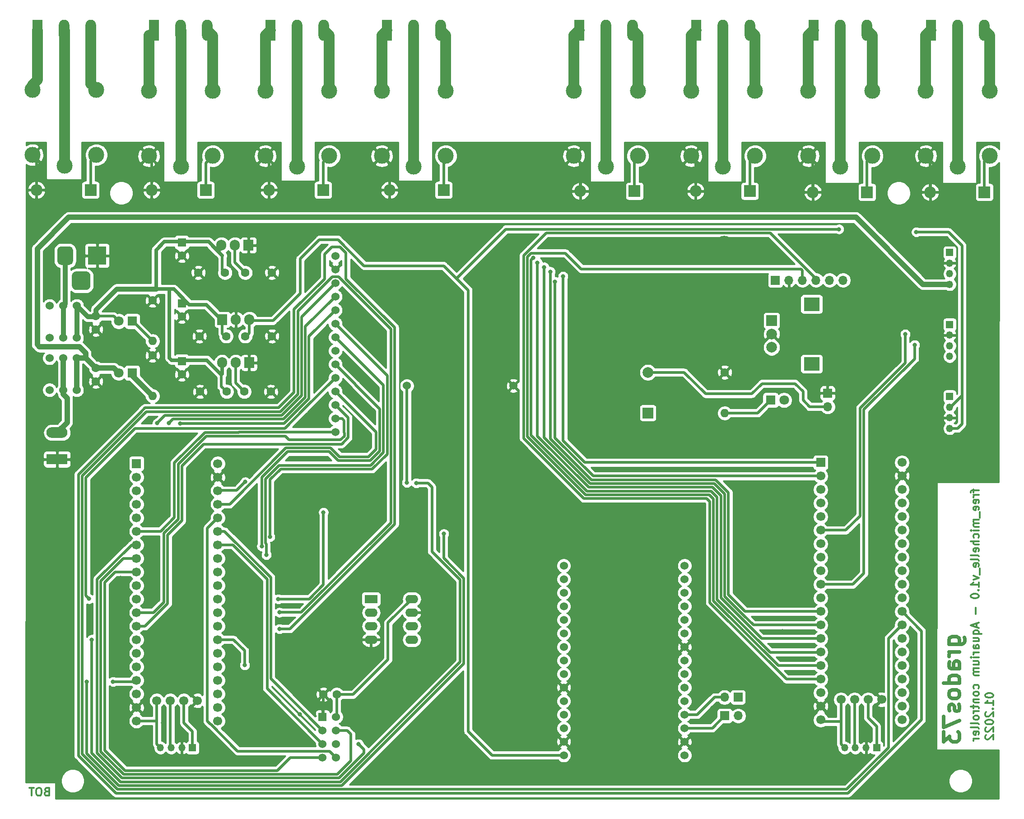
<source format=gbl>
G04 #@! TF.GenerationSoftware,KiCad,Pcbnew,(5.1.8)-1*
G04 #@! TF.CreationDate,2022-01-18T19:37:17+01:00*
G04 #@! TF.ProjectId,free_michelle_v1_0,66726565-5f6d-4696-9368-656c6c655f76,v1.0*
G04 #@! TF.SameCoordinates,Original*
G04 #@! TF.FileFunction,Copper,L2,Bot*
G04 #@! TF.FilePolarity,Positive*
%FSLAX46Y46*%
G04 Gerber Fmt 4.6, Leading zero omitted, Abs format (unit mm)*
G04 Created by KiCad (PCBNEW (5.1.8)-1) date 2022-01-18 19:37:17*
%MOMM*%
%LPD*%
G01*
G04 APERTURE LIST*
G04 #@! TA.AperFunction,NonConductor*
%ADD10C,0.300000*%
G04 #@! TD*
G04 #@! TA.AperFunction,NonConductor*
%ADD11C,0.700000*%
G04 #@! TD*
G04 #@! TA.AperFunction,ComponentPad*
%ADD12O,1.905000X2.000000*%
G04 #@! TD*
G04 #@! TA.AperFunction,ComponentPad*
%ADD13R,1.905000X2.000000*%
G04 #@! TD*
G04 #@! TA.AperFunction,ComponentPad*
%ADD14O,1.700000X1.700000*%
G04 #@! TD*
G04 #@! TA.AperFunction,ComponentPad*
%ADD15R,1.700000X1.700000*%
G04 #@! TD*
G04 #@! TA.AperFunction,ComponentPad*
%ADD16C,1.700000*%
G04 #@! TD*
G04 #@! TA.AperFunction,ComponentPad*
%ADD17C,1.600000*%
G04 #@! TD*
G04 #@! TA.AperFunction,ComponentPad*
%ADD18O,1.350000X1.350000*%
G04 #@! TD*
G04 #@! TA.AperFunction,ComponentPad*
%ADD19R,1.350000X1.350000*%
G04 #@! TD*
G04 #@! TA.AperFunction,ComponentPad*
%ADD20C,2.000000*%
G04 #@! TD*
G04 #@! TA.AperFunction,ComponentPad*
%ADD21R,2.000000X2.000000*%
G04 #@! TD*
G04 #@! TA.AperFunction,ComponentPad*
%ADD22R,1.600000X1.600000*%
G04 #@! TD*
G04 #@! TA.AperFunction,ComponentPad*
%ADD23C,1.524000*%
G04 #@! TD*
G04 #@! TA.AperFunction,ComponentPad*
%ADD24C,1.800000*%
G04 #@! TD*
G04 #@! TA.AperFunction,ComponentPad*
%ADD25R,1.800000X1.800000*%
G04 #@! TD*
G04 #@! TA.AperFunction,ComponentPad*
%ADD26O,2.200000X2.200000*%
G04 #@! TD*
G04 #@! TA.AperFunction,ComponentPad*
%ADD27R,2.200000X2.200000*%
G04 #@! TD*
G04 #@! TA.AperFunction,ComponentPad*
%ADD28O,1.980000X3.960000*%
G04 #@! TD*
G04 #@! TA.AperFunction,ComponentPad*
%ADD29R,1.980000X3.960000*%
G04 #@! TD*
G04 #@! TA.AperFunction,ComponentPad*
%ADD30O,3.960000X1.980000*%
G04 #@! TD*
G04 #@! TA.AperFunction,ComponentPad*
%ADD31R,3.960000X1.980000*%
G04 #@! TD*
G04 #@! TA.AperFunction,ComponentPad*
%ADD32R,3.500000X3.500000*%
G04 #@! TD*
G04 #@! TA.AperFunction,ComponentPad*
%ADD33C,3.000000*%
G04 #@! TD*
G04 #@! TA.AperFunction,ComponentPad*
%ADD34O,1.600000X1.600000*%
G04 #@! TD*
G04 #@! TA.AperFunction,ComponentPad*
%ADD35R,3.000000X2.500000*%
G04 #@! TD*
G04 #@! TA.AperFunction,ComponentPad*
%ADD36O,2.400000X1.600000*%
G04 #@! TD*
G04 #@! TA.AperFunction,ComponentPad*
%ADD37R,2.400000X1.600000*%
G04 #@! TD*
G04 #@! TA.AperFunction,ComponentPad*
%ADD38R,1.524000X1.524000*%
G04 #@! TD*
G04 #@! TA.AperFunction,ViaPad*
%ADD39C,0.800000*%
G04 #@! TD*
G04 #@! TA.AperFunction,ViaPad*
%ADD40C,3.200000*%
G04 #@! TD*
G04 #@! TA.AperFunction,Conductor*
%ADD41C,0.500000*%
G04 #@! TD*
G04 #@! TA.AperFunction,Conductor*
%ADD42C,0.900000*%
G04 #@! TD*
G04 #@! TA.AperFunction,Conductor*
%ADD43C,0.700000*%
G04 #@! TD*
G04 #@! TA.AperFunction,Conductor*
%ADD44C,1.000000*%
G04 #@! TD*
G04 #@! TA.AperFunction,Conductor*
%ADD45C,2.000000*%
G04 #@! TD*
G04 #@! TA.AperFunction,Conductor*
%ADD46C,1.150000*%
G04 #@! TD*
G04 #@! TA.AperFunction,Conductor*
%ADD47C,0.254000*%
G04 #@! TD*
G04 #@! TA.AperFunction,Conductor*
%ADD48C,0.100000*%
G04 #@! TD*
G04 APERTURE END LIST*
D10*
X203478571Y-108328571D02*
X203478571Y-108900000D01*
X204478571Y-108542857D02*
X203192857Y-108542857D01*
X203050000Y-108614285D01*
X202978571Y-108757142D01*
X202978571Y-108900000D01*
X204478571Y-109400000D02*
X203478571Y-109400000D01*
X203764285Y-109400000D02*
X203621428Y-109471428D01*
X203550000Y-109542857D01*
X203478571Y-109685714D01*
X203478571Y-109828571D01*
X204407142Y-110900000D02*
X204478571Y-110757142D01*
X204478571Y-110471428D01*
X204407142Y-110328571D01*
X204264285Y-110257142D01*
X203692857Y-110257142D01*
X203550000Y-110328571D01*
X203478571Y-110471428D01*
X203478571Y-110757142D01*
X203550000Y-110900000D01*
X203692857Y-110971428D01*
X203835714Y-110971428D01*
X203978571Y-110257142D01*
X204407142Y-112185714D02*
X204478571Y-112042857D01*
X204478571Y-111757142D01*
X204407142Y-111614285D01*
X204264285Y-111542857D01*
X203692857Y-111542857D01*
X203550000Y-111614285D01*
X203478571Y-111757142D01*
X203478571Y-112042857D01*
X203550000Y-112185714D01*
X203692857Y-112257142D01*
X203835714Y-112257142D01*
X203978571Y-111542857D01*
X204621428Y-112542857D02*
X204621428Y-113685714D01*
X204478571Y-114042857D02*
X203478571Y-114042857D01*
X203621428Y-114042857D02*
X203550000Y-114114285D01*
X203478571Y-114257142D01*
X203478571Y-114471428D01*
X203550000Y-114614285D01*
X203692857Y-114685714D01*
X204478571Y-114685714D01*
X203692857Y-114685714D02*
X203550000Y-114757142D01*
X203478571Y-114900000D01*
X203478571Y-115114285D01*
X203550000Y-115257142D01*
X203692857Y-115328571D01*
X204478571Y-115328571D01*
X204478571Y-116042857D02*
X203478571Y-116042857D01*
X202978571Y-116042857D02*
X203050000Y-115971428D01*
X203121428Y-116042857D01*
X203050000Y-116114285D01*
X202978571Y-116042857D01*
X203121428Y-116042857D01*
X204407142Y-117400000D02*
X204478571Y-117257142D01*
X204478571Y-116971428D01*
X204407142Y-116828571D01*
X204335714Y-116757142D01*
X204192857Y-116685714D01*
X203764285Y-116685714D01*
X203621428Y-116757142D01*
X203550000Y-116828571D01*
X203478571Y-116971428D01*
X203478571Y-117257142D01*
X203550000Y-117400000D01*
X204478571Y-118042857D02*
X202978571Y-118042857D01*
X204478571Y-118685714D02*
X203692857Y-118685714D01*
X203550000Y-118614285D01*
X203478571Y-118471428D01*
X203478571Y-118257142D01*
X203550000Y-118114285D01*
X203621428Y-118042857D01*
X204407142Y-119971428D02*
X204478571Y-119828571D01*
X204478571Y-119542857D01*
X204407142Y-119400000D01*
X204264285Y-119328571D01*
X203692857Y-119328571D01*
X203550000Y-119400000D01*
X203478571Y-119542857D01*
X203478571Y-119828571D01*
X203550000Y-119971428D01*
X203692857Y-120042857D01*
X203835714Y-120042857D01*
X203978571Y-119328571D01*
X204478571Y-120900000D02*
X204407142Y-120757142D01*
X204264285Y-120685714D01*
X202978571Y-120685714D01*
X204478571Y-121685714D02*
X204407142Y-121542857D01*
X204264285Y-121471428D01*
X202978571Y-121471428D01*
X204407142Y-122828571D02*
X204478571Y-122685714D01*
X204478571Y-122400000D01*
X204407142Y-122257142D01*
X204264285Y-122185714D01*
X203692857Y-122185714D01*
X203550000Y-122257142D01*
X203478571Y-122400000D01*
X203478571Y-122685714D01*
X203550000Y-122828571D01*
X203692857Y-122900000D01*
X203835714Y-122900000D01*
X203978571Y-122185714D01*
X204621428Y-123185714D02*
X204621428Y-124328571D01*
X203478571Y-124542857D02*
X204478571Y-124900000D01*
X203478571Y-125257142D01*
X204478571Y-126614285D02*
X204478571Y-125757142D01*
X204478571Y-126185714D02*
X202978571Y-126185714D01*
X203192857Y-126042857D01*
X203335714Y-125900000D01*
X203407142Y-125757142D01*
X204335714Y-127257142D02*
X204407142Y-127328571D01*
X204478571Y-127257142D01*
X204407142Y-127185714D01*
X204335714Y-127257142D01*
X204478571Y-127257142D01*
X202978571Y-128257142D02*
X202978571Y-128400000D01*
X203050000Y-128542857D01*
X203121428Y-128614285D01*
X203264285Y-128685714D01*
X203550000Y-128757142D01*
X203907142Y-128757142D01*
X204192857Y-128685714D01*
X204335714Y-128614285D01*
X204407142Y-128542857D01*
X204478571Y-128400000D01*
X204478571Y-128257142D01*
X204407142Y-128114285D01*
X204335714Y-128042857D01*
X204192857Y-127971428D01*
X203907142Y-127900000D01*
X203550000Y-127900000D01*
X203264285Y-127971428D01*
X203121428Y-128042857D01*
X203050000Y-128114285D01*
X202978571Y-128257142D01*
X203907142Y-130542857D02*
X203907142Y-131685714D01*
X204050000Y-133471428D02*
X204050000Y-134185714D01*
X204478571Y-133328571D02*
X202978571Y-133828571D01*
X204478571Y-134328571D01*
X203478571Y-135471428D02*
X204978571Y-135471428D01*
X204407142Y-135471428D02*
X204478571Y-135328571D01*
X204478571Y-135042857D01*
X204407142Y-134900000D01*
X204335714Y-134828571D01*
X204192857Y-134757142D01*
X203764285Y-134757142D01*
X203621428Y-134828571D01*
X203550000Y-134900000D01*
X203478571Y-135042857D01*
X203478571Y-135328571D01*
X203550000Y-135471428D01*
X203478571Y-136828571D02*
X204478571Y-136828571D01*
X203478571Y-136185714D02*
X204264285Y-136185714D01*
X204407142Y-136257142D01*
X204478571Y-136400000D01*
X204478571Y-136614285D01*
X204407142Y-136757142D01*
X204335714Y-136828571D01*
X204478571Y-138185714D02*
X203692857Y-138185714D01*
X203550000Y-138114285D01*
X203478571Y-137971428D01*
X203478571Y-137685714D01*
X203550000Y-137542857D01*
X204407142Y-138185714D02*
X204478571Y-138042857D01*
X204478571Y-137685714D01*
X204407142Y-137542857D01*
X204264285Y-137471428D01*
X204121428Y-137471428D01*
X203978571Y-137542857D01*
X203907142Y-137685714D01*
X203907142Y-138042857D01*
X203835714Y-138185714D01*
X204478571Y-138900000D02*
X203478571Y-138900000D01*
X203764285Y-138900000D02*
X203621428Y-138971428D01*
X203550000Y-139042857D01*
X203478571Y-139185714D01*
X203478571Y-139328571D01*
X204478571Y-139828571D02*
X203478571Y-139828571D01*
X202978571Y-139828571D02*
X203050000Y-139757142D01*
X203121428Y-139828571D01*
X203050000Y-139900000D01*
X202978571Y-139828571D01*
X203121428Y-139828571D01*
X203478571Y-141185714D02*
X204478571Y-141185714D01*
X203478571Y-140542857D02*
X204264285Y-140542857D01*
X204407142Y-140614285D01*
X204478571Y-140757142D01*
X204478571Y-140971428D01*
X204407142Y-141114285D01*
X204335714Y-141185714D01*
X204478571Y-141900000D02*
X203478571Y-141900000D01*
X203621428Y-141900000D02*
X203550000Y-141971428D01*
X203478571Y-142114285D01*
X203478571Y-142328571D01*
X203550000Y-142471428D01*
X203692857Y-142542857D01*
X204478571Y-142542857D01*
X203692857Y-142542857D02*
X203550000Y-142614285D01*
X203478571Y-142757142D01*
X203478571Y-142971428D01*
X203550000Y-143114285D01*
X203692857Y-143185714D01*
X204478571Y-143185714D01*
X204407142Y-145685714D02*
X204478571Y-145542857D01*
X204478571Y-145257142D01*
X204407142Y-145114285D01*
X204335714Y-145042857D01*
X204192857Y-144971428D01*
X203764285Y-144971428D01*
X203621428Y-145042857D01*
X203550000Y-145114285D01*
X203478571Y-145257142D01*
X203478571Y-145542857D01*
X203550000Y-145685714D01*
X204478571Y-146542857D02*
X204407142Y-146400000D01*
X204335714Y-146328571D01*
X204192857Y-146257142D01*
X203764285Y-146257142D01*
X203621428Y-146328571D01*
X203550000Y-146400000D01*
X203478571Y-146542857D01*
X203478571Y-146757142D01*
X203550000Y-146900000D01*
X203621428Y-146971428D01*
X203764285Y-147042857D01*
X204192857Y-147042857D01*
X204335714Y-146971428D01*
X204407142Y-146900000D01*
X204478571Y-146757142D01*
X204478571Y-146542857D01*
X203478571Y-147685714D02*
X204478571Y-147685714D01*
X203621428Y-147685714D02*
X203550000Y-147757142D01*
X203478571Y-147900000D01*
X203478571Y-148114285D01*
X203550000Y-148257142D01*
X203692857Y-148328571D01*
X204478571Y-148328571D01*
X203478571Y-148828571D02*
X203478571Y-149400000D01*
X202978571Y-149042857D02*
X204264285Y-149042857D01*
X204407142Y-149114285D01*
X204478571Y-149257142D01*
X204478571Y-149400000D01*
X204478571Y-149900000D02*
X203478571Y-149900000D01*
X203764285Y-149900000D02*
X203621428Y-149971428D01*
X203550000Y-150042857D01*
X203478571Y-150185714D01*
X203478571Y-150328571D01*
X204478571Y-151042857D02*
X204407142Y-150900000D01*
X204335714Y-150828571D01*
X204192857Y-150757142D01*
X203764285Y-150757142D01*
X203621428Y-150828571D01*
X203550000Y-150900000D01*
X203478571Y-151042857D01*
X203478571Y-151257142D01*
X203550000Y-151400000D01*
X203621428Y-151471428D01*
X203764285Y-151542857D01*
X204192857Y-151542857D01*
X204335714Y-151471428D01*
X204407142Y-151400000D01*
X204478571Y-151257142D01*
X204478571Y-151042857D01*
X204478571Y-152400000D02*
X204407142Y-152257142D01*
X204264285Y-152185714D01*
X202978571Y-152185714D01*
X204478571Y-153185714D02*
X204407142Y-153042857D01*
X204264285Y-152971428D01*
X202978571Y-152971428D01*
X204407142Y-154328571D02*
X204478571Y-154185714D01*
X204478571Y-153900000D01*
X204407142Y-153757142D01*
X204264285Y-153685714D01*
X203692857Y-153685714D01*
X203550000Y-153757142D01*
X203478571Y-153900000D01*
X203478571Y-154185714D01*
X203550000Y-154328571D01*
X203692857Y-154400000D01*
X203835714Y-154400000D01*
X203978571Y-153685714D01*
X204478571Y-155042857D02*
X203478571Y-155042857D01*
X203764285Y-155042857D02*
X203621428Y-155114285D01*
X203550000Y-155185714D01*
X203478571Y-155328571D01*
X203478571Y-155471428D01*
X205678571Y-146900000D02*
X205678571Y-147042857D01*
X205750000Y-147185714D01*
X205821428Y-147257142D01*
X205964285Y-147328571D01*
X206250000Y-147400000D01*
X206607142Y-147400000D01*
X206892857Y-147328571D01*
X207035714Y-147257142D01*
X207107142Y-147185714D01*
X207178571Y-147042857D01*
X207178571Y-146900000D01*
X207107142Y-146757142D01*
X207035714Y-146685714D01*
X206892857Y-146614285D01*
X206607142Y-146542857D01*
X206250000Y-146542857D01*
X205964285Y-146614285D01*
X205821428Y-146685714D01*
X205750000Y-146757142D01*
X205678571Y-146900000D01*
X207178571Y-148828571D02*
X207178571Y-147971428D01*
X207178571Y-148400000D02*
X205678571Y-148400000D01*
X205892857Y-148257142D01*
X206035714Y-148114285D01*
X206107142Y-147971428D01*
X207035714Y-149471428D02*
X207107142Y-149542857D01*
X207178571Y-149471428D01*
X207107142Y-149400000D01*
X207035714Y-149471428D01*
X207178571Y-149471428D01*
X205821428Y-150114285D02*
X205750000Y-150185714D01*
X205678571Y-150328571D01*
X205678571Y-150685714D01*
X205750000Y-150828571D01*
X205821428Y-150900000D01*
X205964285Y-150971428D01*
X206107142Y-150971428D01*
X206321428Y-150900000D01*
X207178571Y-150042857D01*
X207178571Y-150971428D01*
X205678571Y-151900000D02*
X205678571Y-152042857D01*
X205750000Y-152185714D01*
X205821428Y-152257142D01*
X205964285Y-152328571D01*
X206250000Y-152400000D01*
X206607142Y-152400000D01*
X206892857Y-152328571D01*
X207035714Y-152257142D01*
X207107142Y-152185714D01*
X207178571Y-152042857D01*
X207178571Y-151900000D01*
X207107142Y-151757142D01*
X207035714Y-151685714D01*
X206892857Y-151614285D01*
X206607142Y-151542857D01*
X206250000Y-151542857D01*
X205964285Y-151614285D01*
X205821428Y-151685714D01*
X205750000Y-151757142D01*
X205678571Y-151900000D01*
X205821428Y-152971428D02*
X205750000Y-153042857D01*
X205678571Y-153185714D01*
X205678571Y-153542857D01*
X205750000Y-153685714D01*
X205821428Y-153757142D01*
X205964285Y-153828571D01*
X206107142Y-153828571D01*
X206321428Y-153757142D01*
X207178571Y-152900000D01*
X207178571Y-153828571D01*
X205821428Y-154400000D02*
X205750000Y-154471428D01*
X205678571Y-154614285D01*
X205678571Y-154971428D01*
X205750000Y-155114285D01*
X205821428Y-155185714D01*
X205964285Y-155257142D01*
X206107142Y-155257142D01*
X206321428Y-155185714D01*
X207178571Y-154328571D01*
X207178571Y-155257142D01*
D11*
X198857142Y-137371428D02*
X201285714Y-137371428D01*
X201571428Y-137228571D01*
X201714285Y-137085714D01*
X201857142Y-136800000D01*
X201857142Y-136371428D01*
X201714285Y-136085714D01*
X200714285Y-137371428D02*
X200857142Y-137085714D01*
X200857142Y-136514285D01*
X200714285Y-136228571D01*
X200571428Y-136085714D01*
X200285714Y-135942857D01*
X199428571Y-135942857D01*
X199142857Y-136085714D01*
X199000000Y-136228571D01*
X198857142Y-136514285D01*
X198857142Y-137085714D01*
X199000000Y-137371428D01*
X200857142Y-138800000D02*
X198857142Y-138800000D01*
X199428571Y-138800000D02*
X199142857Y-138942857D01*
X199000000Y-139085714D01*
X198857142Y-139371428D01*
X198857142Y-139657142D01*
X200857142Y-141942857D02*
X199285714Y-141942857D01*
X199000000Y-141800000D01*
X198857142Y-141514285D01*
X198857142Y-140942857D01*
X199000000Y-140657142D01*
X200714285Y-141942857D02*
X200857142Y-141657142D01*
X200857142Y-140942857D01*
X200714285Y-140657142D01*
X200428571Y-140514285D01*
X200142857Y-140514285D01*
X199857142Y-140657142D01*
X199714285Y-140942857D01*
X199714285Y-141657142D01*
X199571428Y-141942857D01*
X200857142Y-144657142D02*
X197857142Y-144657142D01*
X200714285Y-144657142D02*
X200857142Y-144371428D01*
X200857142Y-143800000D01*
X200714285Y-143514285D01*
X200571428Y-143371428D01*
X200285714Y-143228571D01*
X199428571Y-143228571D01*
X199142857Y-143371428D01*
X199000000Y-143514285D01*
X198857142Y-143800000D01*
X198857142Y-144371428D01*
X199000000Y-144657142D01*
X200857142Y-146514285D02*
X200714285Y-146228571D01*
X200571428Y-146085714D01*
X200285714Y-145942857D01*
X199428571Y-145942857D01*
X199142857Y-146085714D01*
X199000000Y-146228571D01*
X198857142Y-146514285D01*
X198857142Y-146942857D01*
X199000000Y-147228571D01*
X199142857Y-147371428D01*
X199428571Y-147514285D01*
X200285714Y-147514285D01*
X200571428Y-147371428D01*
X200714285Y-147228571D01*
X200857142Y-146942857D01*
X200857142Y-146514285D01*
X200714285Y-148657142D02*
X200857142Y-148942857D01*
X200857142Y-149514285D01*
X200714285Y-149800000D01*
X200428571Y-149942857D01*
X200285714Y-149942857D01*
X200000000Y-149800000D01*
X199857142Y-149514285D01*
X199857142Y-149085714D01*
X199714285Y-148800000D01*
X199428571Y-148657142D01*
X199285714Y-148657142D01*
X199000000Y-148800000D01*
X198857142Y-149085714D01*
X198857142Y-149514285D01*
X199000000Y-149800000D01*
X197857142Y-150942857D02*
X197857142Y-152942857D01*
X200857142Y-151657142D01*
X197857142Y-153800000D02*
X197857142Y-155657142D01*
X199000000Y-154657142D01*
X199000000Y-155085714D01*
X199142857Y-155371428D01*
X199285714Y-155514285D01*
X199571428Y-155657142D01*
X200285714Y-155657142D01*
X200571428Y-155514285D01*
X200714285Y-155371428D01*
X200857142Y-155085714D01*
X200857142Y-154228571D01*
X200714285Y-153942857D01*
X200571428Y-153800000D01*
D10*
X29650000Y-164992857D02*
X29435714Y-165064285D01*
X29364285Y-165135714D01*
X29292857Y-165278571D01*
X29292857Y-165492857D01*
X29364285Y-165635714D01*
X29435714Y-165707142D01*
X29578571Y-165778571D01*
X30150000Y-165778571D01*
X30150000Y-164278571D01*
X29650000Y-164278571D01*
X29507142Y-164350000D01*
X29435714Y-164421428D01*
X29364285Y-164564285D01*
X29364285Y-164707142D01*
X29435714Y-164850000D01*
X29507142Y-164921428D01*
X29650000Y-164992857D01*
X30150000Y-164992857D01*
X28364285Y-164278571D02*
X28078571Y-164278571D01*
X27935714Y-164350000D01*
X27792857Y-164492857D01*
X27721428Y-164778571D01*
X27721428Y-165278571D01*
X27792857Y-165564285D01*
X27935714Y-165707142D01*
X28078571Y-165778571D01*
X28364285Y-165778571D01*
X28507142Y-165707142D01*
X28650000Y-165564285D01*
X28721428Y-165278571D01*
X28721428Y-164778571D01*
X28650000Y-164492857D01*
X28507142Y-164350000D01*
X28364285Y-164278571D01*
X27292857Y-164278571D02*
X26435714Y-164278571D01*
X26864285Y-165778571D02*
X26864285Y-164278571D01*
D12*
X62550000Y-84590000D03*
X65090000Y-84590000D03*
D13*
X67630000Y-84590000D03*
D12*
X62420000Y-62540000D03*
X64960000Y-62540000D03*
D13*
X67500000Y-62540000D03*
D14*
X179000000Y-69100000D03*
X176460000Y-69100000D03*
X173920000Y-69100000D03*
X171380000Y-69100000D03*
X168840000Y-69100000D03*
D15*
X166300000Y-69100000D03*
D16*
X50310000Y-147950000D03*
X52850000Y-147950000D03*
X55390000Y-147950000D03*
X57930000Y-147950000D03*
X61740000Y-103500000D03*
D15*
X46500000Y-103500000D03*
D16*
X61740000Y-106040000D03*
X46500000Y-106040000D03*
X61740000Y-108580000D03*
X46500000Y-108580000D03*
X61740000Y-111120000D03*
X46500000Y-111120000D03*
X61740000Y-113660000D03*
X46500000Y-113660000D03*
X61740000Y-116200000D03*
X46500000Y-116200000D03*
X61740000Y-118740000D03*
X46500000Y-118740000D03*
X61740000Y-121280000D03*
X46500000Y-121280000D03*
X61740000Y-123820000D03*
X46500000Y-123820000D03*
X61740000Y-126360000D03*
X46500000Y-126360000D03*
X61740000Y-128900000D03*
X46500000Y-128900000D03*
X61740000Y-131440000D03*
X46500000Y-131440000D03*
X61740000Y-133980000D03*
X46500000Y-133980000D03*
X61740000Y-136520000D03*
X46500000Y-136520000D03*
X61740000Y-139060000D03*
X46500000Y-139060000D03*
X61740000Y-141600000D03*
X46500000Y-141600000D03*
X61740000Y-144140000D03*
X46500000Y-144140000D03*
X61740000Y-146680000D03*
X46500000Y-146680000D03*
X61740000Y-149220000D03*
X46500000Y-149220000D03*
X61740000Y-151760000D03*
X46500000Y-151760000D03*
D17*
X38890000Y-78360000D03*
X38890000Y-75860000D03*
X38890000Y-88100000D03*
X38890000Y-85600000D03*
D18*
X199000000Y-69900000D03*
X199000000Y-67900000D03*
X199000000Y-65900000D03*
D19*
X199000000Y-63900000D03*
D18*
X199000000Y-83400000D03*
X199000000Y-81400000D03*
X199000000Y-79400000D03*
D19*
X199000000Y-77400000D03*
D20*
X142400000Y-86400000D03*
D21*
X142400000Y-94000000D03*
D17*
X81540000Y-146800000D03*
X84040000Y-146800000D03*
X55000000Y-64510000D03*
D22*
X55000000Y-62010000D03*
D17*
X58100000Y-67700000D03*
X63100000Y-67700000D03*
X55000000Y-75920000D03*
D22*
X55000000Y-73420000D03*
D17*
X71900000Y-67700000D03*
X66900000Y-67700000D03*
X58300000Y-79600000D03*
X63300000Y-79600000D03*
X55000000Y-86760000D03*
D22*
X55000000Y-84260000D03*
D17*
X58400000Y-90000000D03*
X63400000Y-90000000D03*
X71900000Y-79600000D03*
X66900000Y-79600000D03*
X71700000Y-90000000D03*
X66700000Y-90000000D03*
D23*
X117200000Y-88900000D03*
X97200000Y-88910000D03*
X83800000Y-97580000D03*
X83800000Y-95040000D03*
X83800000Y-92500000D03*
X83800000Y-89960000D03*
X83800000Y-87420000D03*
X83800000Y-84880000D03*
X83800000Y-82340000D03*
X83800000Y-79800000D03*
X83800000Y-77260000D03*
X83800000Y-74720000D03*
X83800000Y-72180000D03*
X83800000Y-69640000D03*
X83800000Y-67100000D03*
X83800000Y-64560000D03*
D24*
X167940000Y-91600000D03*
D25*
X165400000Y-91600000D03*
D26*
X129740000Y-52400000D03*
D27*
X139900000Y-52400000D03*
D26*
X27740000Y-52200000D03*
D27*
X37900000Y-52200000D03*
D26*
X151340000Y-52400000D03*
D27*
X161500000Y-52400000D03*
D26*
X49340000Y-52200000D03*
D27*
X59500000Y-52200000D03*
D26*
X173340000Y-52600000D03*
D27*
X183500000Y-52600000D03*
D26*
X71340000Y-52200000D03*
D27*
X81500000Y-52200000D03*
D26*
X195340000Y-52600000D03*
D27*
X205500000Y-52600000D03*
D26*
X93940000Y-52200000D03*
D27*
X104100000Y-52200000D03*
D24*
X43160000Y-76800000D03*
D25*
X45700000Y-76800000D03*
D24*
X43160000Y-86500000D03*
D25*
X45700000Y-86500000D03*
D16*
X178610000Y-147750000D03*
X181150000Y-147750000D03*
X183690000Y-147750000D03*
X186230000Y-147750000D03*
X190040000Y-103300000D03*
D15*
X174800000Y-103300000D03*
D16*
X190040000Y-105840000D03*
X174800000Y-105840000D03*
X190040000Y-108380000D03*
X174800000Y-108380000D03*
X190040000Y-110920000D03*
X174800000Y-110920000D03*
X190040000Y-113460000D03*
X174800000Y-113460000D03*
X190040000Y-116000000D03*
X174800000Y-116000000D03*
X190040000Y-118540000D03*
X174800000Y-118540000D03*
X190040000Y-121080000D03*
X174800000Y-121080000D03*
X190040000Y-123620000D03*
X174800000Y-123620000D03*
X190040000Y-126160000D03*
X174800000Y-126160000D03*
X190040000Y-128700000D03*
X174800000Y-128700000D03*
X190040000Y-131240000D03*
X174800000Y-131240000D03*
X190040000Y-133780000D03*
X174800000Y-133780000D03*
X190040000Y-136320000D03*
X174800000Y-136320000D03*
X190040000Y-138860000D03*
X174800000Y-138860000D03*
X190040000Y-141400000D03*
X174800000Y-141400000D03*
X190040000Y-143940000D03*
X174800000Y-143940000D03*
X190040000Y-146480000D03*
X174800000Y-146480000D03*
X190040000Y-149020000D03*
X174800000Y-149020000D03*
X190040000Y-151560000D03*
X174800000Y-151560000D03*
D14*
X159340000Y-150800000D03*
D15*
X156800000Y-150800000D03*
D14*
X156760000Y-147300000D03*
D15*
X159300000Y-147300000D03*
D18*
X51000000Y-156800000D03*
X53000000Y-156800000D03*
X55000000Y-156800000D03*
D19*
X57000000Y-156800000D03*
D28*
X139500000Y-22200000D03*
X134500000Y-22200000D03*
D29*
X129500000Y-22200000D03*
D28*
X37960000Y-22200000D03*
X32960000Y-22200000D03*
D29*
X27960000Y-22200000D03*
D28*
X161500000Y-22200000D03*
X156500000Y-22200000D03*
D29*
X151500000Y-22200000D03*
D28*
X59806666Y-22200000D03*
X54806666Y-22200000D03*
D29*
X49806666Y-22200000D03*
D18*
X179300000Y-156800000D03*
X181300000Y-156800000D03*
X183300000Y-156800000D03*
D19*
X185300000Y-156800000D03*
D18*
X199000000Y-96900000D03*
X199000000Y-94900000D03*
X199000000Y-92900000D03*
D19*
X199000000Y-90900000D03*
D28*
X183500000Y-22200000D03*
X178500000Y-22200000D03*
D29*
X173500000Y-22200000D03*
D28*
X81653332Y-22200000D03*
X76653332Y-22200000D03*
D29*
X71653332Y-22200000D03*
D14*
X176100000Y-92840000D03*
D15*
X176100000Y-90300000D03*
D28*
X205500000Y-22200000D03*
X200500000Y-22200000D03*
D29*
X195500000Y-22200000D03*
D28*
X103500000Y-22200000D03*
X98500000Y-22200000D03*
D29*
X93500000Y-22200000D03*
D30*
X31600000Y-97700000D03*
D31*
X31600000Y-102700000D03*
G04 #@! TA.AperFunction,ComponentPad*
G36*
G01*
X34380000Y-70075000D02*
X34380000Y-68325000D01*
G75*
G02*
X35255000Y-67450000I875000J0D01*
G01*
X37005000Y-67450000D01*
G75*
G02*
X37880000Y-68325000I0J-875000D01*
G01*
X37880000Y-70075000D01*
G75*
G02*
X37005000Y-70950000I-875000J0D01*
G01*
X35255000Y-70950000D01*
G75*
G02*
X34380000Y-70075000I0J875000D01*
G01*
G37*
G04 #@! TD.AperFunction*
G04 #@! TA.AperFunction,ComponentPad*
G36*
G01*
X31630000Y-65500000D02*
X31630000Y-63500000D01*
G75*
G02*
X32380000Y-62750000I750000J0D01*
G01*
X33880000Y-62750000D01*
G75*
G02*
X34630000Y-63500000I0J-750000D01*
G01*
X34630000Y-65500000D01*
G75*
G02*
X33880000Y-66250000I-750000J0D01*
G01*
X32380000Y-66250000D01*
G75*
G02*
X31630000Y-65500000I0J750000D01*
G01*
G37*
G04 #@! TD.AperFunction*
D32*
X39130000Y-64500000D03*
D33*
X134500000Y-47800000D03*
X128500000Y-45800000D03*
X128500000Y-33600000D03*
X140500000Y-33600000D03*
X140500000Y-45800000D03*
X32980000Y-47600000D03*
X26980000Y-45600000D03*
X26980000Y-33400000D03*
X38980000Y-33400000D03*
X38980000Y-45600000D03*
X156500000Y-47800000D03*
X150500000Y-45800000D03*
X150500000Y-33600000D03*
X162500000Y-33600000D03*
X162500000Y-45800000D03*
X54820000Y-47800000D03*
X48820000Y-45800000D03*
X48820000Y-33600000D03*
X60820000Y-33600000D03*
X60820000Y-45800000D03*
X178500000Y-47800000D03*
X172500000Y-45800000D03*
X172500000Y-33600000D03*
X184500000Y-33600000D03*
X184500000Y-45800000D03*
X76660000Y-47800000D03*
X70660000Y-45800000D03*
X70660000Y-33600000D03*
X82660000Y-33600000D03*
X82660000Y-45800000D03*
X200500000Y-47800000D03*
X194500000Y-45800000D03*
X194500000Y-33600000D03*
X206500000Y-33600000D03*
X206500000Y-45800000D03*
X98500000Y-47800000D03*
X92500000Y-45800000D03*
X92500000Y-33600000D03*
X104500000Y-33600000D03*
X104500000Y-45800000D03*
D34*
X156820000Y-94020000D03*
D17*
X156820000Y-86400000D03*
D34*
X49500000Y-80520000D03*
D17*
X49500000Y-72900000D03*
D34*
X49500000Y-90820000D03*
D17*
X49500000Y-83200000D03*
D21*
X165600000Y-76700000D03*
D20*
X165600000Y-79200000D03*
X165600000Y-81700000D03*
D35*
X173100000Y-73600000D03*
X173100000Y-84800000D03*
D23*
X35300000Y-79900000D03*
X35300000Y-73900000D03*
X32800000Y-79900000D03*
X32800000Y-73900000D03*
X30200000Y-79900000D03*
X30200000Y-73900000D03*
X35300000Y-89700000D03*
X35300000Y-83700000D03*
X32800000Y-89700000D03*
X32800000Y-83700000D03*
X30200000Y-89700000D03*
X30200000Y-83700000D03*
D36*
X98120000Y-128900000D03*
X90500000Y-136520000D03*
X98120000Y-131440000D03*
X90500000Y-133980000D03*
X98120000Y-133980000D03*
X90500000Y-131440000D03*
X98120000Y-136520000D03*
D37*
X90500000Y-128900000D03*
D23*
X149280000Y-158205000D03*
X149280000Y-155665000D03*
X149280000Y-153125000D03*
X149280000Y-150585000D03*
X149280000Y-148045000D03*
X149280000Y-145505000D03*
X149280000Y-142965000D03*
X149280000Y-140425000D03*
X149280000Y-137885000D03*
X149280000Y-135345000D03*
X149280000Y-132805000D03*
X149280000Y-130265000D03*
X149280000Y-127725000D03*
X149280000Y-125185000D03*
X149280000Y-122645000D03*
X126620000Y-158205000D03*
X126620000Y-155665000D03*
X126620000Y-153125000D03*
X126620000Y-150585000D03*
X126620000Y-148045000D03*
X126620000Y-145505000D03*
X126620000Y-142965000D03*
X126620000Y-140425000D03*
X126620000Y-137885000D03*
X126620000Y-135345000D03*
X126620000Y-132805000D03*
X126620000Y-130265000D03*
X126620000Y-127725000D03*
X126620000Y-125185000D03*
X126620000Y-122645000D03*
X83940000Y-158620000D03*
X81400000Y-158620000D03*
X83940000Y-156080000D03*
X81400000Y-156080000D03*
X83940000Y-153540000D03*
X81400000Y-153540000D03*
X83940000Y-151000000D03*
D38*
X81400000Y-151000000D03*
D12*
X67680000Y-76500000D03*
X65140000Y-76500000D03*
D13*
X62600000Y-76500000D03*
D39*
X66900000Y-106930000D03*
D40*
X156620000Y-99690000D03*
X156700000Y-62380000D03*
X88640000Y-62370000D03*
X88690000Y-99580000D03*
D39*
X41140000Y-105850000D03*
X41610000Y-120030000D03*
X43550000Y-124920000D03*
X64900000Y-115020000D03*
X27660000Y-162680000D03*
X50600000Y-113320000D03*
X50820000Y-136680000D03*
X76950000Y-137380000D03*
X75470000Y-111890000D03*
X83400000Y-108150000D03*
X67840000Y-118610000D03*
X67980000Y-110300000D03*
X43610000Y-132680000D03*
X43630000Y-139280000D03*
X42630000Y-148720000D03*
X189610000Y-61640000D03*
X182840000Y-63150000D03*
X176860000Y-63100000D03*
X171410000Y-62020000D03*
X114990000Y-65010000D03*
X106060000Y-65100000D03*
X98220000Y-64950000D03*
X189150000Y-76680000D03*
X141490000Y-63280000D03*
X193810000Y-161990000D03*
X160260000Y-122880000D03*
X168240000Y-122880000D03*
X179230000Y-122880000D03*
X169570000Y-104510000D03*
X134740000Y-104660000D03*
X49590000Y-128960000D03*
X49550000Y-118710000D03*
X48430000Y-95470000D03*
X79450000Y-67480000D03*
X87510000Y-76070000D03*
X92070000Y-80860000D03*
X81040000Y-79810000D03*
X80990000Y-86220000D03*
X87310000Y-86320000D03*
X87210000Y-91150000D03*
X80710000Y-95120000D03*
X80930000Y-102530000D03*
X37860000Y-132860000D03*
X64750000Y-121250000D03*
X68580000Y-126360000D03*
X68620000Y-137430000D03*
X74700000Y-132880000D03*
X74920000Y-130100000D03*
X192380000Y-136310000D03*
X179900000Y-151690000D03*
X51430000Y-152090000D03*
X77120000Y-150530000D03*
X169430000Y-142660000D03*
X167610000Y-140070000D03*
X167590000Y-137590000D03*
X167650000Y-134970000D03*
X167640000Y-132470000D03*
X169510000Y-109730000D03*
X105650000Y-126940000D03*
X103420000Y-108250000D03*
X43170000Y-127610000D03*
X64430000Y-125030000D03*
X132550000Y-98130000D03*
X116900000Y-108550000D03*
X116860000Y-152010000D03*
X31840000Y-128760000D03*
X41540000Y-92970000D03*
X103390000Y-74990000D03*
X103560000Y-97560000D03*
X189380000Y-94660000D03*
X182820000Y-82720000D03*
X202730000Y-102760000D03*
X116280000Y-49590000D03*
X117180000Y-134360000D03*
X142100000Y-77600000D03*
X178240010Y-59540010D03*
X192737500Y-60077510D03*
X97200000Y-107060000D03*
X50400000Y-95900000D03*
X52600000Y-95900000D03*
X54700000Y-96000000D03*
X71540011Y-117229989D03*
X70840001Y-120599999D03*
X69990000Y-119000000D03*
X37620000Y-128870000D03*
X120900000Y-64900000D03*
X121700002Y-65799998D03*
X122950001Y-66649999D03*
X73300000Y-131400000D03*
X124100000Y-67500000D03*
X73300000Y-134500000D03*
X192437500Y-81237500D03*
X190662500Y-79237500D03*
X125000000Y-69400000D03*
X126500000Y-68400000D03*
X81562500Y-112637500D03*
X73100000Y-128900000D03*
X98950000Y-107150000D03*
X38100000Y-136500000D03*
X66800000Y-141300000D03*
X88130000Y-156080000D03*
X104137500Y-116662500D03*
X37200000Y-144400000D03*
X42100000Y-144400000D03*
D41*
X142400000Y-86400000D02*
X149200000Y-86400000D01*
X149200000Y-86400000D02*
X153200000Y-90400000D01*
X153200000Y-90400000D02*
X161900000Y-90400000D01*
X161900000Y-90400000D02*
X163800000Y-88500000D01*
X163800000Y-88500000D02*
X170000000Y-88500000D01*
X170000000Y-88500000D02*
X171500000Y-90000000D01*
X171500000Y-90000000D02*
X171500000Y-91600000D01*
X172740000Y-92840000D02*
X176100000Y-92840000D01*
X171500000Y-91600000D02*
X172740000Y-92840000D01*
X50310000Y-156110000D02*
X51000000Y-156800000D01*
X46500000Y-151760000D02*
X50170000Y-151760000D01*
X50170000Y-151760000D02*
X50310000Y-151900000D01*
X50310000Y-151900000D02*
X50310000Y-156110000D01*
X50310000Y-147950000D02*
X50310000Y-151900000D01*
X84040000Y-150900000D02*
X83940000Y-151000000D01*
X84040000Y-146800000D02*
X84040000Y-150900000D01*
X66900000Y-106930000D02*
X65280000Y-108550000D01*
X61770000Y-108550000D02*
X61740000Y-108580000D01*
X65280000Y-108550000D02*
X61770000Y-108550000D01*
X84040000Y-146800000D02*
X87120000Y-146800000D01*
X87120000Y-146800000D02*
X93660000Y-140260000D01*
X93660000Y-133360000D02*
X98120000Y-128900000D01*
X93660000Y-140260000D02*
X93660000Y-133360000D01*
X178610000Y-156110000D02*
X179300000Y-156800000D01*
X175130000Y-151890000D02*
X174800000Y-151560000D01*
X178610000Y-151890000D02*
X175130000Y-151890000D01*
X178610000Y-147750000D02*
X178610000Y-151890000D01*
X178610000Y-151890000D02*
X178610000Y-156110000D01*
X65090000Y-88390000D02*
X66700000Y-90000000D01*
X65090000Y-84590000D02*
X65090000Y-88390000D01*
X27740000Y-46360000D02*
X26980000Y-45600000D01*
X27740000Y-52200000D02*
X27740000Y-46360000D01*
X49340000Y-46320000D02*
X48820000Y-45800000D01*
X49340000Y-52200000D02*
X49340000Y-46320000D01*
X71340000Y-46480000D02*
X70660000Y-45800000D01*
X71340000Y-52200000D02*
X71340000Y-46480000D01*
X93940000Y-47240000D02*
X92500000Y-45800000D01*
X93940000Y-52200000D02*
X93940000Y-47240000D01*
X129740000Y-47040000D02*
X128500000Y-45800000D01*
X129740000Y-52400000D02*
X129740000Y-47040000D01*
X151340000Y-46640000D02*
X150500000Y-45800000D01*
X151340000Y-52400000D02*
X151340000Y-46640000D01*
X173340000Y-46640000D02*
X172500000Y-45800000D01*
X173340000Y-52600000D02*
X173340000Y-46640000D01*
X195340000Y-46640000D02*
X194500000Y-45800000D01*
X195340000Y-52600000D02*
X195340000Y-46640000D01*
X81540000Y-150860000D02*
X81400000Y-151000000D01*
X81540000Y-146800000D02*
X81540000Y-150860000D01*
X113205000Y-158205000D02*
X126620000Y-158205000D01*
X108700000Y-153700000D02*
X113205000Y-158205000D01*
X108700000Y-71000000D02*
X108700000Y-153700000D01*
X115759990Y-59540010D02*
X106500000Y-68800000D01*
X178240010Y-59540010D02*
X115759990Y-59540010D01*
X106500000Y-68800000D02*
X108700000Y-71000000D01*
X192737500Y-60077510D02*
X198777510Y-60077510D01*
X198777510Y-60077510D02*
X201300000Y-62600000D01*
X199160002Y-92900000D02*
X199000000Y-92900000D01*
X201300000Y-90760002D02*
X199160002Y-92900000D01*
X201300000Y-62600000D02*
X201300000Y-90760002D01*
X201300000Y-90760002D02*
X201300000Y-96100000D01*
X200500000Y-96900000D02*
X199000000Y-96900000D01*
X201300000Y-96100000D02*
X200500000Y-96900000D01*
X89189963Y-66400000D02*
X104100000Y-66400000D01*
X84289963Y-61500000D02*
X89189963Y-66400000D01*
X80800000Y-61500000D02*
X84289963Y-61500000D01*
X77200000Y-65100000D02*
X80800000Y-61500000D01*
X77200000Y-71600000D02*
X77200000Y-65100000D01*
X72100000Y-76700000D02*
X77200000Y-71600000D01*
X67680000Y-76700000D02*
X72100000Y-76700000D01*
X104100000Y-66400000D02*
X106500000Y-68800000D01*
X67680000Y-79020000D02*
X67680000Y-76700000D01*
X66900000Y-79800000D02*
X67680000Y-79020000D01*
D42*
X35300000Y-79900000D02*
X35300000Y-73900000D01*
D43*
X59600000Y-73700000D02*
X62600000Y-76700000D01*
X56400000Y-73700000D02*
X59600000Y-73700000D01*
D42*
X35300000Y-73900000D02*
X37350000Y-75950000D01*
D41*
X38800000Y-75950000D02*
X38890000Y-75860000D01*
D42*
X37350000Y-75950000D02*
X38800000Y-75950000D01*
D41*
X42220000Y-75860000D02*
X43160000Y-76800000D01*
X38890000Y-75860000D02*
X42220000Y-75860000D01*
D42*
X38890000Y-75860000D02*
X38890000Y-74610000D01*
X38890000Y-74610000D02*
X42730000Y-70770000D01*
D41*
X62600000Y-79100000D02*
X63300000Y-79800000D01*
X62600000Y-76700000D02*
X62600000Y-79100000D01*
D43*
X50200000Y-70770000D02*
X50200000Y-63430000D01*
D42*
X42730000Y-70770000D02*
X50200000Y-70770000D01*
D43*
X51730000Y-61900000D02*
X56400000Y-61900000D01*
X50200000Y-63430000D02*
X51730000Y-61900000D01*
X56400000Y-61900000D02*
X60000000Y-61900000D01*
D41*
X62600000Y-67200000D02*
X63100000Y-67700000D01*
X62600000Y-64500000D02*
X62600000Y-67200000D01*
D43*
X50200000Y-70770000D02*
X52690000Y-70770000D01*
X52690000Y-70770000D02*
X53470000Y-70770000D01*
X53100000Y-84100000D02*
X56200000Y-84100000D01*
X52690000Y-83690000D02*
X53100000Y-84100000D01*
X52690000Y-70770000D02*
X52690000Y-83690000D01*
X59700000Y-84100000D02*
X62400000Y-86800000D01*
X56200000Y-84100000D02*
X59700000Y-84100000D01*
D41*
X62400000Y-89000000D02*
X63400000Y-90000000D01*
X62400000Y-86800000D02*
X62400000Y-89000000D01*
D43*
X61980000Y-63880000D02*
X61980000Y-62980000D01*
D41*
X61980000Y-62980000D02*
X62420000Y-62540000D01*
D43*
X60000000Y-61900000D02*
X61980000Y-63880000D01*
X61980000Y-63880000D02*
X62600000Y-64500000D01*
D41*
X62550000Y-86650000D02*
X62400000Y-86800000D01*
D43*
X62550000Y-84590000D02*
X62550000Y-86650000D01*
D41*
X56120000Y-73420000D02*
X56210000Y-73510000D01*
D43*
X55000000Y-73420000D02*
X56120000Y-73420000D01*
D41*
X56210000Y-73510000D02*
X56400000Y-73700000D01*
D43*
X53470000Y-70770000D02*
X56210000Y-73510000D01*
D41*
X64960000Y-65760000D02*
X66900000Y-67700000D01*
X64960000Y-62540000D02*
X64960000Y-65760000D01*
X97200000Y-88910000D02*
X97200000Y-98770000D01*
X97200000Y-98770000D02*
X97200000Y-107060000D01*
X97200000Y-107060000D02*
X97200000Y-107060000D01*
X83800000Y-69640000D02*
X77459980Y-75980020D01*
X77459980Y-75980020D02*
X77459980Y-90750134D01*
X73760125Y-94449989D02*
X51850011Y-94449989D01*
X77459980Y-90750134D02*
X73760125Y-94449989D01*
X51850011Y-94449989D02*
X50700000Y-95600000D01*
X50700000Y-95600000D02*
X50700000Y-95600000D01*
X50700000Y-95600000D02*
X50400000Y-95900000D01*
X50400000Y-95900000D02*
X50400000Y-95900000D01*
X52700000Y-95800000D02*
X52700000Y-95800000D01*
X78159990Y-77820010D02*
X83800000Y-72180000D01*
X78159990Y-91040086D02*
X78159990Y-77820010D01*
X74050077Y-95149999D02*
X78159990Y-91040086D01*
X53350001Y-95149999D02*
X74050077Y-95149999D01*
X52600000Y-95900000D02*
X52600000Y-95900000D01*
X52600000Y-95900000D02*
X53350001Y-95149999D01*
X83800000Y-74720000D02*
X78860000Y-79660000D01*
X78860000Y-79660000D02*
X78860000Y-91080000D01*
X78860000Y-91080000D02*
X78860000Y-91330038D01*
X78860000Y-91330038D02*
X74190038Y-96000000D01*
X74190038Y-96000000D02*
X54700000Y-96000000D01*
X54700000Y-96000000D02*
X54700000Y-96000000D01*
X93510020Y-101709869D02*
X90690916Y-104528973D01*
X93510020Y-86970020D02*
X93510020Y-101709869D01*
X83800000Y-77260000D02*
X93510020Y-86970020D01*
X73531027Y-104528973D02*
X71540011Y-106519989D01*
X90690916Y-104528973D02*
X73531027Y-104528973D01*
X71540011Y-106519989D02*
X71540011Y-117229989D01*
X71540011Y-117229989D02*
X71540011Y-117229989D01*
X70840001Y-120599999D02*
X70840001Y-120599999D01*
X70840001Y-118591999D02*
X70840001Y-120599999D01*
X70690010Y-118442008D02*
X70840001Y-118591999D01*
X70690010Y-106377916D02*
X70690010Y-118442008D01*
X73238963Y-103828963D02*
X70690010Y-106377916D01*
X90400963Y-103828963D02*
X73238963Y-103828963D01*
X92810010Y-101419916D02*
X90400963Y-103828963D01*
X92810010Y-88810010D02*
X92810010Y-101419916D01*
X83800000Y-79800000D02*
X92810010Y-88810010D01*
X69990000Y-119000000D02*
X69990000Y-119000000D01*
X74827944Y-101250020D02*
X69990000Y-106087964D01*
X82630058Y-101250020D02*
X74827944Y-101250020D01*
X84310048Y-102930010D02*
X82630058Y-101250020D01*
X92110000Y-101129963D02*
X90309953Y-102930010D01*
X69990000Y-106087964D02*
X69990000Y-119000000D01*
X92110000Y-93230000D02*
X92110000Y-101129963D01*
X90309953Y-102930010D02*
X84310048Y-102930010D01*
X87570030Y-88690030D02*
X92110000Y-93230000D01*
X87570030Y-88650030D02*
X87570030Y-88690030D01*
X83800000Y-84880000D02*
X87570030Y-88650030D01*
X83800000Y-87420000D02*
X77930000Y-93290000D01*
X77890000Y-93290000D02*
X74300010Y-96879990D01*
X77930000Y-93290000D02*
X77890000Y-93290000D01*
X74300010Y-96879990D02*
X46230010Y-96879990D01*
X46230010Y-96879990D02*
X37000000Y-106110000D01*
X37000000Y-106110000D02*
X37000000Y-128250000D01*
X37000000Y-128250000D02*
X37620000Y-128870000D01*
X37620000Y-128870000D02*
X37620000Y-128870000D01*
X83800000Y-89960000D02*
X86870020Y-93030020D01*
X63968002Y-111120000D02*
X61740000Y-111120000D01*
X74537992Y-100550010D02*
X63968002Y-111120000D01*
X86870020Y-93030020D02*
X86890020Y-93030020D01*
X86890020Y-93030020D02*
X91409990Y-97549990D01*
X91409990Y-97549990D02*
X91409990Y-100840010D01*
X91409990Y-100840010D02*
X90020000Y-102230000D01*
X82920010Y-100550010D02*
X74537992Y-100550010D01*
X84600000Y-102230000D02*
X82920010Y-100550010D01*
X90020000Y-102230000D02*
X84600000Y-102230000D01*
X86170010Y-94870010D02*
X83800000Y-92500000D01*
X86170010Y-98639953D02*
X86170010Y-94870010D01*
X84959963Y-99850000D02*
X86170010Y-98639953D01*
X59089962Y-99850000D02*
X84959963Y-99850000D01*
X55010020Y-103929942D02*
X59089962Y-99850000D01*
X55010020Y-114189906D02*
X55010020Y-103929942D01*
X52340010Y-116859916D02*
X55010020Y-114189906D01*
X52340010Y-129759953D02*
X52340010Y-116859916D01*
X48119963Y-133980000D02*
X52340010Y-129759953D01*
X46500000Y-133980000D02*
X48119963Y-133980000D01*
X83800000Y-95040000D02*
X85050000Y-95040000D01*
X85050000Y-95040000D02*
X85460000Y-95450000D01*
X85460000Y-97713762D02*
X85470000Y-97723762D01*
X85460000Y-95450000D02*
X85460000Y-97713762D01*
X85470000Y-97723762D02*
X85470000Y-98350000D01*
X85470000Y-98350000D02*
X84770000Y-99050000D01*
X51640000Y-116569963D02*
X51640000Y-129470000D01*
X49670000Y-131440000D02*
X46500000Y-131440000D01*
X51640000Y-129470000D02*
X49670000Y-131440000D01*
X74380010Y-98340010D02*
X59609952Y-98340010D01*
X75090000Y-99050000D02*
X74380010Y-98340010D01*
X84770000Y-99050000D02*
X75090000Y-99050000D01*
X59609952Y-98340010D02*
X58899962Y-99050000D01*
X58899962Y-99050038D02*
X54310010Y-103639990D01*
X58899962Y-99050000D02*
X58899962Y-99050038D01*
X54310010Y-113899953D02*
X51640000Y-116569963D01*
X54310010Y-103639990D02*
X54310010Y-113899953D01*
X65735998Y-97580000D02*
X65675998Y-97640000D01*
X83800000Y-97580000D02*
X65735998Y-97580000D01*
X65675998Y-97640000D02*
X59320000Y-97640000D01*
X59320000Y-97640000D02*
X53610000Y-103350000D01*
X53610000Y-103350000D02*
X53610000Y-113610000D01*
X51020000Y-116200000D02*
X46500000Y-116200000D01*
X53610000Y-113610000D02*
X51020000Y-116200000D01*
X162980000Y-94020000D02*
X165400000Y-91600000D01*
X156820000Y-94020000D02*
X162980000Y-94020000D01*
X139900000Y-46400000D02*
X140500000Y-45800000D01*
X139900000Y-52400000D02*
X139900000Y-46400000D01*
X37900000Y-46680000D02*
X38980000Y-45600000D01*
X37900000Y-52200000D02*
X37900000Y-46680000D01*
X161500000Y-46800000D02*
X162500000Y-45800000D01*
X161500000Y-52400000D02*
X161500000Y-46800000D01*
X59500000Y-47120000D02*
X60820000Y-45800000D01*
X59500000Y-52200000D02*
X59500000Y-47120000D01*
X183500000Y-46800000D02*
X184500000Y-45800000D01*
X183500000Y-52600000D02*
X183500000Y-46800000D01*
X81500000Y-46960000D02*
X82660000Y-45800000D01*
X81500000Y-52200000D02*
X81500000Y-46960000D01*
X205500000Y-46800000D02*
X206500000Y-45800000D01*
X205500000Y-52600000D02*
X205500000Y-46800000D01*
X104100000Y-46200000D02*
X104500000Y-45800000D01*
X104100000Y-52200000D02*
X104100000Y-46200000D01*
X45780000Y-76800000D02*
X49500000Y-80520000D01*
X45700000Y-76800000D02*
X45780000Y-76800000D01*
D44*
X45700000Y-87020000D02*
X49500000Y-90820000D01*
D41*
X45700000Y-86500000D02*
X45700000Y-87020000D01*
X165329971Y-60240020D02*
X173920000Y-68830049D01*
X123359980Y-60240020D02*
X165329971Y-60240020D01*
X120400000Y-63200000D02*
X123359980Y-60240020D01*
X119099990Y-64452045D02*
X120352036Y-63200000D01*
X120352036Y-63200000D02*
X120400000Y-63200000D01*
X119099990Y-98739767D02*
X119099990Y-64452045D01*
X173920000Y-68830049D02*
X173920000Y-69100000D01*
X153999950Y-110599950D02*
X153440058Y-110040058D01*
X153440058Y-110040058D02*
X130400281Y-110040058D01*
X153999950Y-129559801D02*
X153999950Y-110599950D01*
X130400281Y-110040058D02*
X119099990Y-98739767D01*
X168380149Y-143940000D02*
X153999950Y-129559801D01*
X174800000Y-143940000D02*
X168380149Y-143940000D01*
X166830113Y-141400000D02*
X174800000Y-141400000D01*
X154699960Y-129269848D02*
X166830113Y-141400000D01*
X153940048Y-109340048D02*
X154699960Y-110099960D01*
X130690234Y-109340048D02*
X153940048Y-109340048D01*
X119800000Y-64741998D02*
X119800000Y-98449814D01*
X154699960Y-110099960D02*
X154699960Y-129269848D01*
X119800000Y-98449814D02*
X130690234Y-109340048D01*
X120491999Y-64049999D02*
X119800000Y-64741998D01*
X171380000Y-69100000D02*
X171380000Y-67280000D01*
X120491999Y-64049999D02*
X126949999Y-64049999D01*
X171100000Y-67000000D02*
X171380000Y-67280000D01*
X129900000Y-67000000D02*
X171100000Y-67000000D01*
X126949999Y-64049999D02*
X129900000Y-67000000D01*
X120500001Y-65299999D02*
X120500001Y-98159853D01*
X120500001Y-98159853D02*
X130980188Y-108640040D01*
X120900000Y-64900000D02*
X120500001Y-65299999D01*
X130980188Y-108640040D02*
X154240040Y-108640040D01*
X154240040Y-108640040D02*
X155399970Y-109799970D01*
X155399970Y-128979895D02*
X165320075Y-138900000D01*
X155399970Y-109799970D02*
X155399970Y-128979895D01*
X174760000Y-138900000D02*
X174800000Y-138860000D01*
X165320075Y-138900000D02*
X174760000Y-138900000D01*
X121700002Y-65799998D02*
X121700002Y-98369889D01*
X121700002Y-98369889D02*
X131270141Y-107940030D01*
X131270141Y-107940030D02*
X154550068Y-107940030D01*
X154550068Y-107940030D02*
X156099980Y-109489942D01*
X156099980Y-128689942D02*
X163710038Y-136300000D01*
X156099980Y-109489942D02*
X156099980Y-128689942D01*
X174780000Y-136300000D02*
X174800000Y-136320000D01*
X163710038Y-136300000D02*
X174780000Y-136300000D01*
X122950001Y-66649999D02*
X122950001Y-98629926D01*
X122950001Y-98629926D02*
X131560094Y-107240020D01*
X154840020Y-107240020D02*
X156799990Y-109199990D01*
X131560094Y-107240020D02*
X154840020Y-107240020D01*
X156799990Y-128389953D02*
X160350047Y-131940010D01*
X156799990Y-109199990D02*
X156799990Y-128389953D01*
X160350047Y-131940010D02*
X160350047Y-131950047D01*
X162180000Y-133780000D02*
X174800000Y-133780000D01*
X160350047Y-131950047D02*
X162180000Y-133780000D01*
X190040000Y-133780000D02*
X187530001Y-136289999D01*
X187530001Y-136289999D02*
X187530001Y-156730001D01*
X179679952Y-164580050D02*
X42910236Y-164580050D01*
X42910236Y-164580050D02*
X36299990Y-157969804D01*
X36299990Y-157969804D02*
X36299990Y-105820047D01*
X36299990Y-105820047D02*
X48370058Y-93749979D01*
X94210030Y-114579932D02*
X77389962Y-131400000D01*
X187530001Y-156730001D02*
X179679952Y-164580050D01*
X84381761Y-68427999D02*
X94210030Y-78256268D01*
X83218239Y-68427999D02*
X84381761Y-68427999D01*
X94210030Y-78256268D02*
X94210030Y-114579932D01*
X48370058Y-93749979D02*
X73470173Y-93749979D01*
X76759970Y-74886268D02*
X76773119Y-74873119D01*
X76759970Y-90460182D02*
X76759970Y-74886268D01*
X76773119Y-74873119D02*
X83218239Y-68427999D01*
X73470173Y-93749979D02*
X76759970Y-90460182D01*
X77389962Y-131400000D02*
X73300000Y-131400000D01*
X73300000Y-131400000D02*
X73300000Y-131400000D01*
X124149999Y-67549999D02*
X124100000Y-67500000D01*
X124149999Y-98839962D02*
X124149999Y-67549999D01*
X131850047Y-106540010D02*
X124149999Y-98839962D01*
X155140010Y-106540010D02*
X131850047Y-106540010D01*
X157500000Y-108900000D02*
X155140010Y-106540010D01*
X157500000Y-128100000D02*
X157500000Y-108900000D01*
X160640000Y-131240000D02*
X157500000Y-128100000D01*
X174800000Y-131240000D02*
X160640000Y-131240000D01*
X190040000Y-131240000D02*
X193700000Y-134900000D01*
X193700000Y-151549964D02*
X179949964Y-165300000D01*
X193700000Y-134900000D02*
X193700000Y-151549964D01*
X42640223Y-165300000D02*
X39300000Y-161959776D01*
X179949964Y-165300000D02*
X42640223Y-165300000D01*
X39300000Y-161959776D02*
X35599980Y-158259757D01*
X35599980Y-105530094D02*
X47300000Y-93830074D01*
X35599980Y-158259757D02*
X35599980Y-105530094D01*
X48080105Y-93049969D02*
X73180221Y-93049969D01*
X47300000Y-93830074D02*
X48080105Y-93049969D01*
X73180221Y-93049969D02*
X76059960Y-90170230D01*
X76059960Y-90170230D02*
X76059960Y-76300000D01*
X76059960Y-74596315D02*
X81800000Y-68856275D01*
X76059960Y-76300000D02*
X76059960Y-74596315D01*
X81800000Y-68856275D02*
X81800000Y-64766238D01*
X81800000Y-64766238D02*
X81800000Y-64200000D01*
X81800000Y-64200000D02*
X83100000Y-62900000D01*
X83100000Y-62900000D02*
X84700000Y-62900000D01*
X84700000Y-62900000D02*
X85800000Y-64000000D01*
X85800000Y-64000000D02*
X85800000Y-68856276D01*
X94910040Y-77966316D02*
X94910040Y-114889960D01*
X85800000Y-68856276D02*
X94910040Y-77966316D01*
X94910040Y-114889960D02*
X75300000Y-134500000D01*
X75300000Y-134500000D02*
X73300000Y-134500000D01*
X73300000Y-134500000D02*
X73300000Y-134500000D01*
X192437500Y-81237500D02*
X192437500Y-83852462D01*
X192437500Y-83852462D02*
X182900010Y-93389952D01*
X182900010Y-93389952D02*
X182900010Y-124099990D01*
X180840000Y-126160000D02*
X174800000Y-126160000D01*
X182900010Y-124099990D02*
X180840000Y-126160000D01*
X190662500Y-79237500D02*
X190662500Y-84637500D01*
X190662500Y-84637500D02*
X182200000Y-93100000D01*
X182200000Y-93100000D02*
X182200000Y-113300000D01*
X179500000Y-116000000D02*
X174800000Y-116000000D01*
X182200000Y-113300000D02*
X179500000Y-116000000D01*
X125000000Y-69400000D02*
X125000000Y-98700000D01*
X132140000Y-105840000D02*
X174800000Y-105840000D01*
X125000000Y-98700000D02*
X132140000Y-105840000D01*
X130589962Y-103300000D02*
X174800000Y-103300000D01*
X126500000Y-99210038D02*
X130589962Y-103300000D01*
X126500000Y-68400000D02*
X126500000Y-99210038D01*
X183690000Y-147750000D02*
X183690000Y-151190000D01*
X185300000Y-152800000D02*
X185300000Y-156800000D01*
X183690000Y-151190000D02*
X185300000Y-152800000D01*
X181150000Y-156650000D02*
X181300000Y-156800000D01*
X181150000Y-147750000D02*
X181150000Y-156650000D01*
X154475000Y-153125000D02*
X156800000Y-150800000D01*
X149280000Y-153125000D02*
X154475000Y-153125000D01*
X149280000Y-150585000D02*
X151615000Y-150585000D01*
X154900000Y-147300000D02*
X156760000Y-147300000D01*
X151615000Y-150585000D02*
X154900000Y-147300000D01*
X52850000Y-156650000D02*
X53000000Y-156800000D01*
X52850000Y-147950000D02*
X52850000Y-156650000D01*
D45*
X140500000Y-23200000D02*
X139500000Y-22200000D01*
X140500000Y-33600000D02*
X140500000Y-23200000D01*
X134500000Y-47800000D02*
X134500000Y-22200000D01*
X128500000Y-23200000D02*
X129500000Y-22200000D01*
X128500000Y-33600000D02*
X128500000Y-23200000D01*
D46*
X26980000Y-33400000D02*
X26980000Y-32500000D01*
D45*
X27960000Y-31520000D02*
X27960000Y-22200000D01*
X26980000Y-32500000D02*
X27960000Y-31520000D01*
D46*
X32980000Y-22220000D02*
X32960000Y-22200000D01*
D45*
X32980000Y-47600000D02*
X32980000Y-22220000D01*
D46*
X38980000Y-33400000D02*
X38980000Y-33350000D01*
D45*
X37960000Y-32330000D02*
X37960000Y-22200000D01*
D46*
X38980000Y-33350000D02*
X37960000Y-32330000D01*
D45*
X150500000Y-23200000D02*
X151500000Y-22200000D01*
X150500000Y-33600000D02*
X150500000Y-23200000D01*
X156500000Y-47800000D02*
X156500000Y-22200000D01*
X162500000Y-23200000D02*
X161500000Y-22200000D01*
X162500000Y-33600000D02*
X162500000Y-23200000D01*
D46*
X48820000Y-23186666D02*
X49806666Y-22200000D01*
D45*
X48820000Y-33600000D02*
X48820000Y-23186666D01*
D46*
X54820000Y-22213334D02*
X54806666Y-22200000D01*
D45*
X54820000Y-47800000D02*
X54820000Y-22213334D01*
X60820000Y-23213334D02*
X59806666Y-22200000D01*
X60820000Y-33600000D02*
X60820000Y-23213334D01*
X184500000Y-23200000D02*
X183500000Y-22200000D01*
X184500000Y-33600000D02*
X184500000Y-23200000D01*
X178500000Y-47800000D02*
X178500000Y-22200000D01*
X172500000Y-23200000D02*
X173500000Y-22200000D01*
X172500000Y-33600000D02*
X172500000Y-23200000D01*
X82660000Y-23206668D02*
X81653332Y-22200000D01*
X82660000Y-33600000D02*
X82660000Y-23206668D01*
D46*
X76660000Y-22206668D02*
X76653332Y-22200000D01*
D45*
X76660000Y-47800000D02*
X76660000Y-22206668D01*
X70660000Y-23193332D02*
X71653332Y-22200000D01*
X70660000Y-33600000D02*
X70660000Y-23193332D01*
X206500000Y-23200000D02*
X205500000Y-22200000D01*
X206500000Y-33600000D02*
X206500000Y-23200000D01*
X200500000Y-47800000D02*
X200500000Y-22200000D01*
X194500000Y-23200000D02*
X195500000Y-22200000D01*
X194500000Y-33600000D02*
X194500000Y-23200000D01*
X92500000Y-23200000D02*
X93500000Y-22200000D01*
X92500000Y-33600000D02*
X92500000Y-23200000D01*
X98500000Y-47800000D02*
X98500000Y-22200000D01*
X104500000Y-23200000D02*
X103500000Y-22200000D01*
X104500000Y-33600000D02*
X104500000Y-23200000D01*
D44*
X32800000Y-83700000D02*
X32800000Y-89700000D01*
X32800000Y-89700000D02*
X32800000Y-90500000D01*
X32800000Y-90500000D02*
X33500000Y-91200000D01*
X33500000Y-95800000D02*
X31600000Y-97700000D01*
X33500000Y-91200000D02*
X33500000Y-95800000D01*
D41*
X33130000Y-73570000D02*
X32800000Y-73900000D01*
D42*
X33130000Y-64500000D02*
X33130000Y-73570000D01*
X32800000Y-79900000D02*
X32800000Y-73900000D01*
D44*
X35300000Y-83700000D02*
X35300000Y-89700000D01*
X36990000Y-83700000D02*
X38890000Y-85600000D01*
X35300000Y-83700000D02*
X36990000Y-83700000D01*
X42260000Y-85600000D02*
X43160000Y-86500000D01*
X38890000Y-85600000D02*
X42260000Y-85600000D01*
X33800000Y-57300000D02*
X181400000Y-57300000D01*
X27900000Y-63200000D02*
X33800000Y-57300000D01*
X181400000Y-57300000D02*
X194000000Y-69900000D01*
X27900000Y-81200000D02*
X27900000Y-63200000D01*
X28300000Y-81600000D02*
X27900000Y-81200000D01*
X35800000Y-81600000D02*
X28300000Y-81600000D01*
X36990000Y-82790000D02*
X35800000Y-81600000D01*
X194000000Y-69900000D02*
X199000000Y-69900000D01*
X36990000Y-83700000D02*
X36990000Y-82790000D01*
D41*
X81562500Y-112637500D02*
X81562500Y-126237500D01*
X81562500Y-126237500D02*
X78900000Y-128900000D01*
X78900000Y-128900000D02*
X73100000Y-128900000D01*
X73100000Y-128900000D02*
X73100000Y-128900000D01*
X98950000Y-107150000D02*
X101150000Y-107150000D01*
X101150000Y-107150000D02*
X101900000Y-107900000D01*
X101900000Y-107900000D02*
X101900000Y-120000000D01*
X101900000Y-120000000D02*
X107200000Y-125300000D01*
X107200000Y-140719926D02*
X84739896Y-163180030D01*
X107200000Y-125300000D02*
X107200000Y-140719926D01*
X43490142Y-163180030D02*
X38100000Y-157789888D01*
X84739896Y-163180030D02*
X43490142Y-163180030D01*
X38100000Y-157789888D02*
X38100000Y-136500000D01*
X38100000Y-136500000D02*
X38100000Y-136500000D01*
X66800000Y-141300000D02*
X66800000Y-138600000D01*
X64720000Y-136520000D02*
X61740000Y-136520000D01*
X66800000Y-138600000D02*
X64720000Y-136520000D01*
X60439999Y-114960001D02*
X61740000Y-113660000D01*
X65463997Y-157407999D02*
X60439999Y-152384001D01*
X82727999Y-157407999D02*
X65463997Y-157407999D01*
X83940000Y-158620000D02*
X82727999Y-157407999D01*
X60439999Y-152384001D02*
X60384001Y-152384001D01*
X60384001Y-152384001D02*
X59800000Y-151800000D01*
X59800000Y-115600000D02*
X60439999Y-114960001D01*
X59800000Y-151800000D02*
X59800000Y-115600000D01*
X63019963Y-116200000D02*
X61740000Y-116200000D01*
X71690010Y-124870047D02*
X63019963Y-116200000D01*
X71690010Y-143830010D02*
X71690010Y-124870047D01*
X81400000Y-153540000D02*
X71690010Y-143830010D01*
X81400000Y-156080000D02*
X70990000Y-145670000D01*
X70990000Y-145670000D02*
X70990000Y-125160000D01*
X64570000Y-118740000D02*
X61740000Y-118740000D01*
X70990000Y-125160000D02*
X64570000Y-118740000D01*
X45600074Y-118740000D02*
X46500000Y-118740000D01*
X39129980Y-125210094D02*
X45600074Y-118740000D01*
X39129980Y-157829906D02*
X39129980Y-125210094D01*
X43780095Y-162480020D02*
X39129980Y-157829906D01*
X84449943Y-162480020D02*
X43780095Y-162480020D01*
X89170000Y-157759963D02*
X84449943Y-162480020D01*
X89170000Y-157120000D02*
X89170000Y-157759963D01*
X88130000Y-156080000D02*
X89170000Y-157120000D01*
X44050037Y-121280000D02*
X46500000Y-121280000D01*
X39829990Y-125500047D02*
X44050037Y-121280000D01*
X39829990Y-157539953D02*
X39829990Y-125500047D01*
X44070047Y-161780010D02*
X39829990Y-157539953D01*
X84159990Y-161780010D02*
X44070047Y-161780010D01*
X86720000Y-159220000D02*
X84159990Y-161780010D01*
X85990000Y-153540000D02*
X86720000Y-154270000D01*
X86720000Y-154270000D02*
X86720000Y-159220000D01*
X83940000Y-153540000D02*
X85990000Y-153540000D01*
X81400000Y-158620000D02*
X75370000Y-158620000D01*
X75370000Y-158620000D02*
X72910000Y-161080000D01*
X72910000Y-161080000D02*
X44360000Y-161080000D01*
X44360000Y-161080000D02*
X40530000Y-157250000D01*
X40530000Y-157250000D02*
X40530000Y-125790000D01*
X42500000Y-123820000D02*
X46500000Y-123820000D01*
X40530000Y-125790000D02*
X42500000Y-123820000D01*
X104137500Y-116662500D02*
X104137500Y-121247538D01*
X107900010Y-141009879D02*
X106409888Y-142500000D01*
X107900010Y-125010047D02*
X107900010Y-141009879D01*
X104137500Y-121247538D02*
X107900010Y-125010047D01*
X106409888Y-142500000D02*
X85029849Y-163880040D01*
X43200189Y-163880040D02*
X37200000Y-157879851D01*
X85029849Y-163880040D02*
X43200189Y-163880040D01*
X37200000Y-157879851D02*
X37200000Y-146300000D01*
X37200000Y-146300000D02*
X37200000Y-144400000D01*
X37200000Y-144400000D02*
X37200000Y-144400000D01*
X46240000Y-144400000D02*
X46500000Y-144140000D01*
X42100000Y-144400000D02*
X46240000Y-144400000D01*
X55390000Y-147950000D02*
X55390000Y-152120000D01*
X57000000Y-153730000D02*
X57000000Y-156800000D01*
X55390000Y-152120000D02*
X57000000Y-153730000D01*
D47*
X29573000Y-50100000D02*
X29575440Y-50124776D01*
X29582667Y-50148601D01*
X29594403Y-50170557D01*
X29610197Y-50189803D01*
X29629443Y-50205597D01*
X29651399Y-50217333D01*
X29675224Y-50224560D01*
X29700000Y-50227000D01*
X36100000Y-50227000D01*
X36124776Y-50224560D01*
X36148601Y-50217333D01*
X36170557Y-50205597D01*
X36189803Y-50189803D01*
X36205597Y-50170557D01*
X36217333Y-50148601D01*
X36224560Y-50124776D01*
X36227000Y-50100000D01*
X36227000Y-43227000D01*
X51573000Y-43227000D01*
X51573000Y-50600000D01*
X51575440Y-50624776D01*
X51582667Y-50648601D01*
X51594403Y-50670557D01*
X51610197Y-50689803D01*
X51629443Y-50705597D01*
X51651399Y-50717333D01*
X51675224Y-50724560D01*
X51700000Y-50727000D01*
X57884650Y-50727000D01*
X57869463Y-50745506D01*
X57810498Y-50855820D01*
X57774188Y-50975518D01*
X57761928Y-51100000D01*
X57761928Y-53300000D01*
X57774188Y-53424482D01*
X57810498Y-53544180D01*
X57869463Y-53654494D01*
X57948815Y-53751185D01*
X58045506Y-53830537D01*
X58155820Y-53889502D01*
X58275518Y-53925812D01*
X58400000Y-53938072D01*
X60600000Y-53938072D01*
X60724482Y-53925812D01*
X60844180Y-53889502D01*
X60954494Y-53830537D01*
X61051185Y-53751185D01*
X61130537Y-53654494D01*
X61189502Y-53544180D01*
X61225812Y-53424482D01*
X61238072Y-53300000D01*
X61238072Y-52596122D01*
X69650825Y-52596122D01*
X69715425Y-52809094D01*
X69865469Y-53114329D01*
X70072178Y-53384427D01*
X70327609Y-53609008D01*
X70621946Y-53779442D01*
X70943877Y-53889179D01*
X71213000Y-53771600D01*
X71213000Y-52327000D01*
X71467000Y-52327000D01*
X71467000Y-53771600D01*
X71736123Y-53889179D01*
X72058054Y-53779442D01*
X72352391Y-53609008D01*
X72607822Y-53384427D01*
X72814531Y-53114329D01*
X72964575Y-52809094D01*
X73029175Y-52596122D01*
X72911125Y-52327000D01*
X71467000Y-52327000D01*
X71213000Y-52327000D01*
X69768875Y-52327000D01*
X69650825Y-52596122D01*
X61238072Y-52596122D01*
X61238072Y-51803878D01*
X69650825Y-51803878D01*
X69768875Y-52073000D01*
X71213000Y-52073000D01*
X71213000Y-50628400D01*
X71467000Y-50628400D01*
X71467000Y-52073000D01*
X72911125Y-52073000D01*
X73029175Y-51803878D01*
X72964575Y-51590906D01*
X72814531Y-51285671D01*
X72672435Y-51100000D01*
X79761928Y-51100000D01*
X79761928Y-53300000D01*
X79774188Y-53424482D01*
X79810498Y-53544180D01*
X79869463Y-53654494D01*
X79948815Y-53751185D01*
X80045506Y-53830537D01*
X80155820Y-53889502D01*
X80275518Y-53925812D01*
X80400000Y-53938072D01*
X82600000Y-53938072D01*
X82724482Y-53925812D01*
X82844180Y-53889502D01*
X82954494Y-53830537D01*
X83051185Y-53751185D01*
X83130537Y-53654494D01*
X83189502Y-53544180D01*
X83225812Y-53424482D01*
X83238072Y-53300000D01*
X83238072Y-52596122D01*
X92250825Y-52596122D01*
X92315425Y-52809094D01*
X92465469Y-53114329D01*
X92672178Y-53384427D01*
X92927609Y-53609008D01*
X93221946Y-53779442D01*
X93543877Y-53889179D01*
X93813000Y-53771600D01*
X93813000Y-52327000D01*
X94067000Y-52327000D01*
X94067000Y-53771600D01*
X94336123Y-53889179D01*
X94658054Y-53779442D01*
X94952391Y-53609008D01*
X95207822Y-53384427D01*
X95414531Y-53114329D01*
X95564575Y-52809094D01*
X95629175Y-52596122D01*
X95511125Y-52327000D01*
X94067000Y-52327000D01*
X93813000Y-52327000D01*
X92368875Y-52327000D01*
X92250825Y-52596122D01*
X83238072Y-52596122D01*
X83238072Y-51803878D01*
X92250825Y-51803878D01*
X92368875Y-52073000D01*
X93813000Y-52073000D01*
X93813000Y-50628400D01*
X94067000Y-50628400D01*
X94067000Y-52073000D01*
X95511125Y-52073000D01*
X95629175Y-51803878D01*
X95564575Y-51590906D01*
X95414531Y-51285671D01*
X95272435Y-51100000D01*
X102361928Y-51100000D01*
X102361928Y-53300000D01*
X102374188Y-53424482D01*
X102410498Y-53544180D01*
X102469463Y-53654494D01*
X102548815Y-53751185D01*
X102645506Y-53830537D01*
X102755820Y-53889502D01*
X102875518Y-53925812D01*
X103000000Y-53938072D01*
X105200000Y-53938072D01*
X105324482Y-53925812D01*
X105444180Y-53889502D01*
X105554494Y-53830537D01*
X105651185Y-53751185D01*
X105730537Y-53654494D01*
X105789502Y-53544180D01*
X105825812Y-53424482D01*
X105838072Y-53300000D01*
X105838072Y-52796122D01*
X128050825Y-52796122D01*
X128115425Y-53009094D01*
X128265469Y-53314329D01*
X128472178Y-53584427D01*
X128727609Y-53809008D01*
X129021946Y-53979442D01*
X129343877Y-54089179D01*
X129613000Y-53971600D01*
X129613000Y-52527000D01*
X129867000Y-52527000D01*
X129867000Y-53971600D01*
X130136123Y-54089179D01*
X130458054Y-53979442D01*
X130752391Y-53809008D01*
X131007822Y-53584427D01*
X131214531Y-53314329D01*
X131364575Y-53009094D01*
X131429175Y-52796122D01*
X131311125Y-52527000D01*
X129867000Y-52527000D01*
X129613000Y-52527000D01*
X128168875Y-52527000D01*
X128050825Y-52796122D01*
X105838072Y-52796122D01*
X105838072Y-52003878D01*
X128050825Y-52003878D01*
X128168875Y-52273000D01*
X129613000Y-52273000D01*
X129613000Y-50828400D01*
X129867000Y-50828400D01*
X129867000Y-52273000D01*
X131311125Y-52273000D01*
X131429175Y-52003878D01*
X131364575Y-51790906D01*
X131214531Y-51485671D01*
X131072435Y-51300000D01*
X138161928Y-51300000D01*
X138161928Y-53500000D01*
X138174188Y-53624482D01*
X138210498Y-53744180D01*
X138269463Y-53854494D01*
X138348815Y-53951185D01*
X138445506Y-54030537D01*
X138555820Y-54089502D01*
X138675518Y-54125812D01*
X138800000Y-54138072D01*
X141000000Y-54138072D01*
X141124482Y-54125812D01*
X141244180Y-54089502D01*
X141354494Y-54030537D01*
X141451185Y-53951185D01*
X141530537Y-53854494D01*
X141589502Y-53744180D01*
X141625812Y-53624482D01*
X141638072Y-53500000D01*
X141638072Y-52796122D01*
X149650825Y-52796122D01*
X149715425Y-53009094D01*
X149865469Y-53314329D01*
X150072178Y-53584427D01*
X150327609Y-53809008D01*
X150621946Y-53979442D01*
X150943877Y-54089179D01*
X151213000Y-53971600D01*
X151213000Y-52527000D01*
X151467000Y-52527000D01*
X151467000Y-53971600D01*
X151736123Y-54089179D01*
X152058054Y-53979442D01*
X152352391Y-53809008D01*
X152607822Y-53584427D01*
X152814531Y-53314329D01*
X152964575Y-53009094D01*
X153029175Y-52796122D01*
X152911125Y-52527000D01*
X151467000Y-52527000D01*
X151213000Y-52527000D01*
X149768875Y-52527000D01*
X149650825Y-52796122D01*
X141638072Y-52796122D01*
X141638072Y-52003878D01*
X149650825Y-52003878D01*
X149768875Y-52273000D01*
X151213000Y-52273000D01*
X151213000Y-50828400D01*
X151467000Y-50828400D01*
X151467000Y-52273000D01*
X152911125Y-52273000D01*
X153029175Y-52003878D01*
X152964575Y-51790906D01*
X152814531Y-51485671D01*
X152672435Y-51300000D01*
X159761928Y-51300000D01*
X159761928Y-53500000D01*
X159774188Y-53624482D01*
X159810498Y-53744180D01*
X159869463Y-53854494D01*
X159948815Y-53951185D01*
X160045506Y-54030537D01*
X160155820Y-54089502D01*
X160275518Y-54125812D01*
X160400000Y-54138072D01*
X162600000Y-54138072D01*
X162724482Y-54125812D01*
X162844180Y-54089502D01*
X162954494Y-54030537D01*
X163051185Y-53951185D01*
X163130537Y-53854494D01*
X163189502Y-53744180D01*
X163225812Y-53624482D01*
X163238072Y-53500000D01*
X163238072Y-52996122D01*
X171650825Y-52996122D01*
X171715425Y-53209094D01*
X171865469Y-53514329D01*
X172072178Y-53784427D01*
X172327609Y-54009008D01*
X172621946Y-54179442D01*
X172943877Y-54289179D01*
X173213000Y-54171600D01*
X173213000Y-52727000D01*
X173467000Y-52727000D01*
X173467000Y-54171600D01*
X173736123Y-54289179D01*
X174058054Y-54179442D01*
X174352391Y-54009008D01*
X174607822Y-53784427D01*
X174814531Y-53514329D01*
X174964575Y-53209094D01*
X175029175Y-52996122D01*
X174911125Y-52727000D01*
X173467000Y-52727000D01*
X173213000Y-52727000D01*
X171768875Y-52727000D01*
X171650825Y-52996122D01*
X163238072Y-52996122D01*
X163238072Y-52203878D01*
X171650825Y-52203878D01*
X171768875Y-52473000D01*
X173213000Y-52473000D01*
X173213000Y-51028400D01*
X173467000Y-51028400D01*
X173467000Y-52473000D01*
X174911125Y-52473000D01*
X175029175Y-52203878D01*
X174964575Y-51990906D01*
X174814531Y-51685671D01*
X174672435Y-51500000D01*
X181761928Y-51500000D01*
X181761928Y-53700000D01*
X181774188Y-53824482D01*
X181810498Y-53944180D01*
X181869463Y-54054494D01*
X181948815Y-54151185D01*
X182045506Y-54230537D01*
X182155820Y-54289502D01*
X182275518Y-54325812D01*
X182400000Y-54338072D01*
X184600000Y-54338072D01*
X184724482Y-54325812D01*
X184844180Y-54289502D01*
X184954494Y-54230537D01*
X185051185Y-54151185D01*
X185130537Y-54054494D01*
X185189502Y-53944180D01*
X185225812Y-53824482D01*
X185238072Y-53700000D01*
X185238072Y-52539872D01*
X187185000Y-52539872D01*
X187185000Y-52980128D01*
X187270890Y-53411925D01*
X187439369Y-53818669D01*
X187683962Y-54184729D01*
X187995271Y-54496038D01*
X188361331Y-54740631D01*
X188768075Y-54909110D01*
X189199872Y-54995000D01*
X189640128Y-54995000D01*
X190071925Y-54909110D01*
X190478669Y-54740631D01*
X190844729Y-54496038D01*
X191156038Y-54184729D01*
X191400631Y-53818669D01*
X191569110Y-53411925D01*
X191651818Y-52996122D01*
X193650825Y-52996122D01*
X193715425Y-53209094D01*
X193865469Y-53514329D01*
X194072178Y-53784427D01*
X194327609Y-54009008D01*
X194621946Y-54179442D01*
X194943877Y-54289179D01*
X195213000Y-54171600D01*
X195213000Y-52727000D01*
X195467000Y-52727000D01*
X195467000Y-54171600D01*
X195736123Y-54289179D01*
X196058054Y-54179442D01*
X196352391Y-54009008D01*
X196607822Y-53784427D01*
X196814531Y-53514329D01*
X196964575Y-53209094D01*
X197029175Y-52996122D01*
X196911125Y-52727000D01*
X195467000Y-52727000D01*
X195213000Y-52727000D01*
X193768875Y-52727000D01*
X193650825Y-52996122D01*
X191651818Y-52996122D01*
X191655000Y-52980128D01*
X191655000Y-52539872D01*
X191588167Y-52203878D01*
X193650825Y-52203878D01*
X193768875Y-52473000D01*
X195213000Y-52473000D01*
X195213000Y-51028400D01*
X195467000Y-51028400D01*
X195467000Y-52473000D01*
X196911125Y-52473000D01*
X197029175Y-52203878D01*
X196964575Y-51990906D01*
X196814531Y-51685671D01*
X196607822Y-51415573D01*
X196352391Y-51190992D01*
X196058054Y-51020558D01*
X195736123Y-50910821D01*
X195467000Y-51028400D01*
X195213000Y-51028400D01*
X194943877Y-50910821D01*
X194621946Y-51020558D01*
X194327609Y-51190992D01*
X194072178Y-51415573D01*
X193865469Y-51685671D01*
X193715425Y-51990906D01*
X193650825Y-52203878D01*
X191588167Y-52203878D01*
X191569110Y-52108075D01*
X191400631Y-51701331D01*
X191156038Y-51335271D01*
X190844729Y-51023962D01*
X190478669Y-50779369D01*
X190071925Y-50610890D01*
X189640128Y-50525000D01*
X189199872Y-50525000D01*
X188768075Y-50610890D01*
X188361331Y-50779369D01*
X187995271Y-51023962D01*
X187683962Y-51335271D01*
X187439369Y-51701331D01*
X187270890Y-52108075D01*
X187185000Y-52539872D01*
X185238072Y-52539872D01*
X185238072Y-51500000D01*
X185225812Y-51375518D01*
X185189502Y-51255820D01*
X185130537Y-51145506D01*
X185051185Y-51048815D01*
X184954494Y-50969463D01*
X184844180Y-50910498D01*
X184724482Y-50874188D01*
X184600000Y-50861928D01*
X184385000Y-50861928D01*
X184385000Y-47935000D01*
X184710279Y-47935000D01*
X185122756Y-47852953D01*
X185511302Y-47692012D01*
X185860983Y-47458363D01*
X186027693Y-47291653D01*
X193187952Y-47291653D01*
X193343962Y-47607214D01*
X193718745Y-47798020D01*
X194123551Y-47912044D01*
X194542824Y-47944902D01*
X194960451Y-47895334D01*
X195360383Y-47765243D01*
X195656038Y-47607214D01*
X195812048Y-47291653D01*
X194500000Y-45979605D01*
X193187952Y-47291653D01*
X186027693Y-47291653D01*
X186158363Y-47160983D01*
X186392012Y-46811302D01*
X186552953Y-46422756D01*
X186635000Y-46010279D01*
X186635000Y-45842824D01*
X192355098Y-45842824D01*
X192404666Y-46260451D01*
X192534757Y-46660383D01*
X192692786Y-46956038D01*
X193008347Y-47112048D01*
X194320395Y-45800000D01*
X194679605Y-45800000D01*
X195991653Y-47112048D01*
X196307214Y-46956038D01*
X196498020Y-46581255D01*
X196612044Y-46176449D01*
X196644902Y-45757176D01*
X196595334Y-45339549D01*
X196465243Y-44939617D01*
X196307214Y-44643962D01*
X195991653Y-44487952D01*
X194679605Y-45800000D01*
X194320395Y-45800000D01*
X193008347Y-44487952D01*
X192692786Y-44643962D01*
X192501980Y-45018745D01*
X192387956Y-45423551D01*
X192355098Y-45842824D01*
X186635000Y-45842824D01*
X186635000Y-45589721D01*
X186552953Y-45177244D01*
X186392012Y-44788698D01*
X186158363Y-44439017D01*
X186027693Y-44308347D01*
X193187952Y-44308347D01*
X194500000Y-45620395D01*
X195812048Y-44308347D01*
X195656038Y-43992786D01*
X195281255Y-43801980D01*
X194876449Y-43687956D01*
X194457176Y-43655098D01*
X194039549Y-43704666D01*
X193639617Y-43834757D01*
X193343962Y-43992786D01*
X193187952Y-44308347D01*
X186027693Y-44308347D01*
X185860983Y-44141637D01*
X185511302Y-43907988D01*
X185122756Y-43747047D01*
X184710279Y-43665000D01*
X184289721Y-43665000D01*
X183877244Y-43747047D01*
X183488698Y-43907988D01*
X183139017Y-44141637D01*
X182841637Y-44439017D01*
X182607988Y-44788698D01*
X182447047Y-45177244D01*
X182365000Y-45589721D01*
X182365000Y-46010279D01*
X182447047Y-46422756D01*
X182607988Y-46811302D01*
X182612497Y-46818050D01*
X182615001Y-46843479D01*
X182615000Y-50861928D01*
X182400000Y-50861928D01*
X182275518Y-50874188D01*
X182155820Y-50910498D01*
X182045506Y-50969463D01*
X181948815Y-51048815D01*
X181869463Y-51145506D01*
X181810498Y-51255820D01*
X181774188Y-51375518D01*
X181761928Y-51500000D01*
X174672435Y-51500000D01*
X174607822Y-51415573D01*
X174352391Y-51190992D01*
X174058054Y-51020558D01*
X173736123Y-50910821D01*
X173467000Y-51028400D01*
X173213000Y-51028400D01*
X172943877Y-50910821D01*
X172621946Y-51020558D01*
X172327609Y-51190992D01*
X172072178Y-51415573D01*
X171865469Y-51685671D01*
X171715425Y-51990906D01*
X171650825Y-52203878D01*
X163238072Y-52203878D01*
X163238072Y-51300000D01*
X163225812Y-51175518D01*
X163189502Y-51055820D01*
X163130537Y-50945506D01*
X163051185Y-50848815D01*
X162954494Y-50769463D01*
X162844180Y-50710498D01*
X162724482Y-50674188D01*
X162600000Y-50661928D01*
X162385000Y-50661928D01*
X162385000Y-47935000D01*
X162710279Y-47935000D01*
X163122756Y-47852953D01*
X163511302Y-47692012D01*
X163860983Y-47458363D01*
X164027693Y-47291653D01*
X171187952Y-47291653D01*
X171343962Y-47607214D01*
X171718745Y-47798020D01*
X172123551Y-47912044D01*
X172542824Y-47944902D01*
X172960451Y-47895334D01*
X173360383Y-47765243D01*
X173656038Y-47607214D01*
X173812048Y-47291653D01*
X172500000Y-45979605D01*
X171187952Y-47291653D01*
X164027693Y-47291653D01*
X164158363Y-47160983D01*
X164392012Y-46811302D01*
X164552953Y-46422756D01*
X164635000Y-46010279D01*
X164635000Y-45842824D01*
X170355098Y-45842824D01*
X170404666Y-46260451D01*
X170534757Y-46660383D01*
X170692786Y-46956038D01*
X171008347Y-47112048D01*
X172320395Y-45800000D01*
X172679605Y-45800000D01*
X173991653Y-47112048D01*
X174307214Y-46956038D01*
X174498020Y-46581255D01*
X174612044Y-46176449D01*
X174644902Y-45757176D01*
X174595334Y-45339549D01*
X174465243Y-44939617D01*
X174307214Y-44643962D01*
X173991653Y-44487952D01*
X172679605Y-45800000D01*
X172320395Y-45800000D01*
X171008347Y-44487952D01*
X170692786Y-44643962D01*
X170501980Y-45018745D01*
X170387956Y-45423551D01*
X170355098Y-45842824D01*
X164635000Y-45842824D01*
X164635000Y-45589721D01*
X164552953Y-45177244D01*
X164392012Y-44788698D01*
X164158363Y-44439017D01*
X164027693Y-44308347D01*
X171187952Y-44308347D01*
X172500000Y-45620395D01*
X173812048Y-44308347D01*
X173656038Y-43992786D01*
X173281255Y-43801980D01*
X172876449Y-43687956D01*
X172457176Y-43655098D01*
X172039549Y-43704666D01*
X171639617Y-43834757D01*
X171343962Y-43992786D01*
X171187952Y-44308347D01*
X164027693Y-44308347D01*
X163860983Y-44141637D01*
X163511302Y-43907988D01*
X163122756Y-43747047D01*
X162710279Y-43665000D01*
X162289721Y-43665000D01*
X161877244Y-43747047D01*
X161488698Y-43907988D01*
X161139017Y-44141637D01*
X160841637Y-44439017D01*
X160607988Y-44788698D01*
X160447047Y-45177244D01*
X160365000Y-45589721D01*
X160365000Y-46010279D01*
X160447047Y-46422756D01*
X160607988Y-46811302D01*
X160612497Y-46818050D01*
X160615001Y-46843479D01*
X160615000Y-50661928D01*
X160400000Y-50661928D01*
X160275518Y-50674188D01*
X160155820Y-50710498D01*
X160045506Y-50769463D01*
X159948815Y-50848815D01*
X159869463Y-50945506D01*
X159810498Y-51055820D01*
X159774188Y-51175518D01*
X159761928Y-51300000D01*
X152672435Y-51300000D01*
X152607822Y-51215573D01*
X152352391Y-50990992D01*
X152058054Y-50820558D01*
X151736123Y-50710821D01*
X151467000Y-50828400D01*
X151213000Y-50828400D01*
X150943877Y-50710821D01*
X150621946Y-50820558D01*
X150327609Y-50990992D01*
X150072178Y-51215573D01*
X149865469Y-51485671D01*
X149715425Y-51790906D01*
X149650825Y-52003878D01*
X141638072Y-52003878D01*
X141638072Y-51300000D01*
X141625812Y-51175518D01*
X141589502Y-51055820D01*
X141530537Y-50945506D01*
X141451185Y-50848815D01*
X141354494Y-50769463D01*
X141244180Y-50710498D01*
X141124482Y-50674188D01*
X141000000Y-50661928D01*
X140785000Y-50661928D01*
X140785000Y-47920137D01*
X141122756Y-47852953D01*
X141511302Y-47692012D01*
X141860983Y-47458363D01*
X142027693Y-47291653D01*
X149187952Y-47291653D01*
X149343962Y-47607214D01*
X149718745Y-47798020D01*
X150123551Y-47912044D01*
X150542824Y-47944902D01*
X150960451Y-47895334D01*
X151360383Y-47765243D01*
X151656038Y-47607214D01*
X151812048Y-47291653D01*
X150500000Y-45979605D01*
X149187952Y-47291653D01*
X142027693Y-47291653D01*
X142158363Y-47160983D01*
X142392012Y-46811302D01*
X142552953Y-46422756D01*
X142635000Y-46010279D01*
X142635000Y-45842824D01*
X148355098Y-45842824D01*
X148404666Y-46260451D01*
X148534757Y-46660383D01*
X148692786Y-46956038D01*
X149008347Y-47112048D01*
X150320395Y-45800000D01*
X150679605Y-45800000D01*
X151991653Y-47112048D01*
X152307214Y-46956038D01*
X152498020Y-46581255D01*
X152612044Y-46176449D01*
X152644902Y-45757176D01*
X152595334Y-45339549D01*
X152465243Y-44939617D01*
X152307214Y-44643962D01*
X151991653Y-44487952D01*
X150679605Y-45800000D01*
X150320395Y-45800000D01*
X149008347Y-44487952D01*
X148692786Y-44643962D01*
X148501980Y-45018745D01*
X148387956Y-45423551D01*
X148355098Y-45842824D01*
X142635000Y-45842824D01*
X142635000Y-45589721D01*
X142552953Y-45177244D01*
X142392012Y-44788698D01*
X142158363Y-44439017D01*
X142027693Y-44308347D01*
X149187952Y-44308347D01*
X150500000Y-45620395D01*
X151812048Y-44308347D01*
X151656038Y-43992786D01*
X151281255Y-43801980D01*
X150876449Y-43687956D01*
X150457176Y-43655098D01*
X150039549Y-43704666D01*
X149639617Y-43834757D01*
X149343962Y-43992786D01*
X149187952Y-44308347D01*
X142027693Y-44308347D01*
X141860983Y-44141637D01*
X141511302Y-43907988D01*
X141122756Y-43747047D01*
X140710279Y-43665000D01*
X140289721Y-43665000D01*
X139877244Y-43747047D01*
X139488698Y-43907988D01*
X139139017Y-44141637D01*
X138841637Y-44439017D01*
X138607988Y-44788698D01*
X138447047Y-45177244D01*
X138365000Y-45589721D01*
X138365000Y-46010279D01*
X138447047Y-46422756D01*
X138607988Y-46811302D01*
X138841637Y-47160983D01*
X139015001Y-47334347D01*
X139015000Y-50661928D01*
X138800000Y-50661928D01*
X138675518Y-50674188D01*
X138555820Y-50710498D01*
X138445506Y-50769463D01*
X138348815Y-50848815D01*
X138269463Y-50945506D01*
X138210498Y-51055820D01*
X138174188Y-51175518D01*
X138161928Y-51300000D01*
X131072435Y-51300000D01*
X131007822Y-51215573D01*
X130752391Y-50990992D01*
X130458054Y-50820558D01*
X130136123Y-50710821D01*
X129867000Y-50828400D01*
X129613000Y-50828400D01*
X129343877Y-50710821D01*
X129021946Y-50820558D01*
X128727609Y-50990992D01*
X128472178Y-51215573D01*
X128265469Y-51485671D01*
X128115425Y-51790906D01*
X128050825Y-52003878D01*
X105838072Y-52003878D01*
X105838072Y-51100000D01*
X105825812Y-50975518D01*
X105789502Y-50855820D01*
X105730537Y-50745506D01*
X105651185Y-50648815D01*
X105554494Y-50569463D01*
X105444180Y-50510498D01*
X105324482Y-50474188D01*
X105200000Y-50461928D01*
X104985000Y-50461928D01*
X104985000Y-47880354D01*
X105122756Y-47852953D01*
X105511302Y-47692012D01*
X105860983Y-47458363D01*
X106027693Y-47291653D01*
X127187952Y-47291653D01*
X127343962Y-47607214D01*
X127718745Y-47798020D01*
X128123551Y-47912044D01*
X128542824Y-47944902D01*
X128960451Y-47895334D01*
X129360383Y-47765243D01*
X129656038Y-47607214D01*
X129812048Y-47291653D01*
X128500000Y-45979605D01*
X127187952Y-47291653D01*
X106027693Y-47291653D01*
X106158363Y-47160983D01*
X106392012Y-46811302D01*
X106552953Y-46422756D01*
X106635000Y-46010279D01*
X106635000Y-45842824D01*
X126355098Y-45842824D01*
X126404666Y-46260451D01*
X126534757Y-46660383D01*
X126692786Y-46956038D01*
X127008347Y-47112048D01*
X128320395Y-45800000D01*
X128679605Y-45800000D01*
X129991653Y-47112048D01*
X130307214Y-46956038D01*
X130498020Y-46581255D01*
X130612044Y-46176449D01*
X130644902Y-45757176D01*
X130595334Y-45339549D01*
X130465243Y-44939617D01*
X130307214Y-44643962D01*
X129991653Y-44487952D01*
X128679605Y-45800000D01*
X128320395Y-45800000D01*
X127008347Y-44487952D01*
X126692786Y-44643962D01*
X126501980Y-45018745D01*
X126387956Y-45423551D01*
X126355098Y-45842824D01*
X106635000Y-45842824D01*
X106635000Y-45589721D01*
X106552953Y-45177244D01*
X106392012Y-44788698D01*
X106158363Y-44439017D01*
X106027693Y-44308347D01*
X127187952Y-44308347D01*
X128500000Y-45620395D01*
X129812048Y-44308347D01*
X129656038Y-43992786D01*
X129281255Y-43801980D01*
X128876449Y-43687956D01*
X128457176Y-43655098D01*
X128039549Y-43704666D01*
X127639617Y-43834757D01*
X127343962Y-43992786D01*
X127187952Y-44308347D01*
X106027693Y-44308347D01*
X105860983Y-44141637D01*
X105511302Y-43907988D01*
X105122756Y-43747047D01*
X104710279Y-43665000D01*
X104289721Y-43665000D01*
X103877244Y-43747047D01*
X103488698Y-43907988D01*
X103139017Y-44141637D01*
X102841637Y-44439017D01*
X102607988Y-44788698D01*
X102447047Y-45177244D01*
X102365000Y-45589721D01*
X102365000Y-46010279D01*
X102447047Y-46422756D01*
X102607988Y-46811302D01*
X102841637Y-47160983D01*
X103139017Y-47458363D01*
X103215001Y-47509134D01*
X103215000Y-50461928D01*
X103000000Y-50461928D01*
X102875518Y-50474188D01*
X102755820Y-50510498D01*
X102645506Y-50569463D01*
X102548815Y-50648815D01*
X102469463Y-50745506D01*
X102410498Y-50855820D01*
X102374188Y-50975518D01*
X102361928Y-51100000D01*
X95272435Y-51100000D01*
X95207822Y-51015573D01*
X94952391Y-50790992D01*
X94658054Y-50620558D01*
X94336123Y-50510821D01*
X94067000Y-50628400D01*
X93813000Y-50628400D01*
X93543877Y-50510821D01*
X93221946Y-50620558D01*
X92927609Y-50790992D01*
X92672178Y-51015573D01*
X92465469Y-51285671D01*
X92315425Y-51590906D01*
X92250825Y-51803878D01*
X83238072Y-51803878D01*
X83238072Y-51100000D01*
X83225812Y-50975518D01*
X83189502Y-50855820D01*
X83130537Y-50745506D01*
X83051185Y-50648815D01*
X82954494Y-50569463D01*
X82844180Y-50510498D01*
X82724482Y-50474188D01*
X82600000Y-50461928D01*
X82385000Y-50461928D01*
X82385000Y-47922126D01*
X82449721Y-47935000D01*
X82870279Y-47935000D01*
X83282756Y-47852953D01*
X83671302Y-47692012D01*
X84020983Y-47458363D01*
X84187693Y-47291653D01*
X91187952Y-47291653D01*
X91343962Y-47607214D01*
X91718745Y-47798020D01*
X92123551Y-47912044D01*
X92542824Y-47944902D01*
X92960451Y-47895334D01*
X93360383Y-47765243D01*
X93656038Y-47607214D01*
X93812048Y-47291653D01*
X92500000Y-45979605D01*
X91187952Y-47291653D01*
X84187693Y-47291653D01*
X84318363Y-47160983D01*
X84552012Y-46811302D01*
X84712953Y-46422756D01*
X84795000Y-46010279D01*
X84795000Y-45842824D01*
X90355098Y-45842824D01*
X90404666Y-46260451D01*
X90534757Y-46660383D01*
X90692786Y-46956038D01*
X91008347Y-47112048D01*
X92320395Y-45800000D01*
X92679605Y-45800000D01*
X93991653Y-47112048D01*
X94307214Y-46956038D01*
X94498020Y-46581255D01*
X94612044Y-46176449D01*
X94644902Y-45757176D01*
X94595334Y-45339549D01*
X94465243Y-44939617D01*
X94307214Y-44643962D01*
X93991653Y-44487952D01*
X92679605Y-45800000D01*
X92320395Y-45800000D01*
X91008347Y-44487952D01*
X90692786Y-44643962D01*
X90501980Y-45018745D01*
X90387956Y-45423551D01*
X90355098Y-45842824D01*
X84795000Y-45842824D01*
X84795000Y-45589721D01*
X84712953Y-45177244D01*
X84552012Y-44788698D01*
X84318363Y-44439017D01*
X84187693Y-44308347D01*
X91187952Y-44308347D01*
X92500000Y-45620395D01*
X93812048Y-44308347D01*
X93656038Y-43992786D01*
X93281255Y-43801980D01*
X92876449Y-43687956D01*
X92457176Y-43655098D01*
X92039549Y-43704666D01*
X91639617Y-43834757D01*
X91343962Y-43992786D01*
X91187952Y-44308347D01*
X84187693Y-44308347D01*
X84020983Y-44141637D01*
X83671302Y-43907988D01*
X83282756Y-43747047D01*
X82870279Y-43665000D01*
X82449721Y-43665000D01*
X82037244Y-43747047D01*
X81648698Y-43907988D01*
X81299017Y-44141637D01*
X81001637Y-44439017D01*
X80767988Y-44788698D01*
X80607047Y-45177244D01*
X80525000Y-45589721D01*
X80525000Y-46010279D01*
X80607047Y-46422756D01*
X80684162Y-46608929D01*
X80678412Y-46619687D01*
X80627805Y-46786510D01*
X80610719Y-46960000D01*
X80615001Y-47003479D01*
X80615000Y-50461928D01*
X80400000Y-50461928D01*
X80275518Y-50474188D01*
X80155820Y-50510498D01*
X80045506Y-50569463D01*
X79948815Y-50648815D01*
X79869463Y-50745506D01*
X79810498Y-50855820D01*
X79774188Y-50975518D01*
X79761928Y-51100000D01*
X72672435Y-51100000D01*
X72607822Y-51015573D01*
X72352391Y-50790992D01*
X72058054Y-50620558D01*
X71736123Y-50510821D01*
X71467000Y-50628400D01*
X71213000Y-50628400D01*
X70943877Y-50510821D01*
X70621946Y-50620558D01*
X70327609Y-50790992D01*
X70072178Y-51015573D01*
X69865469Y-51285671D01*
X69715425Y-51590906D01*
X69650825Y-51803878D01*
X61238072Y-51803878D01*
X61238072Y-51100000D01*
X61225812Y-50975518D01*
X61189502Y-50855820D01*
X61130537Y-50745506D01*
X61051185Y-50648815D01*
X60954494Y-50569463D01*
X60844180Y-50510498D01*
X60724482Y-50474188D01*
X60600000Y-50461928D01*
X60385000Y-50461928D01*
X60385000Y-47890300D01*
X60609721Y-47935000D01*
X61030279Y-47935000D01*
X61442756Y-47852953D01*
X61831302Y-47692012D01*
X62180983Y-47458363D01*
X62347693Y-47291653D01*
X69347952Y-47291653D01*
X69503962Y-47607214D01*
X69878745Y-47798020D01*
X70283551Y-47912044D01*
X70702824Y-47944902D01*
X71120451Y-47895334D01*
X71520383Y-47765243D01*
X71816038Y-47607214D01*
X71972048Y-47291653D01*
X70660000Y-45979605D01*
X69347952Y-47291653D01*
X62347693Y-47291653D01*
X62478363Y-47160983D01*
X62712012Y-46811302D01*
X62872953Y-46422756D01*
X62955000Y-46010279D01*
X62955000Y-45842824D01*
X68515098Y-45842824D01*
X68564666Y-46260451D01*
X68694757Y-46660383D01*
X68852786Y-46956038D01*
X69168347Y-47112048D01*
X70480395Y-45800000D01*
X70839605Y-45800000D01*
X72151653Y-47112048D01*
X72467214Y-46956038D01*
X72658020Y-46581255D01*
X72772044Y-46176449D01*
X72804902Y-45757176D01*
X72755334Y-45339549D01*
X72625243Y-44939617D01*
X72467214Y-44643962D01*
X72151653Y-44487952D01*
X70839605Y-45800000D01*
X70480395Y-45800000D01*
X69168347Y-44487952D01*
X68852786Y-44643962D01*
X68661980Y-45018745D01*
X68547956Y-45423551D01*
X68515098Y-45842824D01*
X62955000Y-45842824D01*
X62955000Y-45589721D01*
X62872953Y-45177244D01*
X62712012Y-44788698D01*
X62478363Y-44439017D01*
X62347693Y-44308347D01*
X69347952Y-44308347D01*
X70660000Y-45620395D01*
X71972048Y-44308347D01*
X71816038Y-43992786D01*
X71441255Y-43801980D01*
X71036449Y-43687956D01*
X70617176Y-43655098D01*
X70199549Y-43704666D01*
X69799617Y-43834757D01*
X69503962Y-43992786D01*
X69347952Y-44308347D01*
X62347693Y-44308347D01*
X62180983Y-44141637D01*
X61831302Y-43907988D01*
X61442756Y-43747047D01*
X61030279Y-43665000D01*
X60609721Y-43665000D01*
X60197244Y-43747047D01*
X59808698Y-43907988D01*
X59459017Y-44141637D01*
X59161637Y-44439017D01*
X58927988Y-44788698D01*
X58767047Y-45177244D01*
X58685000Y-45589721D01*
X58685000Y-46010279D01*
X58767047Y-46422756D01*
X58820813Y-46552559D01*
X58760590Y-46625941D01*
X58678412Y-46779687D01*
X58627805Y-46946510D01*
X58610719Y-47120000D01*
X58615001Y-47163479D01*
X58615000Y-50461928D01*
X58400000Y-50461928D01*
X58275518Y-50474188D01*
X58155820Y-50510498D01*
X58045506Y-50569463D01*
X58027000Y-50584650D01*
X58027000Y-43227000D01*
X73573000Y-43227000D01*
X73573000Y-50400000D01*
X73575440Y-50424776D01*
X73582667Y-50448601D01*
X73594403Y-50470557D01*
X73610197Y-50489803D01*
X73629443Y-50505597D01*
X73651399Y-50517333D01*
X73675224Y-50524560D01*
X73700000Y-50527000D01*
X79900000Y-50527000D01*
X79924776Y-50524560D01*
X79948601Y-50517333D01*
X79970557Y-50505597D01*
X79989803Y-50489803D01*
X80005597Y-50470557D01*
X80017333Y-50448601D01*
X80024560Y-50424776D01*
X80027000Y-50400000D01*
X80027000Y-43227000D01*
X95573000Y-43227000D01*
X95573000Y-50400000D01*
X95575440Y-50424776D01*
X95582667Y-50448601D01*
X95594403Y-50470557D01*
X95610197Y-50489803D01*
X95629443Y-50505597D01*
X95651399Y-50517333D01*
X95675224Y-50524560D01*
X95700000Y-50527000D01*
X101900000Y-50527000D01*
X101924776Y-50524560D01*
X101948601Y-50517333D01*
X101970557Y-50505597D01*
X101989803Y-50489803D01*
X102005597Y-50470557D01*
X102017333Y-50448601D01*
X102024560Y-50424776D01*
X102027000Y-50400000D01*
X102027000Y-43227000D01*
X131573000Y-43227000D01*
X131573000Y-50600000D01*
X131575440Y-50624776D01*
X131582667Y-50648601D01*
X131594403Y-50670557D01*
X131610197Y-50689803D01*
X131629443Y-50705597D01*
X131651399Y-50717333D01*
X131675224Y-50724560D01*
X131700000Y-50727000D01*
X137900000Y-50727000D01*
X137924776Y-50724560D01*
X137948601Y-50717333D01*
X137970557Y-50705597D01*
X137989803Y-50689803D01*
X138005597Y-50670557D01*
X138017333Y-50648601D01*
X138024560Y-50624776D01*
X138027000Y-50600000D01*
X138027000Y-43227000D01*
X153573000Y-43227000D01*
X153573000Y-50600000D01*
X153575440Y-50624776D01*
X153582667Y-50648601D01*
X153594403Y-50670557D01*
X153610197Y-50689803D01*
X153629443Y-50705597D01*
X153651399Y-50717333D01*
X153675224Y-50724560D01*
X153700000Y-50727000D01*
X159900000Y-50727000D01*
X159924776Y-50724560D01*
X159948601Y-50717333D01*
X159970557Y-50705597D01*
X159989803Y-50689803D01*
X160005597Y-50670557D01*
X160017333Y-50648601D01*
X160024560Y-50624776D01*
X160027000Y-50600000D01*
X160027000Y-43227000D01*
X175573000Y-43227000D01*
X175573000Y-50800000D01*
X175575440Y-50824776D01*
X175582667Y-50848601D01*
X175594403Y-50870557D01*
X175610197Y-50889803D01*
X175629443Y-50905597D01*
X175651399Y-50917333D01*
X175675224Y-50924560D01*
X175700000Y-50927000D01*
X181900000Y-50927000D01*
X181924776Y-50924560D01*
X181948601Y-50917333D01*
X181970557Y-50905597D01*
X181989803Y-50889803D01*
X182005597Y-50870557D01*
X182017333Y-50848601D01*
X182024560Y-50824776D01*
X182027000Y-50800000D01*
X182027000Y-43227000D01*
X197573000Y-43227000D01*
X197573000Y-50800000D01*
X197575440Y-50824776D01*
X197582667Y-50848601D01*
X197594403Y-50870557D01*
X197610197Y-50889803D01*
X197629443Y-50905597D01*
X197651399Y-50917333D01*
X197675224Y-50924560D01*
X197700000Y-50927000D01*
X203900000Y-50927000D01*
X203924776Y-50924560D01*
X203948601Y-50917333D01*
X203970557Y-50905597D01*
X203989803Y-50889803D01*
X204005597Y-50870557D01*
X204017333Y-50848601D01*
X204024560Y-50824776D01*
X204027000Y-50800000D01*
X204027000Y-43227000D01*
X208246840Y-43227000D01*
X208245952Y-44570103D01*
X208158363Y-44439017D01*
X207860983Y-44141637D01*
X207511302Y-43907988D01*
X207122756Y-43747047D01*
X206710279Y-43665000D01*
X206289721Y-43665000D01*
X205877244Y-43747047D01*
X205488698Y-43907988D01*
X205139017Y-44141637D01*
X204841637Y-44439017D01*
X204607988Y-44788698D01*
X204447047Y-45177244D01*
X204365000Y-45589721D01*
X204365000Y-46010279D01*
X204447047Y-46422756D01*
X204607988Y-46811302D01*
X204612497Y-46818050D01*
X204615001Y-46843479D01*
X204615000Y-50861928D01*
X204400000Y-50861928D01*
X204275518Y-50874188D01*
X204155820Y-50910498D01*
X204045506Y-50969463D01*
X203948815Y-51048815D01*
X203869463Y-51145506D01*
X203810498Y-51255820D01*
X203774188Y-51375518D01*
X203761928Y-51500000D01*
X203761928Y-53700000D01*
X203774188Y-53824482D01*
X203810498Y-53944180D01*
X203869463Y-54054494D01*
X203948815Y-54151185D01*
X204045506Y-54230537D01*
X204155820Y-54289502D01*
X204275518Y-54325812D01*
X204400000Y-54338072D01*
X206600000Y-54338072D01*
X206724482Y-54325812D01*
X206844180Y-54289502D01*
X206954494Y-54230537D01*
X207051185Y-54151185D01*
X207130537Y-54054494D01*
X207189502Y-53944180D01*
X207225812Y-53824482D01*
X207238072Y-53700000D01*
X207238072Y-51500000D01*
X207225812Y-51375518D01*
X207189502Y-51255820D01*
X207130537Y-51145506D01*
X207051185Y-51048815D01*
X206954494Y-50969463D01*
X206844180Y-50910498D01*
X206724482Y-50874188D01*
X206600000Y-50861928D01*
X206385000Y-50861928D01*
X206385000Y-47935000D01*
X206710279Y-47935000D01*
X207122756Y-47852953D01*
X207511302Y-47692012D01*
X207860983Y-47458363D01*
X208158363Y-47160983D01*
X208244325Y-47032332D01*
X208204707Y-106973000D01*
X196700000Y-106973000D01*
X196675224Y-106975440D01*
X196651399Y-106982667D01*
X196629443Y-106994403D01*
X196610197Y-107010197D01*
X196594403Y-107029443D01*
X196582667Y-107051399D01*
X196575440Y-107075224D01*
X196573000Y-107100000D01*
X196573000Y-134386428D01*
X196530000Y-134386428D01*
X196530000Y-157213571D01*
X196644361Y-157213571D01*
X196651399Y-157217333D01*
X196675224Y-157224560D01*
X196700000Y-157227000D01*
X208171492Y-157227000D01*
X208165453Y-166365000D01*
X31292143Y-166365000D01*
X31292143Y-163310000D01*
X25737471Y-163310000D01*
X25737808Y-162799872D01*
X32305000Y-162799872D01*
X32305000Y-163240128D01*
X32390890Y-163671925D01*
X32559369Y-164078669D01*
X32803962Y-164444729D01*
X33115271Y-164756038D01*
X33481331Y-165000631D01*
X33888075Y-165169110D01*
X34319872Y-165255000D01*
X34760128Y-165255000D01*
X35191925Y-165169110D01*
X35598669Y-165000631D01*
X35964729Y-164756038D01*
X36276038Y-164444729D01*
X36520631Y-164078669D01*
X36689110Y-163671925D01*
X36775000Y-163240128D01*
X36775000Y-162799872D01*
X36689110Y-162368075D01*
X36520631Y-161961331D01*
X36276038Y-161595271D01*
X35964729Y-161283962D01*
X35598669Y-161039369D01*
X35191925Y-160870890D01*
X34760128Y-160785000D01*
X34319872Y-160785000D01*
X33888075Y-160870890D01*
X33481331Y-161039369D01*
X33115271Y-161283962D01*
X32803962Y-161595271D01*
X32559369Y-161961331D01*
X32390890Y-162368075D01*
X32305000Y-162799872D01*
X25737808Y-162799872D01*
X25776876Y-103690000D01*
X28981928Y-103690000D01*
X28994188Y-103814482D01*
X29030498Y-103934180D01*
X29089463Y-104044494D01*
X29168815Y-104141185D01*
X29265506Y-104220537D01*
X29375820Y-104279502D01*
X29495518Y-104315812D01*
X29620000Y-104328072D01*
X31314250Y-104325000D01*
X31473000Y-104166250D01*
X31473000Y-102827000D01*
X31727000Y-102827000D01*
X31727000Y-104166250D01*
X31885750Y-104325000D01*
X33580000Y-104328072D01*
X33704482Y-104315812D01*
X33824180Y-104279502D01*
X33934494Y-104220537D01*
X34031185Y-104141185D01*
X34110537Y-104044494D01*
X34169502Y-103934180D01*
X34205812Y-103814482D01*
X34218072Y-103690000D01*
X34215000Y-102985750D01*
X34056250Y-102827000D01*
X31727000Y-102827000D01*
X31473000Y-102827000D01*
X29143750Y-102827000D01*
X28985000Y-102985750D01*
X28981928Y-103690000D01*
X25776876Y-103690000D01*
X25778184Y-101710000D01*
X28981928Y-101710000D01*
X28985000Y-102414250D01*
X29143750Y-102573000D01*
X31473000Y-102573000D01*
X31473000Y-101233750D01*
X31727000Y-101233750D01*
X31727000Y-102573000D01*
X34056250Y-102573000D01*
X34215000Y-102414250D01*
X34218072Y-101710000D01*
X34205812Y-101585518D01*
X34169502Y-101465820D01*
X34110537Y-101355506D01*
X34031185Y-101258815D01*
X33934494Y-101179463D01*
X33824180Y-101120498D01*
X33704482Y-101084188D01*
X33580000Y-101071928D01*
X31885750Y-101075000D01*
X31727000Y-101233750D01*
X31473000Y-101233750D01*
X31314250Y-101075000D01*
X29620000Y-101071928D01*
X29495518Y-101084188D01*
X29375820Y-101120498D01*
X29265506Y-101179463D01*
X29168815Y-101258815D01*
X29089463Y-101355506D01*
X29030498Y-101465820D01*
X28994188Y-101585518D01*
X28981928Y-101710000D01*
X25778184Y-101710000D01*
X25803638Y-63200000D01*
X26759509Y-63200000D01*
X26765001Y-63255762D01*
X26765000Y-81144249D01*
X26759509Y-81200000D01*
X26769063Y-81297000D01*
X26781423Y-81422498D01*
X26846324Y-81636446D01*
X26951716Y-81833623D01*
X27093551Y-82006449D01*
X27136865Y-82041996D01*
X27458004Y-82363135D01*
X27493551Y-82406449D01*
X27666377Y-82548284D01*
X27863553Y-82653676D01*
X28077501Y-82718577D01*
X28244248Y-82735000D01*
X28244257Y-82735000D01*
X28299999Y-82740490D01*
X28355741Y-82735000D01*
X29189345Y-82735000D01*
X29114880Y-82809465D01*
X28961995Y-83038273D01*
X28856686Y-83292510D01*
X28803000Y-83562408D01*
X28803000Y-83837592D01*
X28856686Y-84107490D01*
X28961995Y-84361727D01*
X29114880Y-84590535D01*
X29309465Y-84785120D01*
X29538273Y-84938005D01*
X29792510Y-85043314D01*
X30062408Y-85097000D01*
X30337592Y-85097000D01*
X30607490Y-85043314D01*
X30861727Y-84938005D01*
X31090535Y-84785120D01*
X31285120Y-84590535D01*
X31438005Y-84361727D01*
X31500000Y-84212059D01*
X31561995Y-84361727D01*
X31665000Y-84515885D01*
X31665001Y-88884114D01*
X31561995Y-89038273D01*
X31500000Y-89187941D01*
X31438005Y-89038273D01*
X31285120Y-88809465D01*
X31090535Y-88614880D01*
X30861727Y-88461995D01*
X30607490Y-88356686D01*
X30337592Y-88303000D01*
X30062408Y-88303000D01*
X29792510Y-88356686D01*
X29538273Y-88461995D01*
X29309465Y-88614880D01*
X29114880Y-88809465D01*
X28961995Y-89038273D01*
X28856686Y-89292510D01*
X28803000Y-89562408D01*
X28803000Y-89837592D01*
X28856686Y-90107490D01*
X28961995Y-90361727D01*
X29114880Y-90590535D01*
X29309465Y-90785120D01*
X29538273Y-90938005D01*
X29792510Y-91043314D01*
X30062408Y-91097000D01*
X30337592Y-91097000D01*
X30607490Y-91043314D01*
X30861727Y-90938005D01*
X31090535Y-90785120D01*
X31285120Y-90590535D01*
X31438005Y-90361727D01*
X31500000Y-90212059D01*
X31561995Y-90361727D01*
X31660395Y-90508992D01*
X31665000Y-90555751D01*
X31665000Y-90555752D01*
X31681423Y-90722499D01*
X31746324Y-90936447D01*
X31851717Y-91133623D01*
X31993552Y-91306449D01*
X32036860Y-91341991D01*
X32365000Y-91670131D01*
X32365001Y-95329867D01*
X31619869Y-96075000D01*
X30530176Y-96075000D01*
X30291444Y-96098513D01*
X29985131Y-96191432D01*
X29702830Y-96342325D01*
X29455392Y-96545392D01*
X29252325Y-96792830D01*
X29101432Y-97075131D01*
X29008513Y-97381444D01*
X28977138Y-97700000D01*
X29008513Y-98018556D01*
X29101432Y-98324869D01*
X29252325Y-98607170D01*
X29455392Y-98854608D01*
X29702830Y-99057675D01*
X29985131Y-99208568D01*
X30291444Y-99301487D01*
X30530176Y-99325000D01*
X32669824Y-99325000D01*
X32908556Y-99301487D01*
X33214869Y-99208568D01*
X33497170Y-99057675D01*
X33744608Y-98854608D01*
X33947675Y-98607170D01*
X34098568Y-98324869D01*
X34191487Y-98018556D01*
X34222862Y-97700000D01*
X34191487Y-97381444D01*
X34098568Y-97075131D01*
X34005019Y-96900113D01*
X34263141Y-96641991D01*
X34306449Y-96606449D01*
X34448284Y-96433623D01*
X34553676Y-96236447D01*
X34618577Y-96022499D01*
X34635000Y-95855752D01*
X34640491Y-95800000D01*
X34635000Y-95744248D01*
X34635000Y-91255741D01*
X34640490Y-91199999D01*
X34635000Y-91144257D01*
X34635000Y-91144248D01*
X34618577Y-90977501D01*
X34598543Y-90911458D01*
X34638273Y-90938005D01*
X34892510Y-91043314D01*
X35162408Y-91097000D01*
X35437592Y-91097000D01*
X35707490Y-91043314D01*
X35961727Y-90938005D01*
X36190535Y-90785120D01*
X36385120Y-90590535D01*
X36538005Y-90361727D01*
X36643314Y-90107490D01*
X36697000Y-89837592D01*
X36697000Y-89562408D01*
X36643314Y-89292510D01*
X36560551Y-89092702D01*
X38076903Y-89092702D01*
X38148486Y-89336671D01*
X38403996Y-89457571D01*
X38678184Y-89526300D01*
X38960512Y-89540217D01*
X39240130Y-89498787D01*
X39506292Y-89403603D01*
X39631514Y-89336671D01*
X39703097Y-89092702D01*
X38890000Y-88279605D01*
X38076903Y-89092702D01*
X36560551Y-89092702D01*
X36538005Y-89038273D01*
X36435000Y-88884116D01*
X36435000Y-88170512D01*
X37449783Y-88170512D01*
X37491213Y-88450130D01*
X37586397Y-88716292D01*
X37653329Y-88841514D01*
X37897298Y-88913097D01*
X38710395Y-88100000D01*
X39069605Y-88100000D01*
X39882702Y-88913097D01*
X40126671Y-88841514D01*
X40247571Y-88586004D01*
X40316300Y-88311816D01*
X40330217Y-88029488D01*
X40288787Y-87749870D01*
X40193603Y-87483708D01*
X40126671Y-87358486D01*
X39882702Y-87286903D01*
X39069605Y-88100000D01*
X38710395Y-88100000D01*
X37897298Y-87286903D01*
X37653329Y-87358486D01*
X37532429Y-87613996D01*
X37463700Y-87888184D01*
X37449783Y-88170512D01*
X36435000Y-88170512D01*
X36435000Y-84835000D01*
X36519869Y-84835000D01*
X37462150Y-85777282D01*
X37510147Y-86018574D01*
X37618320Y-86279727D01*
X37775363Y-86514759D01*
X37975241Y-86714637D01*
X38175869Y-86848692D01*
X38148486Y-86863329D01*
X38076903Y-87107298D01*
X38890000Y-87920395D01*
X39703097Y-87107298D01*
X39631514Y-86863329D01*
X39602659Y-86849676D01*
X39774284Y-86735000D01*
X41641672Y-86735000D01*
X41683989Y-86947743D01*
X41799701Y-87227095D01*
X41967688Y-87478505D01*
X42181495Y-87692312D01*
X42432905Y-87860299D01*
X42712257Y-87976011D01*
X43008816Y-88035000D01*
X43311184Y-88035000D01*
X43607743Y-87976011D01*
X43887095Y-87860299D01*
X44138505Y-87692312D01*
X44204944Y-87625873D01*
X44210498Y-87644180D01*
X44269463Y-87754494D01*
X44348815Y-87851185D01*
X44445506Y-87930537D01*
X44555820Y-87989502D01*
X44675518Y-88025812D01*
X44800000Y-88038072D01*
X45112941Y-88038072D01*
X48072151Y-90997283D01*
X48120147Y-91238574D01*
X48228320Y-91499727D01*
X48385363Y-91734759D01*
X48585241Y-91934637D01*
X48820273Y-92091680D01*
X48997208Y-92164969D01*
X48123571Y-92164969D01*
X48080104Y-92160688D01*
X48036638Y-92164969D01*
X48036628Y-92164969D01*
X47906615Y-92177774D01*
X47739792Y-92228380D01*
X47586046Y-92310558D01*
X47586044Y-92310559D01*
X47586045Y-92310559D01*
X47485058Y-92393437D01*
X47485056Y-92393439D01*
X47451288Y-92421152D01*
X47423575Y-92454920D01*
X46704958Y-93173538D01*
X46704953Y-93173542D01*
X35004932Y-104873564D01*
X34971164Y-104901277D01*
X34943451Y-104935045D01*
X34943448Y-104935048D01*
X34860570Y-105036035D01*
X34778392Y-105189781D01*
X34727785Y-105356604D01*
X34710699Y-105530094D01*
X34714981Y-105573573D01*
X34714980Y-158216288D01*
X34710699Y-158259757D01*
X34714980Y-158303223D01*
X34714980Y-158303233D01*
X34727785Y-158433246D01*
X34778391Y-158600069D01*
X34860569Y-158753815D01*
X34971163Y-158888574D01*
X35004936Y-158916291D01*
X38704953Y-162616308D01*
X38704958Y-162616312D01*
X41983693Y-165895049D01*
X42011406Y-165928817D01*
X42045174Y-165956530D01*
X42045176Y-165956532D01*
X42116675Y-166015210D01*
X42146164Y-166039411D01*
X42299910Y-166121589D01*
X42466733Y-166172195D01*
X42596746Y-166185000D01*
X42596756Y-166185000D01*
X42640222Y-166189281D01*
X42683688Y-166185000D01*
X179906495Y-166185000D01*
X179949964Y-166189281D01*
X179993433Y-166185000D01*
X179993441Y-166185000D01*
X180123454Y-166172195D01*
X180290277Y-166121589D01*
X180444023Y-166039411D01*
X180578781Y-165928817D01*
X180606498Y-165895044D01*
X183701670Y-162799872D01*
X198825000Y-162799872D01*
X198825000Y-163240128D01*
X198910890Y-163671925D01*
X199079369Y-164078669D01*
X199323962Y-164444729D01*
X199635271Y-164756038D01*
X200001331Y-165000631D01*
X200408075Y-165169110D01*
X200839872Y-165255000D01*
X201280128Y-165255000D01*
X201711925Y-165169110D01*
X202118669Y-165000631D01*
X202484729Y-164756038D01*
X202796038Y-164444729D01*
X203040631Y-164078669D01*
X203209110Y-163671925D01*
X203295000Y-163240128D01*
X203295000Y-162799872D01*
X203209110Y-162368075D01*
X203040631Y-161961331D01*
X202796038Y-161595271D01*
X202484729Y-161283962D01*
X202118669Y-161039369D01*
X201711925Y-160870890D01*
X201280128Y-160785000D01*
X200839872Y-160785000D01*
X200408075Y-160870890D01*
X200001331Y-161039369D01*
X199635271Y-161283962D01*
X199323962Y-161595271D01*
X199079369Y-161961331D01*
X198910890Y-162368075D01*
X198825000Y-162799872D01*
X183701670Y-162799872D01*
X194295049Y-152206494D01*
X194328817Y-152178781D01*
X194360388Y-152140313D01*
X194423435Y-152063490D01*
X194439411Y-152044023D01*
X194521589Y-151890277D01*
X194572195Y-151723454D01*
X194585000Y-151593441D01*
X194585000Y-151593431D01*
X194589281Y-151549965D01*
X194585000Y-151506499D01*
X194585000Y-134943469D01*
X194589281Y-134900000D01*
X194585000Y-134856531D01*
X194585000Y-134856523D01*
X194572195Y-134726510D01*
X194556111Y-134673490D01*
X194521589Y-134559686D01*
X194439411Y-134405941D01*
X194356532Y-134304953D01*
X194356530Y-134304951D01*
X194328817Y-134271183D01*
X194295050Y-134243471D01*
X191510539Y-131458961D01*
X191525000Y-131386260D01*
X191525000Y-131093740D01*
X191467932Y-130806842D01*
X191355990Y-130536589D01*
X191193475Y-130293368D01*
X190986632Y-130086525D01*
X190812240Y-129970000D01*
X190986632Y-129853475D01*
X191193475Y-129646632D01*
X191355990Y-129403411D01*
X191467932Y-129133158D01*
X191525000Y-128846260D01*
X191525000Y-128553740D01*
X191467932Y-128266842D01*
X191355990Y-127996589D01*
X191193475Y-127753368D01*
X190986632Y-127546525D01*
X190812240Y-127430000D01*
X190986632Y-127313475D01*
X191193475Y-127106632D01*
X191355990Y-126863411D01*
X191467932Y-126593158D01*
X191525000Y-126306260D01*
X191525000Y-126013740D01*
X191467932Y-125726842D01*
X191355990Y-125456589D01*
X191193475Y-125213368D01*
X190986632Y-125006525D01*
X190812240Y-124890000D01*
X190986632Y-124773475D01*
X191193475Y-124566632D01*
X191355990Y-124323411D01*
X191467932Y-124053158D01*
X191525000Y-123766260D01*
X191525000Y-123473740D01*
X191467932Y-123186842D01*
X191355990Y-122916589D01*
X191193475Y-122673368D01*
X190986632Y-122466525D01*
X190812240Y-122350000D01*
X190986632Y-122233475D01*
X191193475Y-122026632D01*
X191355990Y-121783411D01*
X191467932Y-121513158D01*
X191525000Y-121226260D01*
X191525000Y-120933740D01*
X191467932Y-120646842D01*
X191355990Y-120376589D01*
X191193475Y-120133368D01*
X190986632Y-119926525D01*
X190812240Y-119810000D01*
X190986632Y-119693475D01*
X191193475Y-119486632D01*
X191355990Y-119243411D01*
X191467932Y-118973158D01*
X191525000Y-118686260D01*
X191525000Y-118393740D01*
X191467932Y-118106842D01*
X191355990Y-117836589D01*
X191193475Y-117593368D01*
X190986632Y-117386525D01*
X190812240Y-117270000D01*
X190986632Y-117153475D01*
X191193475Y-116946632D01*
X191355990Y-116703411D01*
X191467932Y-116433158D01*
X191525000Y-116146260D01*
X191525000Y-115853740D01*
X191467932Y-115566842D01*
X191355990Y-115296589D01*
X191193475Y-115053368D01*
X190986632Y-114846525D01*
X190812240Y-114730000D01*
X190986632Y-114613475D01*
X191193475Y-114406632D01*
X191355990Y-114163411D01*
X191467932Y-113893158D01*
X191525000Y-113606260D01*
X191525000Y-113313740D01*
X191467932Y-113026842D01*
X191355990Y-112756589D01*
X191193475Y-112513368D01*
X190986632Y-112306525D01*
X190812240Y-112190000D01*
X190986632Y-112073475D01*
X191193475Y-111866632D01*
X191355990Y-111623411D01*
X191467932Y-111353158D01*
X191525000Y-111066260D01*
X191525000Y-110773740D01*
X191467932Y-110486842D01*
X191355990Y-110216589D01*
X191193475Y-109973368D01*
X190986632Y-109766525D01*
X190812240Y-109650000D01*
X190986632Y-109533475D01*
X191193475Y-109326632D01*
X191355990Y-109083411D01*
X191467932Y-108813158D01*
X191525000Y-108526260D01*
X191525000Y-108233740D01*
X191467932Y-107946842D01*
X191355990Y-107676589D01*
X191193475Y-107433368D01*
X190986632Y-107226525D01*
X190813271Y-107110689D01*
X190888792Y-106868397D01*
X190040000Y-106019605D01*
X189191208Y-106868397D01*
X189266729Y-107110689D01*
X189093368Y-107226525D01*
X188886525Y-107433368D01*
X188724010Y-107676589D01*
X188612068Y-107946842D01*
X188555000Y-108233740D01*
X188555000Y-108526260D01*
X188612068Y-108813158D01*
X188724010Y-109083411D01*
X188886525Y-109326632D01*
X189093368Y-109533475D01*
X189267760Y-109650000D01*
X189093368Y-109766525D01*
X188886525Y-109973368D01*
X188724010Y-110216589D01*
X188612068Y-110486842D01*
X188555000Y-110773740D01*
X188555000Y-111066260D01*
X188612068Y-111353158D01*
X188724010Y-111623411D01*
X188886525Y-111866632D01*
X189093368Y-112073475D01*
X189267760Y-112190000D01*
X189093368Y-112306525D01*
X188886525Y-112513368D01*
X188724010Y-112756589D01*
X188612068Y-113026842D01*
X188555000Y-113313740D01*
X188555000Y-113606260D01*
X188612068Y-113893158D01*
X188724010Y-114163411D01*
X188886525Y-114406632D01*
X189093368Y-114613475D01*
X189267760Y-114730000D01*
X189093368Y-114846525D01*
X188886525Y-115053368D01*
X188724010Y-115296589D01*
X188612068Y-115566842D01*
X188555000Y-115853740D01*
X188555000Y-116146260D01*
X188612068Y-116433158D01*
X188724010Y-116703411D01*
X188886525Y-116946632D01*
X189093368Y-117153475D01*
X189267760Y-117270000D01*
X189093368Y-117386525D01*
X188886525Y-117593368D01*
X188724010Y-117836589D01*
X188612068Y-118106842D01*
X188555000Y-118393740D01*
X188555000Y-118686260D01*
X188612068Y-118973158D01*
X188724010Y-119243411D01*
X188886525Y-119486632D01*
X189093368Y-119693475D01*
X189267760Y-119810000D01*
X189093368Y-119926525D01*
X188886525Y-120133368D01*
X188724010Y-120376589D01*
X188612068Y-120646842D01*
X188555000Y-120933740D01*
X188555000Y-121226260D01*
X188612068Y-121513158D01*
X188724010Y-121783411D01*
X188886525Y-122026632D01*
X189093368Y-122233475D01*
X189267760Y-122350000D01*
X189093368Y-122466525D01*
X188886525Y-122673368D01*
X188724010Y-122916589D01*
X188612068Y-123186842D01*
X188555000Y-123473740D01*
X188555000Y-123766260D01*
X188612068Y-124053158D01*
X188724010Y-124323411D01*
X188886525Y-124566632D01*
X189093368Y-124773475D01*
X189267760Y-124890000D01*
X189093368Y-125006525D01*
X188886525Y-125213368D01*
X188724010Y-125456589D01*
X188612068Y-125726842D01*
X188555000Y-126013740D01*
X188555000Y-126306260D01*
X188612068Y-126593158D01*
X188724010Y-126863411D01*
X188886525Y-127106632D01*
X189093368Y-127313475D01*
X189267760Y-127430000D01*
X189093368Y-127546525D01*
X188886525Y-127753368D01*
X188724010Y-127996589D01*
X188612068Y-128266842D01*
X188555000Y-128553740D01*
X188555000Y-128846260D01*
X188612068Y-129133158D01*
X188724010Y-129403411D01*
X188886525Y-129646632D01*
X189093368Y-129853475D01*
X189267760Y-129970000D01*
X189093368Y-130086525D01*
X188886525Y-130293368D01*
X188724010Y-130536589D01*
X188612068Y-130806842D01*
X188555000Y-131093740D01*
X188555000Y-131386260D01*
X188612068Y-131673158D01*
X188724010Y-131943411D01*
X188886525Y-132186632D01*
X189093368Y-132393475D01*
X189267760Y-132510000D01*
X189093368Y-132626525D01*
X188886525Y-132833368D01*
X188724010Y-133076589D01*
X188612068Y-133346842D01*
X188555000Y-133633740D01*
X188555000Y-133926260D01*
X188569461Y-133998960D01*
X186934957Y-135633465D01*
X186901184Y-135661182D01*
X186790590Y-135795941D01*
X186708412Y-135949687D01*
X186657806Y-136116510D01*
X186645001Y-136246523D01*
X186645001Y-136246530D01*
X186640720Y-136289999D01*
X186645001Y-136333468D01*
X186645001Y-146323247D01*
X186453589Y-146274661D01*
X186161469Y-146259389D01*
X185871981Y-146301401D01*
X185596253Y-146399081D01*
X185458843Y-146472528D01*
X185381208Y-146721603D01*
X186230000Y-147570395D01*
X186244143Y-147556253D01*
X186423748Y-147735858D01*
X186409605Y-147750000D01*
X186423748Y-147764143D01*
X186244143Y-147943748D01*
X186230000Y-147929605D01*
X185381208Y-148778397D01*
X185458843Y-149027472D01*
X185722883Y-149153371D01*
X186006411Y-149225339D01*
X186298531Y-149240611D01*
X186588019Y-149198599D01*
X186645002Y-149178412D01*
X186645002Y-156363421D01*
X186613072Y-156395351D01*
X186613072Y-156125000D01*
X186600812Y-156000518D01*
X186564502Y-155880820D01*
X186505537Y-155770506D01*
X186426185Y-155673815D01*
X186329494Y-155594463D01*
X186219180Y-155535498D01*
X186185000Y-155525130D01*
X186185000Y-152843469D01*
X186189281Y-152800000D01*
X186185000Y-152756531D01*
X186185000Y-152756523D01*
X186172195Y-152626510D01*
X186121589Y-152459687D01*
X186039411Y-152305941D01*
X185985294Y-152240000D01*
X185956532Y-152204953D01*
X185956530Y-152204951D01*
X185928817Y-152171183D01*
X185895050Y-152143471D01*
X184575000Y-150823422D01*
X184575000Y-148944656D01*
X184636632Y-148903475D01*
X184843475Y-148696632D01*
X184959311Y-148523271D01*
X185201603Y-148598792D01*
X186050395Y-147750000D01*
X185201603Y-146901208D01*
X184959311Y-146976729D01*
X184843475Y-146803368D01*
X184636632Y-146596525D01*
X184393411Y-146434010D01*
X184123158Y-146322068D01*
X183836260Y-146265000D01*
X183543740Y-146265000D01*
X183256842Y-146322068D01*
X182986589Y-146434010D01*
X182743368Y-146596525D01*
X182536525Y-146803368D01*
X182420000Y-146977760D01*
X182303475Y-146803368D01*
X182096632Y-146596525D01*
X181853411Y-146434010D01*
X181583158Y-146322068D01*
X181296260Y-146265000D01*
X181003740Y-146265000D01*
X180716842Y-146322068D01*
X180446589Y-146434010D01*
X180203368Y-146596525D01*
X179996525Y-146803368D01*
X179880000Y-146977760D01*
X179763475Y-146803368D01*
X179556632Y-146596525D01*
X179313411Y-146434010D01*
X179043158Y-146322068D01*
X178756260Y-146265000D01*
X178463740Y-146265000D01*
X178176842Y-146322068D01*
X177906589Y-146434010D01*
X177663368Y-146596525D01*
X177456525Y-146803368D01*
X177294010Y-147046589D01*
X177182068Y-147316842D01*
X177125000Y-147603740D01*
X177125000Y-147896260D01*
X177182068Y-148183158D01*
X177294010Y-148453411D01*
X177456525Y-148696632D01*
X177663368Y-148903475D01*
X177725000Y-148944656D01*
X177725001Y-151005000D01*
X176177464Y-151005000D01*
X176115990Y-150856589D01*
X175953475Y-150613368D01*
X175746632Y-150406525D01*
X175573271Y-150290689D01*
X175648792Y-150048397D01*
X174800000Y-149199605D01*
X173951208Y-150048397D01*
X174026729Y-150290689D01*
X173853368Y-150406525D01*
X173646525Y-150613368D01*
X173484010Y-150856589D01*
X173372068Y-151126842D01*
X173315000Y-151413740D01*
X173315000Y-151706260D01*
X173372068Y-151993158D01*
X173484010Y-152263411D01*
X173646525Y-152506632D01*
X173853368Y-152713475D01*
X174096589Y-152875990D01*
X174366842Y-152987932D01*
X174653740Y-153045000D01*
X174946260Y-153045000D01*
X175233158Y-152987932D01*
X175503411Y-152875990D01*
X175654553Y-152775000D01*
X177725000Y-152775000D01*
X177725001Y-156066521D01*
X177720719Y-156110000D01*
X177737805Y-156283490D01*
X177788412Y-156450313D01*
X177870590Y-156604059D01*
X177953468Y-156705046D01*
X177953471Y-156705049D01*
X177981184Y-156738817D01*
X177990000Y-156746052D01*
X177990000Y-156929024D01*
X178040342Y-157182113D01*
X178139093Y-157420518D01*
X178282456Y-157635077D01*
X178464923Y-157817544D01*
X178679482Y-157960907D01*
X178917887Y-158059658D01*
X179170976Y-158110000D01*
X179429024Y-158110000D01*
X179682113Y-158059658D01*
X179920518Y-157960907D01*
X180135077Y-157817544D01*
X180300000Y-157652621D01*
X180464923Y-157817544D01*
X180679482Y-157960907D01*
X180917887Y-158059658D01*
X181170976Y-158110000D01*
X181429024Y-158110000D01*
X181682113Y-158059658D01*
X181920518Y-157960907D01*
X182135077Y-157817544D01*
X182306681Y-157645940D01*
X182428773Y-157778303D01*
X182636371Y-157929473D01*
X182869472Y-158037238D01*
X182970600Y-158067910D01*
X183173000Y-157944224D01*
X183173000Y-156927000D01*
X183153000Y-156927000D01*
X183153000Y-156673000D01*
X183173000Y-156673000D01*
X183173000Y-155655776D01*
X182970600Y-155532090D01*
X182869472Y-155562762D01*
X182636371Y-155670527D01*
X182428773Y-155821697D01*
X182306681Y-155954060D01*
X182135077Y-155782456D01*
X182035000Y-155715587D01*
X182035000Y-148944656D01*
X182096632Y-148903475D01*
X182303475Y-148696632D01*
X182420000Y-148522240D01*
X182536525Y-148696632D01*
X182743368Y-148903475D01*
X182805000Y-148944656D01*
X182805001Y-151146521D01*
X182800719Y-151190000D01*
X182817805Y-151363490D01*
X182868412Y-151530313D01*
X182950590Y-151684059D01*
X183033468Y-151785046D01*
X183033471Y-151785049D01*
X183061184Y-151818817D01*
X183094951Y-151846529D01*
X184415000Y-153166579D01*
X184415001Y-155525129D01*
X184380820Y-155535498D01*
X184270506Y-155594463D01*
X184173815Y-155673815D01*
X184096881Y-155767559D01*
X183963629Y-155670527D01*
X183730528Y-155562762D01*
X183629400Y-155532090D01*
X183427000Y-155655776D01*
X183427000Y-156673000D01*
X183447000Y-156673000D01*
X183447000Y-156927000D01*
X183427000Y-156927000D01*
X183427000Y-157944224D01*
X183629400Y-158067910D01*
X183730528Y-158037238D01*
X183963629Y-157929473D01*
X184096881Y-157832441D01*
X184173815Y-157926185D01*
X184270506Y-158005537D01*
X184380820Y-158064502D01*
X184500518Y-158100812D01*
X184625000Y-158113072D01*
X184895351Y-158113072D01*
X179313374Y-163695050D01*
X86466417Y-163695050D01*
X107066420Y-143095047D01*
X107066424Y-143095042D01*
X107815001Y-142346466D01*
X107815001Y-153656521D01*
X107810719Y-153700000D01*
X107827805Y-153873490D01*
X107878412Y-154040313D01*
X107960590Y-154194059D01*
X108043468Y-154295046D01*
X108043471Y-154295049D01*
X108071184Y-154328817D01*
X108104952Y-154356530D01*
X112548470Y-158800049D01*
X112576183Y-158833817D01*
X112609951Y-158861530D01*
X112609953Y-158861532D01*
X112632075Y-158879687D01*
X112710941Y-158944411D01*
X112864687Y-159026589D01*
X113031510Y-159077195D01*
X113161523Y-159090000D01*
X113161533Y-159090000D01*
X113204999Y-159094281D01*
X113248465Y-159090000D01*
X125531182Y-159090000D01*
X125534880Y-159095535D01*
X125729465Y-159290120D01*
X125958273Y-159443005D01*
X126212510Y-159548314D01*
X126482408Y-159602000D01*
X126757592Y-159602000D01*
X127027490Y-159548314D01*
X127281727Y-159443005D01*
X127510535Y-159290120D01*
X127705120Y-159095535D01*
X127858005Y-158866727D01*
X127963314Y-158612490D01*
X128017000Y-158342592D01*
X128017000Y-158067408D01*
X147883000Y-158067408D01*
X147883000Y-158342592D01*
X147936686Y-158612490D01*
X148041995Y-158866727D01*
X148194880Y-159095535D01*
X148389465Y-159290120D01*
X148618273Y-159443005D01*
X148872510Y-159548314D01*
X149142408Y-159602000D01*
X149417592Y-159602000D01*
X149687490Y-159548314D01*
X149941727Y-159443005D01*
X150170535Y-159290120D01*
X150365120Y-159095535D01*
X150518005Y-158866727D01*
X150623314Y-158612490D01*
X150677000Y-158342592D01*
X150677000Y-158067408D01*
X150623314Y-157797510D01*
X150518005Y-157543273D01*
X150365120Y-157314465D01*
X150170535Y-157119880D01*
X149941727Y-156966995D01*
X149870057Y-156937308D01*
X149883023Y-156932636D01*
X149998980Y-156870656D01*
X150065960Y-156630565D01*
X149280000Y-155844605D01*
X148494040Y-156630565D01*
X148561020Y-156870656D01*
X148696760Y-156934485D01*
X148618273Y-156966995D01*
X148389465Y-157119880D01*
X148194880Y-157314465D01*
X148041995Y-157543273D01*
X147936686Y-157797510D01*
X147883000Y-158067408D01*
X128017000Y-158067408D01*
X127963314Y-157797510D01*
X127858005Y-157543273D01*
X127705120Y-157314465D01*
X127510535Y-157119880D01*
X127281727Y-156966995D01*
X127210057Y-156937308D01*
X127223023Y-156932636D01*
X127338980Y-156870656D01*
X127405960Y-156630565D01*
X126620000Y-155844605D01*
X125834040Y-156630565D01*
X125901020Y-156870656D01*
X126036760Y-156934485D01*
X125958273Y-156966995D01*
X125729465Y-157119880D01*
X125534880Y-157314465D01*
X125531182Y-157320000D01*
X113571579Y-157320000D01*
X111988596Y-155737017D01*
X125218090Y-155737017D01*
X125259078Y-156009133D01*
X125352364Y-156268023D01*
X125414344Y-156383980D01*
X125654435Y-156450960D01*
X126440395Y-155665000D01*
X126799605Y-155665000D01*
X127585565Y-156450960D01*
X127825656Y-156383980D01*
X127942756Y-156134952D01*
X128009023Y-155867865D01*
X128015157Y-155737017D01*
X147878090Y-155737017D01*
X147919078Y-156009133D01*
X148012364Y-156268023D01*
X148074344Y-156383980D01*
X148314435Y-156450960D01*
X149100395Y-155665000D01*
X149459605Y-155665000D01*
X150245565Y-156450960D01*
X150485656Y-156383980D01*
X150602756Y-156134952D01*
X150669023Y-155867865D01*
X150681910Y-155592983D01*
X150640922Y-155320867D01*
X150547636Y-155061977D01*
X150485656Y-154946020D01*
X150245565Y-154879040D01*
X149459605Y-155665000D01*
X149100395Y-155665000D01*
X148314435Y-154879040D01*
X148074344Y-154946020D01*
X147957244Y-155195048D01*
X147890977Y-155462135D01*
X147878090Y-155737017D01*
X128015157Y-155737017D01*
X128021910Y-155592983D01*
X127980922Y-155320867D01*
X127887636Y-155061977D01*
X127825656Y-154946020D01*
X127585565Y-154879040D01*
X126799605Y-155665000D01*
X126440395Y-155665000D01*
X125654435Y-154879040D01*
X125414344Y-154946020D01*
X125297244Y-155195048D01*
X125230977Y-155462135D01*
X125218090Y-155737017D01*
X111988596Y-155737017D01*
X109585000Y-153333422D01*
X109585000Y-147907408D01*
X125223000Y-147907408D01*
X125223000Y-148182592D01*
X125276686Y-148452490D01*
X125381995Y-148706727D01*
X125534880Y-148935535D01*
X125729465Y-149130120D01*
X125958273Y-149283005D01*
X126035515Y-149315000D01*
X125958273Y-149346995D01*
X125729465Y-149499880D01*
X125534880Y-149694465D01*
X125381995Y-149923273D01*
X125276686Y-150177510D01*
X125223000Y-150447408D01*
X125223000Y-150722592D01*
X125276686Y-150992490D01*
X125381995Y-151246727D01*
X125534880Y-151475535D01*
X125729465Y-151670120D01*
X125958273Y-151823005D01*
X126035515Y-151855000D01*
X125958273Y-151886995D01*
X125729465Y-152039880D01*
X125534880Y-152234465D01*
X125381995Y-152463273D01*
X125276686Y-152717510D01*
X125223000Y-152987408D01*
X125223000Y-153262592D01*
X125276686Y-153532490D01*
X125381995Y-153786727D01*
X125534880Y-154015535D01*
X125729465Y-154210120D01*
X125958273Y-154363005D01*
X126029943Y-154392692D01*
X126016977Y-154397364D01*
X125901020Y-154459344D01*
X125834040Y-154699435D01*
X126620000Y-155485395D01*
X127405960Y-154699435D01*
X127338980Y-154459344D01*
X127203240Y-154395515D01*
X127281727Y-154363005D01*
X127510535Y-154210120D01*
X127705120Y-154015535D01*
X127858005Y-153786727D01*
X127963314Y-153532490D01*
X128017000Y-153262592D01*
X128017000Y-152987408D01*
X127963314Y-152717510D01*
X127858005Y-152463273D01*
X127705120Y-152234465D01*
X127510535Y-152039880D01*
X127281727Y-151886995D01*
X127204485Y-151855000D01*
X127281727Y-151823005D01*
X127510535Y-151670120D01*
X127705120Y-151475535D01*
X127858005Y-151246727D01*
X127963314Y-150992490D01*
X128017000Y-150722592D01*
X128017000Y-150447408D01*
X127963314Y-150177510D01*
X127858005Y-149923273D01*
X127705120Y-149694465D01*
X127510535Y-149499880D01*
X127281727Y-149346995D01*
X127204485Y-149315000D01*
X127281727Y-149283005D01*
X127510535Y-149130120D01*
X127705120Y-148935535D01*
X127858005Y-148706727D01*
X127963314Y-148452490D01*
X128017000Y-148182592D01*
X128017000Y-147907408D01*
X127963314Y-147637510D01*
X127858005Y-147383273D01*
X127705120Y-147154465D01*
X127510535Y-146959880D01*
X127281727Y-146806995D01*
X127210057Y-146777308D01*
X127223023Y-146772636D01*
X127338980Y-146710656D01*
X127405960Y-146470565D01*
X126620000Y-145684605D01*
X125834040Y-146470565D01*
X125901020Y-146710656D01*
X126036760Y-146774485D01*
X125958273Y-146806995D01*
X125729465Y-146959880D01*
X125534880Y-147154465D01*
X125381995Y-147383273D01*
X125276686Y-147637510D01*
X125223000Y-147907408D01*
X109585000Y-147907408D01*
X109585000Y-145577017D01*
X125218090Y-145577017D01*
X125259078Y-145849133D01*
X125352364Y-146108023D01*
X125414344Y-146223980D01*
X125654435Y-146290960D01*
X126440395Y-145505000D01*
X126799605Y-145505000D01*
X127585565Y-146290960D01*
X127825656Y-146223980D01*
X127942756Y-145974952D01*
X128009023Y-145707865D01*
X128021910Y-145432983D01*
X127980922Y-145160867D01*
X127887636Y-144901977D01*
X127825656Y-144786020D01*
X127585565Y-144719040D01*
X126799605Y-145505000D01*
X126440395Y-145505000D01*
X125654435Y-144719040D01*
X125414344Y-144786020D01*
X125297244Y-145035048D01*
X125230977Y-145302135D01*
X125218090Y-145577017D01*
X109585000Y-145577017D01*
X109585000Y-122507408D01*
X125223000Y-122507408D01*
X125223000Y-122782592D01*
X125276686Y-123052490D01*
X125381995Y-123306727D01*
X125534880Y-123535535D01*
X125729465Y-123730120D01*
X125958273Y-123883005D01*
X126035515Y-123915000D01*
X125958273Y-123946995D01*
X125729465Y-124099880D01*
X125534880Y-124294465D01*
X125381995Y-124523273D01*
X125276686Y-124777510D01*
X125223000Y-125047408D01*
X125223000Y-125322592D01*
X125276686Y-125592490D01*
X125381995Y-125846727D01*
X125534880Y-126075535D01*
X125729465Y-126270120D01*
X125958273Y-126423005D01*
X126035515Y-126455000D01*
X125958273Y-126486995D01*
X125729465Y-126639880D01*
X125534880Y-126834465D01*
X125381995Y-127063273D01*
X125276686Y-127317510D01*
X125223000Y-127587408D01*
X125223000Y-127862592D01*
X125276686Y-128132490D01*
X125381995Y-128386727D01*
X125534880Y-128615535D01*
X125729465Y-128810120D01*
X125958273Y-128963005D01*
X126035515Y-128995000D01*
X125958273Y-129026995D01*
X125729465Y-129179880D01*
X125534880Y-129374465D01*
X125381995Y-129603273D01*
X125276686Y-129857510D01*
X125223000Y-130127408D01*
X125223000Y-130402592D01*
X125276686Y-130672490D01*
X125381995Y-130926727D01*
X125534880Y-131155535D01*
X125729465Y-131350120D01*
X125958273Y-131503005D01*
X126035515Y-131535000D01*
X125958273Y-131566995D01*
X125729465Y-131719880D01*
X125534880Y-131914465D01*
X125381995Y-132143273D01*
X125276686Y-132397510D01*
X125223000Y-132667408D01*
X125223000Y-132942592D01*
X125276686Y-133212490D01*
X125381995Y-133466727D01*
X125534880Y-133695535D01*
X125729465Y-133890120D01*
X125958273Y-134043005D01*
X126035515Y-134075000D01*
X125958273Y-134106995D01*
X125729465Y-134259880D01*
X125534880Y-134454465D01*
X125381995Y-134683273D01*
X125276686Y-134937510D01*
X125223000Y-135207408D01*
X125223000Y-135482592D01*
X125276686Y-135752490D01*
X125381995Y-136006727D01*
X125534880Y-136235535D01*
X125729465Y-136430120D01*
X125958273Y-136583005D01*
X126035515Y-136615000D01*
X125958273Y-136646995D01*
X125729465Y-136799880D01*
X125534880Y-136994465D01*
X125381995Y-137223273D01*
X125276686Y-137477510D01*
X125223000Y-137747408D01*
X125223000Y-138022592D01*
X125276686Y-138292490D01*
X125381995Y-138546727D01*
X125534880Y-138775535D01*
X125729465Y-138970120D01*
X125958273Y-139123005D01*
X126035515Y-139155000D01*
X125958273Y-139186995D01*
X125729465Y-139339880D01*
X125534880Y-139534465D01*
X125381995Y-139763273D01*
X125276686Y-140017510D01*
X125223000Y-140287408D01*
X125223000Y-140562592D01*
X125276686Y-140832490D01*
X125381995Y-141086727D01*
X125534880Y-141315535D01*
X125729465Y-141510120D01*
X125958273Y-141663005D01*
X126035515Y-141695000D01*
X125958273Y-141726995D01*
X125729465Y-141879880D01*
X125534880Y-142074465D01*
X125381995Y-142303273D01*
X125276686Y-142557510D01*
X125223000Y-142827408D01*
X125223000Y-143102592D01*
X125276686Y-143372490D01*
X125381995Y-143626727D01*
X125534880Y-143855535D01*
X125729465Y-144050120D01*
X125958273Y-144203005D01*
X126029943Y-144232692D01*
X126016977Y-144237364D01*
X125901020Y-144299344D01*
X125834040Y-144539435D01*
X126620000Y-145325395D01*
X127405960Y-144539435D01*
X127338980Y-144299344D01*
X127203240Y-144235515D01*
X127281727Y-144203005D01*
X127510535Y-144050120D01*
X127705120Y-143855535D01*
X127858005Y-143626727D01*
X127963314Y-143372490D01*
X128017000Y-143102592D01*
X128017000Y-142827408D01*
X127963314Y-142557510D01*
X127858005Y-142303273D01*
X127705120Y-142074465D01*
X127510535Y-141879880D01*
X127281727Y-141726995D01*
X127204485Y-141695000D01*
X127281727Y-141663005D01*
X127510535Y-141510120D01*
X127705120Y-141315535D01*
X127858005Y-141086727D01*
X127963314Y-140832490D01*
X128017000Y-140562592D01*
X128017000Y-140287408D01*
X147883000Y-140287408D01*
X147883000Y-140562592D01*
X147936686Y-140832490D01*
X148041995Y-141086727D01*
X148194880Y-141315535D01*
X148389465Y-141510120D01*
X148618273Y-141663005D01*
X148695515Y-141695000D01*
X148618273Y-141726995D01*
X148389465Y-141879880D01*
X148194880Y-142074465D01*
X148041995Y-142303273D01*
X147936686Y-142557510D01*
X147883000Y-142827408D01*
X147883000Y-143102592D01*
X147936686Y-143372490D01*
X148041995Y-143626727D01*
X148194880Y-143855535D01*
X148389465Y-144050120D01*
X148618273Y-144203005D01*
X148695515Y-144235000D01*
X148618273Y-144266995D01*
X148389465Y-144419880D01*
X148194880Y-144614465D01*
X148041995Y-144843273D01*
X147936686Y-145097510D01*
X147883000Y-145367408D01*
X147883000Y-145642592D01*
X147936686Y-145912490D01*
X148041995Y-146166727D01*
X148194880Y-146395535D01*
X148389465Y-146590120D01*
X148618273Y-146743005D01*
X148695515Y-146775000D01*
X148618273Y-146806995D01*
X148389465Y-146959880D01*
X148194880Y-147154465D01*
X148041995Y-147383273D01*
X147936686Y-147637510D01*
X147883000Y-147907408D01*
X147883000Y-148182592D01*
X147936686Y-148452490D01*
X148041995Y-148706727D01*
X148194880Y-148935535D01*
X148389465Y-149130120D01*
X148618273Y-149283005D01*
X148695515Y-149315000D01*
X148618273Y-149346995D01*
X148389465Y-149499880D01*
X148194880Y-149694465D01*
X148041995Y-149923273D01*
X147936686Y-150177510D01*
X147883000Y-150447408D01*
X147883000Y-150722592D01*
X147936686Y-150992490D01*
X148041995Y-151246727D01*
X148194880Y-151475535D01*
X148389465Y-151670120D01*
X148618273Y-151823005D01*
X148695515Y-151855000D01*
X148618273Y-151886995D01*
X148389465Y-152039880D01*
X148194880Y-152234465D01*
X148041995Y-152463273D01*
X147936686Y-152717510D01*
X147883000Y-152987408D01*
X147883000Y-153262592D01*
X147936686Y-153532490D01*
X148041995Y-153786727D01*
X148194880Y-154015535D01*
X148389465Y-154210120D01*
X148618273Y-154363005D01*
X148689943Y-154392692D01*
X148676977Y-154397364D01*
X148561020Y-154459344D01*
X148494040Y-154699435D01*
X149280000Y-155485395D01*
X150065960Y-154699435D01*
X149998980Y-154459344D01*
X149863240Y-154395515D01*
X149941727Y-154363005D01*
X150170535Y-154210120D01*
X150365120Y-154015535D01*
X150368818Y-154010000D01*
X154431531Y-154010000D01*
X154475000Y-154014281D01*
X154518469Y-154010000D01*
X154518477Y-154010000D01*
X154648490Y-153997195D01*
X154815313Y-153946589D01*
X154969059Y-153864411D01*
X155103817Y-153753817D01*
X155131534Y-153720044D01*
X156563507Y-152288072D01*
X157650000Y-152288072D01*
X157774482Y-152275812D01*
X157894180Y-152239502D01*
X158004494Y-152180537D01*
X158101185Y-152101185D01*
X158180537Y-152004494D01*
X158239502Y-151894180D01*
X158261513Y-151821620D01*
X158393368Y-151953475D01*
X158636589Y-152115990D01*
X158906842Y-152227932D01*
X159193740Y-152285000D01*
X159486260Y-152285000D01*
X159773158Y-152227932D01*
X160043411Y-152115990D01*
X160286632Y-151953475D01*
X160493475Y-151746632D01*
X160655990Y-151503411D01*
X160767932Y-151233158D01*
X160825000Y-150946260D01*
X160825000Y-150653740D01*
X160767932Y-150366842D01*
X160655990Y-150096589D01*
X160493475Y-149853368D01*
X160286632Y-149646525D01*
X160043411Y-149484010D01*
X159773158Y-149372068D01*
X159486260Y-149315000D01*
X159193740Y-149315000D01*
X158906842Y-149372068D01*
X158636589Y-149484010D01*
X158393368Y-149646525D01*
X158261513Y-149778380D01*
X158239502Y-149705820D01*
X158180537Y-149595506D01*
X158101185Y-149498815D01*
X158004494Y-149419463D01*
X157894180Y-149360498D01*
X157774482Y-149324188D01*
X157650000Y-149311928D01*
X155950000Y-149311928D01*
X155825518Y-149324188D01*
X155705820Y-149360498D01*
X155595506Y-149419463D01*
X155498815Y-149498815D01*
X155419463Y-149595506D01*
X155360498Y-149705820D01*
X155324188Y-149825518D01*
X155311928Y-149950000D01*
X155311928Y-151036493D01*
X154108422Y-152240000D01*
X150368818Y-152240000D01*
X150365120Y-152234465D01*
X150170535Y-152039880D01*
X149941727Y-151886995D01*
X149864485Y-151855000D01*
X149941727Y-151823005D01*
X150170535Y-151670120D01*
X150365120Y-151475535D01*
X150368818Y-151470000D01*
X151571531Y-151470000D01*
X151615000Y-151474281D01*
X151658469Y-151470000D01*
X151658477Y-151470000D01*
X151788490Y-151457195D01*
X151955313Y-151406589D01*
X152109059Y-151324411D01*
X152243817Y-151213817D01*
X152271534Y-151180044D01*
X154363047Y-149088531D01*
X173309389Y-149088531D01*
X173351401Y-149378019D01*
X173449081Y-149653747D01*
X173522528Y-149791157D01*
X173771603Y-149868792D01*
X174620395Y-149020000D01*
X174979605Y-149020000D01*
X175828397Y-149868792D01*
X176077472Y-149791157D01*
X176203371Y-149527117D01*
X176275339Y-149243589D01*
X176290611Y-148951469D01*
X176248599Y-148661981D01*
X176150919Y-148386253D01*
X176077472Y-148248843D01*
X175828397Y-148171208D01*
X174979605Y-149020000D01*
X174620395Y-149020000D01*
X173771603Y-148171208D01*
X173522528Y-148248843D01*
X173396629Y-148512883D01*
X173324661Y-148796411D01*
X173309389Y-149088531D01*
X154363047Y-149088531D01*
X155266579Y-148185000D01*
X155565344Y-148185000D01*
X155606525Y-148246632D01*
X155813368Y-148453475D01*
X156056589Y-148615990D01*
X156326842Y-148727932D01*
X156613740Y-148785000D01*
X156906260Y-148785000D01*
X157193158Y-148727932D01*
X157463411Y-148615990D01*
X157706632Y-148453475D01*
X157838487Y-148321620D01*
X157860498Y-148394180D01*
X157919463Y-148504494D01*
X157998815Y-148601185D01*
X158095506Y-148680537D01*
X158205820Y-148739502D01*
X158325518Y-148775812D01*
X158450000Y-148788072D01*
X160150000Y-148788072D01*
X160274482Y-148775812D01*
X160394180Y-148739502D01*
X160504494Y-148680537D01*
X160601185Y-148601185D01*
X160680537Y-148504494D01*
X160739502Y-148394180D01*
X160775812Y-148274482D01*
X160788072Y-148150000D01*
X160788072Y-146450000D01*
X160775812Y-146325518D01*
X160739502Y-146205820D01*
X160680537Y-146095506D01*
X160601185Y-145998815D01*
X160504494Y-145919463D01*
X160394180Y-145860498D01*
X160274482Y-145824188D01*
X160150000Y-145811928D01*
X158450000Y-145811928D01*
X158325518Y-145824188D01*
X158205820Y-145860498D01*
X158095506Y-145919463D01*
X157998815Y-145998815D01*
X157919463Y-146095506D01*
X157860498Y-146205820D01*
X157838487Y-146278380D01*
X157706632Y-146146525D01*
X157463411Y-145984010D01*
X157193158Y-145872068D01*
X156906260Y-145815000D01*
X156613740Y-145815000D01*
X156326842Y-145872068D01*
X156056589Y-145984010D01*
X155813368Y-146146525D01*
X155606525Y-146353368D01*
X155565344Y-146415000D01*
X154943469Y-146415000D01*
X154900000Y-146410719D01*
X154856531Y-146415000D01*
X154856523Y-146415000D01*
X154726510Y-146427805D01*
X154559686Y-146478411D01*
X154405941Y-146560589D01*
X154304953Y-146643468D01*
X154304951Y-146643470D01*
X154271183Y-146671183D01*
X154243470Y-146704951D01*
X151248422Y-149700000D01*
X150368818Y-149700000D01*
X150365120Y-149694465D01*
X150170535Y-149499880D01*
X149941727Y-149346995D01*
X149864485Y-149315000D01*
X149941727Y-149283005D01*
X150170535Y-149130120D01*
X150365120Y-148935535D01*
X150518005Y-148706727D01*
X150623314Y-148452490D01*
X150677000Y-148182592D01*
X150677000Y-147907408D01*
X150623314Y-147637510D01*
X150518005Y-147383273D01*
X150365120Y-147154465D01*
X150170535Y-146959880D01*
X149941727Y-146806995D01*
X149864485Y-146775000D01*
X149941727Y-146743005D01*
X150170535Y-146590120D01*
X150365120Y-146395535D01*
X150518005Y-146166727D01*
X150623314Y-145912490D01*
X150677000Y-145642592D01*
X150677000Y-145367408D01*
X150623314Y-145097510D01*
X150518005Y-144843273D01*
X150365120Y-144614465D01*
X150170535Y-144419880D01*
X149941727Y-144266995D01*
X149864485Y-144235000D01*
X149941727Y-144203005D01*
X150170535Y-144050120D01*
X150365120Y-143855535D01*
X150518005Y-143626727D01*
X150623314Y-143372490D01*
X150677000Y-143102592D01*
X150677000Y-142827408D01*
X150623314Y-142557510D01*
X150518005Y-142303273D01*
X150365120Y-142074465D01*
X150170535Y-141879880D01*
X149941727Y-141726995D01*
X149864485Y-141695000D01*
X149941727Y-141663005D01*
X150170535Y-141510120D01*
X150365120Y-141315535D01*
X150518005Y-141086727D01*
X150623314Y-140832490D01*
X150677000Y-140562592D01*
X150677000Y-140287408D01*
X150623314Y-140017510D01*
X150518005Y-139763273D01*
X150365120Y-139534465D01*
X150170535Y-139339880D01*
X149941727Y-139186995D01*
X149870057Y-139157308D01*
X149883023Y-139152636D01*
X149998980Y-139090656D01*
X150065960Y-138850565D01*
X149280000Y-138064605D01*
X148494040Y-138850565D01*
X148561020Y-139090656D01*
X148696760Y-139154485D01*
X148618273Y-139186995D01*
X148389465Y-139339880D01*
X148194880Y-139534465D01*
X148041995Y-139763273D01*
X147936686Y-140017510D01*
X147883000Y-140287408D01*
X128017000Y-140287408D01*
X127963314Y-140017510D01*
X127858005Y-139763273D01*
X127705120Y-139534465D01*
X127510535Y-139339880D01*
X127281727Y-139186995D01*
X127204485Y-139155000D01*
X127281727Y-139123005D01*
X127510535Y-138970120D01*
X127705120Y-138775535D01*
X127858005Y-138546727D01*
X127963314Y-138292490D01*
X128017000Y-138022592D01*
X128017000Y-137957017D01*
X147878090Y-137957017D01*
X147919078Y-138229133D01*
X148012364Y-138488023D01*
X148074344Y-138603980D01*
X148314435Y-138670960D01*
X149100395Y-137885000D01*
X149459605Y-137885000D01*
X150245565Y-138670960D01*
X150485656Y-138603980D01*
X150602756Y-138354952D01*
X150669023Y-138087865D01*
X150681910Y-137812983D01*
X150640922Y-137540867D01*
X150547636Y-137281977D01*
X150485656Y-137166020D01*
X150245565Y-137099040D01*
X149459605Y-137885000D01*
X149100395Y-137885000D01*
X148314435Y-137099040D01*
X148074344Y-137166020D01*
X147957244Y-137415048D01*
X147890977Y-137682135D01*
X147878090Y-137957017D01*
X128017000Y-137957017D01*
X128017000Y-137747408D01*
X127963314Y-137477510D01*
X127858005Y-137223273D01*
X127705120Y-136994465D01*
X127510535Y-136799880D01*
X127281727Y-136646995D01*
X127204485Y-136615000D01*
X127281727Y-136583005D01*
X127510535Y-136430120D01*
X127705120Y-136235535D01*
X127858005Y-136006727D01*
X127963314Y-135752490D01*
X128017000Y-135482592D01*
X128017000Y-135207408D01*
X127963314Y-134937510D01*
X127858005Y-134683273D01*
X127705120Y-134454465D01*
X127510535Y-134259880D01*
X127281727Y-134106995D01*
X127204485Y-134075000D01*
X127281727Y-134043005D01*
X127510535Y-133890120D01*
X127705120Y-133695535D01*
X127858005Y-133466727D01*
X127963314Y-133212490D01*
X128017000Y-132942592D01*
X128017000Y-132667408D01*
X127963314Y-132397510D01*
X127858005Y-132143273D01*
X127705120Y-131914465D01*
X127510535Y-131719880D01*
X127281727Y-131566995D01*
X127204485Y-131535000D01*
X127281727Y-131503005D01*
X127510535Y-131350120D01*
X127705120Y-131155535D01*
X127858005Y-130926727D01*
X127963314Y-130672490D01*
X128017000Y-130402592D01*
X128017000Y-130127408D01*
X127963314Y-129857510D01*
X127858005Y-129603273D01*
X127705120Y-129374465D01*
X127510535Y-129179880D01*
X127281727Y-129026995D01*
X127204485Y-128995000D01*
X127281727Y-128963005D01*
X127510535Y-128810120D01*
X127705120Y-128615535D01*
X127858005Y-128386727D01*
X127963314Y-128132490D01*
X128017000Y-127862592D01*
X128017000Y-127587408D01*
X127963314Y-127317510D01*
X127858005Y-127063273D01*
X127705120Y-126834465D01*
X127510535Y-126639880D01*
X127281727Y-126486995D01*
X127204485Y-126455000D01*
X127281727Y-126423005D01*
X127510535Y-126270120D01*
X127705120Y-126075535D01*
X127858005Y-125846727D01*
X127963314Y-125592490D01*
X128017000Y-125322592D01*
X128017000Y-125047408D01*
X127963314Y-124777510D01*
X127858005Y-124523273D01*
X127705120Y-124294465D01*
X127510535Y-124099880D01*
X127281727Y-123946995D01*
X127204485Y-123915000D01*
X127281727Y-123883005D01*
X127510535Y-123730120D01*
X127705120Y-123535535D01*
X127858005Y-123306727D01*
X127963314Y-123052490D01*
X128017000Y-122782592D01*
X128017000Y-122507408D01*
X147883000Y-122507408D01*
X147883000Y-122782592D01*
X147936686Y-123052490D01*
X148041995Y-123306727D01*
X148194880Y-123535535D01*
X148389465Y-123730120D01*
X148618273Y-123883005D01*
X148695515Y-123915000D01*
X148618273Y-123946995D01*
X148389465Y-124099880D01*
X148194880Y-124294465D01*
X148041995Y-124523273D01*
X147936686Y-124777510D01*
X147883000Y-125047408D01*
X147883000Y-125322592D01*
X147936686Y-125592490D01*
X148041995Y-125846727D01*
X148194880Y-126075535D01*
X148389465Y-126270120D01*
X148618273Y-126423005D01*
X148695515Y-126455000D01*
X148618273Y-126486995D01*
X148389465Y-126639880D01*
X148194880Y-126834465D01*
X148041995Y-127063273D01*
X147936686Y-127317510D01*
X147883000Y-127587408D01*
X147883000Y-127862592D01*
X147936686Y-128132490D01*
X148041995Y-128386727D01*
X148194880Y-128615535D01*
X148389465Y-128810120D01*
X148618273Y-128963005D01*
X148695515Y-128995000D01*
X148618273Y-129026995D01*
X148389465Y-129179880D01*
X148194880Y-129374465D01*
X148041995Y-129603273D01*
X147936686Y-129857510D01*
X147883000Y-130127408D01*
X147883000Y-130402592D01*
X147936686Y-130672490D01*
X148041995Y-130926727D01*
X148194880Y-131155535D01*
X148389465Y-131350120D01*
X148618273Y-131503005D01*
X148695515Y-131535000D01*
X148618273Y-131566995D01*
X148389465Y-131719880D01*
X148194880Y-131914465D01*
X148041995Y-132143273D01*
X147936686Y-132397510D01*
X147883000Y-132667408D01*
X147883000Y-132942592D01*
X147936686Y-133212490D01*
X148041995Y-133466727D01*
X148194880Y-133695535D01*
X148389465Y-133890120D01*
X148618273Y-134043005D01*
X148695515Y-134075000D01*
X148618273Y-134106995D01*
X148389465Y-134259880D01*
X148194880Y-134454465D01*
X148041995Y-134683273D01*
X147936686Y-134937510D01*
X147883000Y-135207408D01*
X147883000Y-135482592D01*
X147936686Y-135752490D01*
X148041995Y-136006727D01*
X148194880Y-136235535D01*
X148389465Y-136430120D01*
X148618273Y-136583005D01*
X148689943Y-136612692D01*
X148676977Y-136617364D01*
X148561020Y-136679344D01*
X148494040Y-136919435D01*
X149280000Y-137705395D01*
X150065960Y-136919435D01*
X149998980Y-136679344D01*
X149863240Y-136615515D01*
X149941727Y-136583005D01*
X150170535Y-136430120D01*
X150365120Y-136235535D01*
X150518005Y-136006727D01*
X150623314Y-135752490D01*
X150677000Y-135482592D01*
X150677000Y-135207408D01*
X150623314Y-134937510D01*
X150518005Y-134683273D01*
X150365120Y-134454465D01*
X150170535Y-134259880D01*
X149941727Y-134106995D01*
X149864485Y-134075000D01*
X149941727Y-134043005D01*
X150170535Y-133890120D01*
X150365120Y-133695535D01*
X150518005Y-133466727D01*
X150623314Y-133212490D01*
X150677000Y-132942592D01*
X150677000Y-132667408D01*
X150623314Y-132397510D01*
X150518005Y-132143273D01*
X150365120Y-131914465D01*
X150170535Y-131719880D01*
X149941727Y-131566995D01*
X149864485Y-131535000D01*
X149941727Y-131503005D01*
X150170535Y-131350120D01*
X150365120Y-131155535D01*
X150518005Y-130926727D01*
X150623314Y-130672490D01*
X150677000Y-130402592D01*
X150677000Y-130127408D01*
X150623314Y-129857510D01*
X150518005Y-129603273D01*
X150365120Y-129374465D01*
X150170535Y-129179880D01*
X149941727Y-129026995D01*
X149864485Y-128995000D01*
X149941727Y-128963005D01*
X150170535Y-128810120D01*
X150365120Y-128615535D01*
X150518005Y-128386727D01*
X150623314Y-128132490D01*
X150677000Y-127862592D01*
X150677000Y-127587408D01*
X150623314Y-127317510D01*
X150518005Y-127063273D01*
X150365120Y-126834465D01*
X150170535Y-126639880D01*
X149941727Y-126486995D01*
X149864485Y-126455000D01*
X149941727Y-126423005D01*
X150170535Y-126270120D01*
X150365120Y-126075535D01*
X150518005Y-125846727D01*
X150623314Y-125592490D01*
X150677000Y-125322592D01*
X150677000Y-125047408D01*
X150623314Y-124777510D01*
X150518005Y-124523273D01*
X150365120Y-124294465D01*
X150170535Y-124099880D01*
X149941727Y-123946995D01*
X149864485Y-123915000D01*
X149941727Y-123883005D01*
X150170535Y-123730120D01*
X150365120Y-123535535D01*
X150518005Y-123306727D01*
X150623314Y-123052490D01*
X150677000Y-122782592D01*
X150677000Y-122507408D01*
X150623314Y-122237510D01*
X150518005Y-121983273D01*
X150365120Y-121754465D01*
X150170535Y-121559880D01*
X149941727Y-121406995D01*
X149687490Y-121301686D01*
X149417592Y-121248000D01*
X149142408Y-121248000D01*
X148872510Y-121301686D01*
X148618273Y-121406995D01*
X148389465Y-121559880D01*
X148194880Y-121754465D01*
X148041995Y-121983273D01*
X147936686Y-122237510D01*
X147883000Y-122507408D01*
X128017000Y-122507408D01*
X127963314Y-122237510D01*
X127858005Y-121983273D01*
X127705120Y-121754465D01*
X127510535Y-121559880D01*
X127281727Y-121406995D01*
X127027490Y-121301686D01*
X126757592Y-121248000D01*
X126482408Y-121248000D01*
X126212510Y-121301686D01*
X125958273Y-121406995D01*
X125729465Y-121559880D01*
X125534880Y-121754465D01*
X125381995Y-121983273D01*
X125276686Y-122237510D01*
X125223000Y-122507408D01*
X109585000Y-122507408D01*
X109585000Y-89865565D01*
X116414040Y-89865565D01*
X116481020Y-90105656D01*
X116730048Y-90222756D01*
X116997135Y-90289023D01*
X117272017Y-90301910D01*
X117544133Y-90260922D01*
X117803023Y-90167636D01*
X117918980Y-90105656D01*
X117985960Y-89865565D01*
X117200000Y-89079605D01*
X116414040Y-89865565D01*
X109585000Y-89865565D01*
X109585000Y-88972017D01*
X115798090Y-88972017D01*
X115839078Y-89244133D01*
X115932364Y-89503023D01*
X115994344Y-89618980D01*
X116234435Y-89685960D01*
X117020395Y-88900000D01*
X116234435Y-88114040D01*
X115994344Y-88181020D01*
X115877244Y-88430048D01*
X115810977Y-88697135D01*
X115798090Y-88972017D01*
X109585000Y-88972017D01*
X109585000Y-87934435D01*
X116414040Y-87934435D01*
X117200000Y-88720395D01*
X117985960Y-87934435D01*
X117918980Y-87694344D01*
X117669952Y-87577244D01*
X117402865Y-87510977D01*
X117127983Y-87498090D01*
X116855867Y-87539078D01*
X116596977Y-87632364D01*
X116481020Y-87694344D01*
X116414040Y-87934435D01*
X109585000Y-87934435D01*
X109585000Y-71043469D01*
X109589281Y-71000000D01*
X109585000Y-70956531D01*
X109585000Y-70956523D01*
X109572195Y-70826510D01*
X109521589Y-70659687D01*
X109439411Y-70505941D01*
X109369008Y-70420155D01*
X109356532Y-70404953D01*
X109356530Y-70404951D01*
X109328817Y-70371183D01*
X109295050Y-70343471D01*
X107751578Y-68800000D01*
X116126569Y-60425010D01*
X121923411Y-60425010D01*
X119922116Y-62426306D01*
X119857977Y-62460589D01*
X119756989Y-62543468D01*
X119756987Y-62543470D01*
X119723219Y-62571183D01*
X119695506Y-62604951D01*
X118504942Y-63795515D01*
X118471174Y-63823228D01*
X118443461Y-63856996D01*
X118443458Y-63856999D01*
X118360580Y-63957986D01*
X118278402Y-64111732D01*
X118227796Y-64278555D01*
X118210709Y-64452045D01*
X118214991Y-64495524D01*
X118214990Y-88127829D01*
X118165565Y-88114040D01*
X117379605Y-88900000D01*
X118165565Y-89685960D01*
X118214990Y-89672171D01*
X118214990Y-98696298D01*
X118210709Y-98739767D01*
X118214990Y-98783236D01*
X118214990Y-98783243D01*
X118224176Y-98876509D01*
X118227795Y-98913257D01*
X118237083Y-98943873D01*
X118278401Y-99080079D01*
X118360579Y-99233825D01*
X118471173Y-99368584D01*
X118504946Y-99396301D01*
X129743751Y-110635107D01*
X129771464Y-110668875D01*
X129805232Y-110696588D01*
X129805234Y-110696590D01*
X129844454Y-110728777D01*
X129906222Y-110779469D01*
X130059968Y-110861647D01*
X130226791Y-110912253D01*
X130356804Y-110925058D01*
X130356812Y-110925058D01*
X130400281Y-110929339D01*
X130443750Y-110925058D01*
X153073480Y-110925058D01*
X153114951Y-110966529D01*
X153114950Y-129516332D01*
X153110669Y-129559801D01*
X153114950Y-129603270D01*
X153114950Y-129603277D01*
X153127755Y-129733290D01*
X153178361Y-129900113D01*
X153260539Y-130053859D01*
X153371133Y-130188618D01*
X153404906Y-130216335D01*
X167723619Y-144535049D01*
X167751332Y-144568817D01*
X167785100Y-144596530D01*
X167785102Y-144596532D01*
X167830828Y-144634058D01*
X167886090Y-144679411D01*
X168039836Y-144761589D01*
X168206659Y-144812195D01*
X168336672Y-144825000D01*
X168336682Y-144825000D01*
X168380148Y-144829281D01*
X168423614Y-144825000D01*
X173605344Y-144825000D01*
X173646525Y-144886632D01*
X173853368Y-145093475D01*
X174027760Y-145210000D01*
X173853368Y-145326525D01*
X173646525Y-145533368D01*
X173484010Y-145776589D01*
X173372068Y-146046842D01*
X173315000Y-146333740D01*
X173315000Y-146626260D01*
X173372068Y-146913158D01*
X173484010Y-147183411D01*
X173646525Y-147426632D01*
X173853368Y-147633475D01*
X174026729Y-147749311D01*
X173951208Y-147991603D01*
X174800000Y-148840395D01*
X175648792Y-147991603D01*
X175573271Y-147749311D01*
X175746632Y-147633475D01*
X175953475Y-147426632D01*
X176115990Y-147183411D01*
X176227932Y-146913158D01*
X176285000Y-146626260D01*
X176285000Y-146333740D01*
X176227932Y-146046842D01*
X176115990Y-145776589D01*
X175953475Y-145533368D01*
X175746632Y-145326525D01*
X175572240Y-145210000D01*
X175746632Y-145093475D01*
X175953475Y-144886632D01*
X176115990Y-144643411D01*
X176227932Y-144373158D01*
X176285000Y-144086260D01*
X176285000Y-143793740D01*
X176227932Y-143506842D01*
X176115990Y-143236589D01*
X175953475Y-142993368D01*
X175746632Y-142786525D01*
X175572240Y-142670000D01*
X175746632Y-142553475D01*
X175953475Y-142346632D01*
X176115990Y-142103411D01*
X176227932Y-141833158D01*
X176285000Y-141546260D01*
X176285000Y-141253740D01*
X176227932Y-140966842D01*
X176115990Y-140696589D01*
X175953475Y-140453368D01*
X175746632Y-140246525D01*
X175572240Y-140130000D01*
X175746632Y-140013475D01*
X175953475Y-139806632D01*
X176115990Y-139563411D01*
X176227932Y-139293158D01*
X176285000Y-139006260D01*
X176285000Y-138713740D01*
X176227932Y-138426842D01*
X176115990Y-138156589D01*
X175953475Y-137913368D01*
X175746632Y-137706525D01*
X175572240Y-137590000D01*
X175746632Y-137473475D01*
X175953475Y-137266632D01*
X176115990Y-137023411D01*
X176227932Y-136753158D01*
X176285000Y-136466260D01*
X176285000Y-136173740D01*
X176227932Y-135886842D01*
X176115990Y-135616589D01*
X175953475Y-135373368D01*
X175746632Y-135166525D01*
X175572240Y-135050000D01*
X175746632Y-134933475D01*
X175953475Y-134726632D01*
X176115990Y-134483411D01*
X176227932Y-134213158D01*
X176285000Y-133926260D01*
X176285000Y-133633740D01*
X176227932Y-133346842D01*
X176115990Y-133076589D01*
X175953475Y-132833368D01*
X175746632Y-132626525D01*
X175572240Y-132510000D01*
X175746632Y-132393475D01*
X175953475Y-132186632D01*
X176115990Y-131943411D01*
X176227932Y-131673158D01*
X176285000Y-131386260D01*
X176285000Y-131093740D01*
X176227932Y-130806842D01*
X176115990Y-130536589D01*
X175953475Y-130293368D01*
X175746632Y-130086525D01*
X175572240Y-129970000D01*
X175746632Y-129853475D01*
X175953475Y-129646632D01*
X176115990Y-129403411D01*
X176227932Y-129133158D01*
X176285000Y-128846260D01*
X176285000Y-128553740D01*
X176227932Y-128266842D01*
X176115990Y-127996589D01*
X175953475Y-127753368D01*
X175746632Y-127546525D01*
X175572240Y-127430000D01*
X175746632Y-127313475D01*
X175953475Y-127106632D01*
X175994656Y-127045000D01*
X180796531Y-127045000D01*
X180840000Y-127049281D01*
X180883469Y-127045000D01*
X180883477Y-127045000D01*
X181013490Y-127032195D01*
X181180313Y-126981589D01*
X181334059Y-126899411D01*
X181468817Y-126788817D01*
X181496534Y-126755044D01*
X183495059Y-124756520D01*
X183528827Y-124728807D01*
X183577308Y-124669734D01*
X183639420Y-124594050D01*
X183639421Y-124594049D01*
X183721599Y-124440303D01*
X183772205Y-124273480D01*
X183785010Y-124143467D01*
X183785010Y-124143457D01*
X183789291Y-124099991D01*
X183785010Y-124056524D01*
X183785010Y-105908531D01*
X188549389Y-105908531D01*
X188591401Y-106198019D01*
X188689081Y-106473747D01*
X188762528Y-106611157D01*
X189011603Y-106688792D01*
X189860395Y-105840000D01*
X190219605Y-105840000D01*
X191068397Y-106688792D01*
X191317472Y-106611157D01*
X191443371Y-106347117D01*
X191515339Y-106063589D01*
X191530611Y-105771469D01*
X191488599Y-105481981D01*
X191390919Y-105206253D01*
X191317472Y-105068843D01*
X191068397Y-104991208D01*
X190219605Y-105840000D01*
X189860395Y-105840000D01*
X189011603Y-104991208D01*
X188762528Y-105068843D01*
X188636629Y-105332883D01*
X188564661Y-105616411D01*
X188549389Y-105908531D01*
X183785010Y-105908531D01*
X183785010Y-103153740D01*
X188555000Y-103153740D01*
X188555000Y-103446260D01*
X188612068Y-103733158D01*
X188724010Y-104003411D01*
X188886525Y-104246632D01*
X189093368Y-104453475D01*
X189266729Y-104569311D01*
X189191208Y-104811603D01*
X190040000Y-105660395D01*
X190888792Y-104811603D01*
X190813271Y-104569311D01*
X190986632Y-104453475D01*
X191193475Y-104246632D01*
X191355990Y-104003411D01*
X191467932Y-103733158D01*
X191525000Y-103446260D01*
X191525000Y-103153740D01*
X191467932Y-102866842D01*
X191355990Y-102596589D01*
X191193475Y-102353368D01*
X190986632Y-102146525D01*
X190743411Y-101984010D01*
X190473158Y-101872068D01*
X190186260Y-101815000D01*
X189893740Y-101815000D01*
X189606842Y-101872068D01*
X189336589Y-101984010D01*
X189093368Y-102146525D01*
X188886525Y-102353368D01*
X188724010Y-102596589D01*
X188612068Y-102866842D01*
X188555000Y-103153740D01*
X183785010Y-103153740D01*
X183785010Y-93756530D01*
X193032549Y-84508992D01*
X193066317Y-84481279D01*
X193102927Y-84436671D01*
X193176911Y-84346521D01*
X193183806Y-84333622D01*
X193259089Y-84192775D01*
X193309695Y-84025952D01*
X193322500Y-83895939D01*
X193322500Y-83895931D01*
X193326781Y-83852462D01*
X193322500Y-83808993D01*
X193322500Y-81775954D01*
X193354705Y-81727756D01*
X193432726Y-81539398D01*
X193472500Y-81339439D01*
X193472500Y-81270976D01*
X197690000Y-81270976D01*
X197690000Y-81529024D01*
X197740342Y-81782113D01*
X197839093Y-82020518D01*
X197982456Y-82235077D01*
X198147379Y-82400000D01*
X197982456Y-82564923D01*
X197839093Y-82779482D01*
X197740342Y-83017887D01*
X197690000Y-83270976D01*
X197690000Y-83529024D01*
X197740342Y-83782113D01*
X197839093Y-84020518D01*
X197982456Y-84235077D01*
X198164923Y-84417544D01*
X198379482Y-84560907D01*
X198617887Y-84659658D01*
X198870976Y-84710000D01*
X199129024Y-84710000D01*
X199382113Y-84659658D01*
X199620518Y-84560907D01*
X199835077Y-84417544D01*
X200017544Y-84235077D01*
X200160907Y-84020518D01*
X200259658Y-83782113D01*
X200310000Y-83529024D01*
X200310000Y-83270976D01*
X200259658Y-83017887D01*
X200160907Y-82779482D01*
X200017544Y-82564923D01*
X199852621Y-82400000D01*
X200017544Y-82235077D01*
X200160907Y-82020518D01*
X200259658Y-81782113D01*
X200310000Y-81529024D01*
X200310000Y-81270976D01*
X200259658Y-81017887D01*
X200160907Y-80779482D01*
X200017544Y-80564923D01*
X199845940Y-80393319D01*
X199978303Y-80271227D01*
X200129473Y-80063629D01*
X200237238Y-79830528D01*
X200267910Y-79729400D01*
X200144224Y-79527000D01*
X199127000Y-79527000D01*
X199127000Y-79547000D01*
X198873000Y-79547000D01*
X198873000Y-79527000D01*
X197855776Y-79527000D01*
X197732090Y-79729400D01*
X197762762Y-79830528D01*
X197870527Y-80063629D01*
X198021697Y-80271227D01*
X198154060Y-80393319D01*
X197982456Y-80564923D01*
X197839093Y-80779482D01*
X197740342Y-81017887D01*
X197690000Y-81270976D01*
X193472500Y-81270976D01*
X193472500Y-81135561D01*
X193432726Y-80935602D01*
X193354705Y-80747244D01*
X193241437Y-80577726D01*
X193097274Y-80433563D01*
X192927756Y-80320295D01*
X192739398Y-80242274D01*
X192539439Y-80202500D01*
X192335561Y-80202500D01*
X192135602Y-80242274D01*
X191947244Y-80320295D01*
X191777726Y-80433563D01*
X191633563Y-80577726D01*
X191547500Y-80706529D01*
X191547500Y-79775954D01*
X191579705Y-79727756D01*
X191657726Y-79539398D01*
X191697500Y-79339439D01*
X191697500Y-79135561D01*
X191657726Y-78935602D01*
X191579705Y-78747244D01*
X191466437Y-78577726D01*
X191322274Y-78433563D01*
X191152756Y-78320295D01*
X190964398Y-78242274D01*
X190764439Y-78202500D01*
X190560561Y-78202500D01*
X190360602Y-78242274D01*
X190172244Y-78320295D01*
X190002726Y-78433563D01*
X189858563Y-78577726D01*
X189745295Y-78747244D01*
X189667274Y-78935602D01*
X189627500Y-79135561D01*
X189627500Y-79339439D01*
X189667274Y-79539398D01*
X189745295Y-79727756D01*
X189777500Y-79775954D01*
X189777501Y-84270920D01*
X181604956Y-92443466D01*
X181571183Y-92471183D01*
X181460589Y-92605942D01*
X181378411Y-92759688D01*
X181327805Y-92926511D01*
X181315000Y-93056524D01*
X181315000Y-93056531D01*
X181310719Y-93100000D01*
X181315000Y-93143469D01*
X181315001Y-112933420D01*
X179133422Y-115115000D01*
X175994656Y-115115000D01*
X175953475Y-115053368D01*
X175746632Y-114846525D01*
X175572240Y-114730000D01*
X175746632Y-114613475D01*
X175953475Y-114406632D01*
X176115990Y-114163411D01*
X176227932Y-113893158D01*
X176285000Y-113606260D01*
X176285000Y-113313740D01*
X176227932Y-113026842D01*
X176115990Y-112756589D01*
X175953475Y-112513368D01*
X175746632Y-112306525D01*
X175572240Y-112190000D01*
X175746632Y-112073475D01*
X175953475Y-111866632D01*
X176115990Y-111623411D01*
X176227932Y-111353158D01*
X176285000Y-111066260D01*
X176285000Y-110773740D01*
X176227932Y-110486842D01*
X176115990Y-110216589D01*
X175953475Y-109973368D01*
X175746632Y-109766525D01*
X175572240Y-109650000D01*
X175746632Y-109533475D01*
X175953475Y-109326632D01*
X176115990Y-109083411D01*
X176227932Y-108813158D01*
X176285000Y-108526260D01*
X176285000Y-108233740D01*
X176227932Y-107946842D01*
X176115990Y-107676589D01*
X175953475Y-107433368D01*
X175746632Y-107226525D01*
X175572240Y-107110000D01*
X175746632Y-106993475D01*
X175953475Y-106786632D01*
X176115990Y-106543411D01*
X176227932Y-106273158D01*
X176285000Y-105986260D01*
X176285000Y-105693740D01*
X176227932Y-105406842D01*
X176115990Y-105136589D01*
X175953475Y-104893368D01*
X175821620Y-104761513D01*
X175894180Y-104739502D01*
X176004494Y-104680537D01*
X176101185Y-104601185D01*
X176180537Y-104504494D01*
X176239502Y-104394180D01*
X176275812Y-104274482D01*
X176288072Y-104150000D01*
X176288072Y-102450000D01*
X176275812Y-102325518D01*
X176239502Y-102205820D01*
X176180537Y-102095506D01*
X176101185Y-101998815D01*
X176004494Y-101919463D01*
X175894180Y-101860498D01*
X175774482Y-101824188D01*
X175650000Y-101811928D01*
X173950000Y-101811928D01*
X173825518Y-101824188D01*
X173705820Y-101860498D01*
X173595506Y-101919463D01*
X173498815Y-101998815D01*
X173419463Y-102095506D01*
X173360498Y-102205820D01*
X173324188Y-102325518D01*
X173315375Y-102415000D01*
X130956541Y-102415000D01*
X127385000Y-98843460D01*
X127385000Y-93000000D01*
X140761928Y-93000000D01*
X140761928Y-95000000D01*
X140774188Y-95124482D01*
X140810498Y-95244180D01*
X140869463Y-95354494D01*
X140948815Y-95451185D01*
X141045506Y-95530537D01*
X141155820Y-95589502D01*
X141275518Y-95625812D01*
X141400000Y-95638072D01*
X143400000Y-95638072D01*
X143524482Y-95625812D01*
X143644180Y-95589502D01*
X143754494Y-95530537D01*
X143851185Y-95451185D01*
X143930537Y-95354494D01*
X143989502Y-95244180D01*
X144025812Y-95124482D01*
X144038072Y-95000000D01*
X144038072Y-93878665D01*
X155385000Y-93878665D01*
X155385000Y-94161335D01*
X155440147Y-94438574D01*
X155548320Y-94699727D01*
X155705363Y-94934759D01*
X155905241Y-95134637D01*
X156140273Y-95291680D01*
X156401426Y-95399853D01*
X156678665Y-95455000D01*
X156961335Y-95455000D01*
X157238574Y-95399853D01*
X157499727Y-95291680D01*
X157734759Y-95134637D01*
X157934637Y-94934759D01*
X157954521Y-94905000D01*
X162936531Y-94905000D01*
X162980000Y-94909281D01*
X163023469Y-94905000D01*
X163023477Y-94905000D01*
X163153490Y-94892195D01*
X163320313Y-94841589D01*
X163474059Y-94759411D01*
X163608817Y-94648817D01*
X163636534Y-94615044D01*
X165113507Y-93138072D01*
X166300000Y-93138072D01*
X166424482Y-93125812D01*
X166544180Y-93089502D01*
X166654494Y-93030537D01*
X166751185Y-92951185D01*
X166830537Y-92854494D01*
X166889502Y-92744180D01*
X166895056Y-92725873D01*
X166961495Y-92792312D01*
X167212905Y-92960299D01*
X167492257Y-93076011D01*
X167788816Y-93135000D01*
X168091184Y-93135000D01*
X168387743Y-93076011D01*
X168667095Y-92960299D01*
X168918505Y-92792312D01*
X169132312Y-92578505D01*
X169300299Y-92327095D01*
X169416011Y-92047743D01*
X169475000Y-91751184D01*
X169475000Y-91448816D01*
X169416011Y-91152257D01*
X169300299Y-90872905D01*
X169132312Y-90621495D01*
X168918505Y-90407688D01*
X168667095Y-90239701D01*
X168387743Y-90123989D01*
X168091184Y-90065000D01*
X167788816Y-90065000D01*
X167492257Y-90123989D01*
X167212905Y-90239701D01*
X166961495Y-90407688D01*
X166895056Y-90474127D01*
X166889502Y-90455820D01*
X166830537Y-90345506D01*
X166751185Y-90248815D01*
X166654494Y-90169463D01*
X166544180Y-90110498D01*
X166424482Y-90074188D01*
X166300000Y-90061928D01*
X164500000Y-90061928D01*
X164375518Y-90074188D01*
X164255820Y-90110498D01*
X164145506Y-90169463D01*
X164048815Y-90248815D01*
X163969463Y-90345506D01*
X163910498Y-90455820D01*
X163874188Y-90575518D01*
X163861928Y-90700000D01*
X163861928Y-91886493D01*
X162613422Y-93135000D01*
X157954521Y-93135000D01*
X157934637Y-93105241D01*
X157734759Y-92905363D01*
X157499727Y-92748320D01*
X157238574Y-92640147D01*
X156961335Y-92585000D01*
X156678665Y-92585000D01*
X156401426Y-92640147D01*
X156140273Y-92748320D01*
X155905241Y-92905363D01*
X155705363Y-93105241D01*
X155548320Y-93340273D01*
X155440147Y-93601426D01*
X155385000Y-93878665D01*
X144038072Y-93878665D01*
X144038072Y-93000000D01*
X144025812Y-92875518D01*
X143989502Y-92755820D01*
X143930537Y-92645506D01*
X143851185Y-92548815D01*
X143754494Y-92469463D01*
X143644180Y-92410498D01*
X143524482Y-92374188D01*
X143400000Y-92361928D01*
X141400000Y-92361928D01*
X141275518Y-92374188D01*
X141155820Y-92410498D01*
X141045506Y-92469463D01*
X140948815Y-92548815D01*
X140869463Y-92645506D01*
X140810498Y-92755820D01*
X140774188Y-92875518D01*
X140761928Y-93000000D01*
X127385000Y-93000000D01*
X127385000Y-86238967D01*
X140765000Y-86238967D01*
X140765000Y-86561033D01*
X140827832Y-86876912D01*
X140951082Y-87174463D01*
X141130013Y-87442252D01*
X141357748Y-87669987D01*
X141625537Y-87848918D01*
X141923088Y-87972168D01*
X142238967Y-88035000D01*
X142561033Y-88035000D01*
X142876912Y-87972168D01*
X143174463Y-87848918D01*
X143442252Y-87669987D01*
X143669987Y-87442252D01*
X143775059Y-87285000D01*
X148833422Y-87285000D01*
X152543470Y-90995049D01*
X152571183Y-91028817D01*
X152604951Y-91056530D01*
X152604953Y-91056532D01*
X152646280Y-91090448D01*
X152705941Y-91139411D01*
X152859687Y-91221589D01*
X153026510Y-91272195D01*
X153156523Y-91285000D01*
X153156533Y-91285000D01*
X153199999Y-91289281D01*
X153243465Y-91285000D01*
X161856531Y-91285000D01*
X161900000Y-91289281D01*
X161943469Y-91285000D01*
X161943477Y-91285000D01*
X162073490Y-91272195D01*
X162240313Y-91221589D01*
X162394059Y-91139411D01*
X162528817Y-91028817D01*
X162556534Y-90995044D01*
X164166579Y-89385000D01*
X169633422Y-89385000D01*
X170615000Y-90366579D01*
X170615001Y-91556521D01*
X170610719Y-91600000D01*
X170627805Y-91773490D01*
X170678412Y-91940313D01*
X170760590Y-92094059D01*
X170843468Y-92195046D01*
X170843469Y-92195047D01*
X170871184Y-92228817D01*
X170904951Y-92256529D01*
X172083470Y-93435049D01*
X172111183Y-93468817D01*
X172144951Y-93496530D01*
X172144953Y-93496532D01*
X172226483Y-93563442D01*
X172245941Y-93579411D01*
X172399687Y-93661589D01*
X172566510Y-93712195D01*
X172696523Y-93725000D01*
X172696531Y-93725000D01*
X172740000Y-93729281D01*
X172783469Y-93725000D01*
X174905344Y-93725000D01*
X174946525Y-93786632D01*
X175153368Y-93993475D01*
X175396589Y-94155990D01*
X175666842Y-94267932D01*
X175953740Y-94325000D01*
X176246260Y-94325000D01*
X176533158Y-94267932D01*
X176803411Y-94155990D01*
X177046632Y-93993475D01*
X177253475Y-93786632D01*
X177415990Y-93543411D01*
X177527932Y-93273158D01*
X177585000Y-92986260D01*
X177585000Y-92693740D01*
X177527932Y-92406842D01*
X177415990Y-92136589D01*
X177253475Y-91893368D01*
X177121620Y-91761513D01*
X177194180Y-91739502D01*
X177304494Y-91680537D01*
X177401185Y-91601185D01*
X177480537Y-91504494D01*
X177539502Y-91394180D01*
X177575812Y-91274482D01*
X177588072Y-91150000D01*
X177585000Y-90585750D01*
X177426250Y-90427000D01*
X176227000Y-90427000D01*
X176227000Y-90447000D01*
X175973000Y-90447000D01*
X175973000Y-90427000D01*
X174773750Y-90427000D01*
X174615000Y-90585750D01*
X174611928Y-91150000D01*
X174624188Y-91274482D01*
X174660498Y-91394180D01*
X174719463Y-91504494D01*
X174798815Y-91601185D01*
X174895506Y-91680537D01*
X175005820Y-91739502D01*
X175078380Y-91761513D01*
X174946525Y-91893368D01*
X174905344Y-91955000D01*
X173106579Y-91955000D01*
X172385000Y-91233422D01*
X172385000Y-90043465D01*
X172389281Y-89999999D01*
X172385000Y-89956533D01*
X172385000Y-89956523D01*
X172372195Y-89826510D01*
X172321589Y-89659687D01*
X172239411Y-89505941D01*
X172206584Y-89465941D01*
X172193502Y-89450000D01*
X174611928Y-89450000D01*
X174615000Y-90014250D01*
X174773750Y-90173000D01*
X175973000Y-90173000D01*
X175973000Y-88973750D01*
X176227000Y-88973750D01*
X176227000Y-90173000D01*
X177426250Y-90173000D01*
X177585000Y-90014250D01*
X177588072Y-89450000D01*
X177575812Y-89325518D01*
X177539502Y-89205820D01*
X177480537Y-89095506D01*
X177401185Y-88998815D01*
X177304494Y-88919463D01*
X177194180Y-88860498D01*
X177074482Y-88824188D01*
X176950000Y-88811928D01*
X176385750Y-88815000D01*
X176227000Y-88973750D01*
X175973000Y-88973750D01*
X175814250Y-88815000D01*
X175250000Y-88811928D01*
X175125518Y-88824188D01*
X175005820Y-88860498D01*
X174895506Y-88919463D01*
X174798815Y-88998815D01*
X174719463Y-89095506D01*
X174660498Y-89205820D01*
X174624188Y-89325518D01*
X174611928Y-89450000D01*
X172193502Y-89450000D01*
X172156532Y-89404953D01*
X172156530Y-89404951D01*
X172128817Y-89371183D01*
X172095050Y-89343471D01*
X170656534Y-87904956D01*
X170628817Y-87871183D01*
X170494059Y-87760589D01*
X170340313Y-87678411D01*
X170173490Y-87627805D01*
X170043477Y-87615000D01*
X170043469Y-87615000D01*
X170000000Y-87610719D01*
X169956531Y-87615000D01*
X163843469Y-87615000D01*
X163800000Y-87610719D01*
X163756531Y-87615000D01*
X163756523Y-87615000D01*
X163626510Y-87627805D01*
X163459687Y-87678411D01*
X163325995Y-87749870D01*
X163305941Y-87760589D01*
X163204953Y-87843468D01*
X163204951Y-87843470D01*
X163171183Y-87871183D01*
X163143470Y-87904951D01*
X161533422Y-89515000D01*
X153566579Y-89515000D01*
X151444281Y-87392702D01*
X156006903Y-87392702D01*
X156078486Y-87636671D01*
X156333996Y-87757571D01*
X156608184Y-87826300D01*
X156890512Y-87840217D01*
X157170130Y-87798787D01*
X157436292Y-87703603D01*
X157561514Y-87636671D01*
X157633097Y-87392702D01*
X156820000Y-86579605D01*
X156006903Y-87392702D01*
X151444281Y-87392702D01*
X150522091Y-86470512D01*
X155379783Y-86470512D01*
X155421213Y-86750130D01*
X155516397Y-87016292D01*
X155583329Y-87141514D01*
X155827298Y-87213097D01*
X156640395Y-86400000D01*
X156999605Y-86400000D01*
X157812702Y-87213097D01*
X158056671Y-87141514D01*
X158177571Y-86886004D01*
X158246300Y-86611816D01*
X158260217Y-86329488D01*
X158218787Y-86049870D01*
X158123603Y-85783708D01*
X158056671Y-85658486D01*
X157812702Y-85586903D01*
X156999605Y-86400000D01*
X156640395Y-86400000D01*
X155827298Y-85586903D01*
X155583329Y-85658486D01*
X155462429Y-85913996D01*
X155393700Y-86188184D01*
X155379783Y-86470512D01*
X150522091Y-86470512D01*
X149856534Y-85804956D01*
X149828817Y-85771183D01*
X149694059Y-85660589D01*
X149540313Y-85578411D01*
X149373490Y-85527805D01*
X149243477Y-85515000D01*
X149243469Y-85515000D01*
X149200000Y-85510719D01*
X149156531Y-85515000D01*
X143775059Y-85515000D01*
X143703096Y-85407298D01*
X156006903Y-85407298D01*
X156820000Y-86220395D01*
X157633097Y-85407298D01*
X157561514Y-85163329D01*
X157306004Y-85042429D01*
X157031816Y-84973700D01*
X156749488Y-84959783D01*
X156469870Y-85001213D01*
X156203708Y-85096397D01*
X156078486Y-85163329D01*
X156006903Y-85407298D01*
X143703096Y-85407298D01*
X143669987Y-85357748D01*
X143442252Y-85130013D01*
X143174463Y-84951082D01*
X142876912Y-84827832D01*
X142561033Y-84765000D01*
X142238967Y-84765000D01*
X141923088Y-84827832D01*
X141625537Y-84951082D01*
X141357748Y-85130013D01*
X141130013Y-85357748D01*
X140951082Y-85625537D01*
X140827832Y-85923088D01*
X140765000Y-86238967D01*
X127385000Y-86238967D01*
X127385000Y-83550000D01*
X170961928Y-83550000D01*
X170961928Y-86050000D01*
X170974188Y-86174482D01*
X171010498Y-86294180D01*
X171069463Y-86404494D01*
X171148815Y-86501185D01*
X171245506Y-86580537D01*
X171355820Y-86639502D01*
X171475518Y-86675812D01*
X171600000Y-86688072D01*
X174600000Y-86688072D01*
X174724482Y-86675812D01*
X174844180Y-86639502D01*
X174954494Y-86580537D01*
X175051185Y-86501185D01*
X175130537Y-86404494D01*
X175189502Y-86294180D01*
X175225812Y-86174482D01*
X175238072Y-86050000D01*
X175238072Y-83550000D01*
X175225812Y-83425518D01*
X175189502Y-83305820D01*
X175130537Y-83195506D01*
X175051185Y-83098815D01*
X174954494Y-83019463D01*
X174844180Y-82960498D01*
X174724482Y-82924188D01*
X174600000Y-82911928D01*
X171600000Y-82911928D01*
X171475518Y-82924188D01*
X171355820Y-82960498D01*
X171245506Y-83019463D01*
X171148815Y-83098815D01*
X171069463Y-83195506D01*
X171010498Y-83305820D01*
X170974188Y-83425518D01*
X170961928Y-83550000D01*
X127385000Y-83550000D01*
X127385000Y-81538967D01*
X163965000Y-81538967D01*
X163965000Y-81861033D01*
X164027832Y-82176912D01*
X164151082Y-82474463D01*
X164330013Y-82742252D01*
X164557748Y-82969987D01*
X164825537Y-83148918D01*
X165123088Y-83272168D01*
X165438967Y-83335000D01*
X165761033Y-83335000D01*
X166076912Y-83272168D01*
X166374463Y-83148918D01*
X166642252Y-82969987D01*
X166869987Y-82742252D01*
X167048918Y-82474463D01*
X167172168Y-82176912D01*
X167235000Y-81861033D01*
X167235000Y-81538967D01*
X167172168Y-81223088D01*
X167048918Y-80925537D01*
X166869987Y-80657748D01*
X166642252Y-80430013D01*
X166545065Y-80365075D01*
X166555808Y-80335413D01*
X165600000Y-79379605D01*
X164644192Y-80335413D01*
X164654935Y-80365075D01*
X164557748Y-80430013D01*
X164330013Y-80657748D01*
X164151082Y-80925537D01*
X164027832Y-81223088D01*
X163965000Y-81538967D01*
X127385000Y-81538967D01*
X127385000Y-79262595D01*
X163958282Y-79262595D01*
X164002039Y-79581675D01*
X164107205Y-79886088D01*
X164200186Y-80060044D01*
X164464587Y-80155808D01*
X165420395Y-79200000D01*
X165406253Y-79185858D01*
X165585858Y-79006253D01*
X165600000Y-79020395D01*
X165614143Y-79006253D01*
X165793748Y-79185858D01*
X165779605Y-79200000D01*
X166735413Y-80155808D01*
X166999814Y-80060044D01*
X167140704Y-79770429D01*
X167222384Y-79458892D01*
X167241718Y-79137405D01*
X167197961Y-78818325D01*
X167092795Y-78513912D01*
X166999814Y-78339956D01*
X166850777Y-78285976D01*
X166954494Y-78230537D01*
X167051185Y-78151185D01*
X167130537Y-78054494D01*
X167189502Y-77944180D01*
X167225812Y-77824482D01*
X167238072Y-77700000D01*
X167238072Y-76725000D01*
X197686928Y-76725000D01*
X197686928Y-78075000D01*
X197699188Y-78199482D01*
X197735498Y-78319180D01*
X197794463Y-78429494D01*
X197873815Y-78526185D01*
X197967559Y-78603119D01*
X197870527Y-78736371D01*
X197762762Y-78969472D01*
X197732090Y-79070600D01*
X197855776Y-79273000D01*
X198873000Y-79273000D01*
X198873000Y-79253000D01*
X199127000Y-79253000D01*
X199127000Y-79273000D01*
X200144224Y-79273000D01*
X200267910Y-79070600D01*
X200237238Y-78969472D01*
X200129473Y-78736371D01*
X200032441Y-78603119D01*
X200126185Y-78526185D01*
X200205537Y-78429494D01*
X200264502Y-78319180D01*
X200300812Y-78199482D01*
X200313072Y-78075000D01*
X200313072Y-76725000D01*
X200300812Y-76600518D01*
X200264502Y-76480820D01*
X200205537Y-76370506D01*
X200126185Y-76273815D01*
X200029494Y-76194463D01*
X199919180Y-76135498D01*
X199799482Y-76099188D01*
X199675000Y-76086928D01*
X198325000Y-76086928D01*
X198200518Y-76099188D01*
X198080820Y-76135498D01*
X197970506Y-76194463D01*
X197873815Y-76273815D01*
X197794463Y-76370506D01*
X197735498Y-76480820D01*
X197699188Y-76600518D01*
X197686928Y-76725000D01*
X167238072Y-76725000D01*
X167238072Y-75700000D01*
X167225812Y-75575518D01*
X167189502Y-75455820D01*
X167130537Y-75345506D01*
X167051185Y-75248815D01*
X166954494Y-75169463D01*
X166844180Y-75110498D01*
X166724482Y-75074188D01*
X166600000Y-75061928D01*
X164600000Y-75061928D01*
X164475518Y-75074188D01*
X164355820Y-75110498D01*
X164245506Y-75169463D01*
X164148815Y-75248815D01*
X164069463Y-75345506D01*
X164010498Y-75455820D01*
X163974188Y-75575518D01*
X163961928Y-75700000D01*
X163961928Y-77700000D01*
X163974188Y-77824482D01*
X164010498Y-77944180D01*
X164069463Y-78054494D01*
X164148815Y-78151185D01*
X164245506Y-78230537D01*
X164349223Y-78285976D01*
X164200186Y-78339956D01*
X164059296Y-78629571D01*
X163977616Y-78941108D01*
X163958282Y-79262595D01*
X127385000Y-79262595D01*
X127385000Y-72350000D01*
X170961928Y-72350000D01*
X170961928Y-74850000D01*
X170974188Y-74974482D01*
X171010498Y-75094180D01*
X171069463Y-75204494D01*
X171148815Y-75301185D01*
X171245506Y-75380537D01*
X171355820Y-75439502D01*
X171475518Y-75475812D01*
X171600000Y-75488072D01*
X174600000Y-75488072D01*
X174724482Y-75475812D01*
X174844180Y-75439502D01*
X174954494Y-75380537D01*
X175051185Y-75301185D01*
X175130537Y-75204494D01*
X175189502Y-75094180D01*
X175225812Y-74974482D01*
X175238072Y-74850000D01*
X175238072Y-72350000D01*
X175225812Y-72225518D01*
X175189502Y-72105820D01*
X175130537Y-71995506D01*
X175051185Y-71898815D01*
X174954494Y-71819463D01*
X174844180Y-71760498D01*
X174724482Y-71724188D01*
X174600000Y-71711928D01*
X171600000Y-71711928D01*
X171475518Y-71724188D01*
X171355820Y-71760498D01*
X171245506Y-71819463D01*
X171148815Y-71898815D01*
X171069463Y-71995506D01*
X171010498Y-72105820D01*
X170974188Y-72225518D01*
X170961928Y-72350000D01*
X127385000Y-72350000D01*
X127385000Y-68938454D01*
X127417205Y-68890256D01*
X127495226Y-68701898D01*
X127535000Y-68501939D01*
X127535000Y-68298061D01*
X127495226Y-68098102D01*
X127417205Y-67909744D01*
X127303937Y-67740226D01*
X127159774Y-67596063D01*
X126990256Y-67482795D01*
X126801898Y-67404774D01*
X126601939Y-67365000D01*
X126398061Y-67365000D01*
X126198102Y-67404774D01*
X126009744Y-67482795D01*
X125840226Y-67596063D01*
X125696063Y-67740226D01*
X125582795Y-67909744D01*
X125504774Y-68098102D01*
X125465000Y-68298061D01*
X125465000Y-68472334D01*
X125301898Y-68404774D01*
X125101939Y-68365000D01*
X125034999Y-68365000D01*
X125034999Y-67947298D01*
X125095226Y-67801898D01*
X125135000Y-67601939D01*
X125135000Y-67398061D01*
X125095226Y-67198102D01*
X125017205Y-67009744D01*
X124903937Y-66840226D01*
X124759774Y-66696063D01*
X124590256Y-66582795D01*
X124401898Y-66504774D01*
X124201939Y-66465000D01*
X123998061Y-66465000D01*
X123969605Y-66470660D01*
X123945227Y-66348101D01*
X123867206Y-66159743D01*
X123753938Y-65990225D01*
X123609775Y-65846062D01*
X123440257Y-65732794D01*
X123251899Y-65654773D01*
X123051940Y-65614999D01*
X122848062Y-65614999D01*
X122723412Y-65639793D01*
X122695228Y-65498100D01*
X122617207Y-65309742D01*
X122503939Y-65140224D01*
X122359776Y-64996061D01*
X122268390Y-64934999D01*
X126583421Y-64934999D01*
X129243470Y-67595049D01*
X129271183Y-67628817D01*
X129304951Y-67656530D01*
X129304953Y-67656532D01*
X129344015Y-67688589D01*
X129405941Y-67739411D01*
X129559687Y-67821589D01*
X129726510Y-67872195D01*
X129856523Y-67885000D01*
X129856533Y-67885000D01*
X129899999Y-67889281D01*
X129943465Y-67885000D01*
X164928085Y-67885000D01*
X164919463Y-67895506D01*
X164860498Y-68005820D01*
X164824188Y-68125518D01*
X164811928Y-68250000D01*
X164811928Y-69950000D01*
X164824188Y-70074482D01*
X164860498Y-70194180D01*
X164919463Y-70304494D01*
X164998815Y-70401185D01*
X165095506Y-70480537D01*
X165205820Y-70539502D01*
X165325518Y-70575812D01*
X165450000Y-70588072D01*
X167150000Y-70588072D01*
X167274482Y-70575812D01*
X167394180Y-70539502D01*
X167504494Y-70480537D01*
X167601185Y-70401185D01*
X167680537Y-70304494D01*
X167739502Y-70194180D01*
X167763966Y-70113534D01*
X167839731Y-70197588D01*
X168073080Y-70371641D01*
X168335901Y-70496825D01*
X168483110Y-70541476D01*
X168713000Y-70420155D01*
X168713000Y-69227000D01*
X168693000Y-69227000D01*
X168693000Y-68973000D01*
X168713000Y-68973000D01*
X168713000Y-68953000D01*
X168967000Y-68953000D01*
X168967000Y-68973000D01*
X168987000Y-68973000D01*
X168987000Y-69227000D01*
X168967000Y-69227000D01*
X168967000Y-70420155D01*
X169196890Y-70541476D01*
X169344099Y-70496825D01*
X169606920Y-70371641D01*
X169840269Y-70197588D01*
X170035178Y-69981355D01*
X170104805Y-69864466D01*
X170226525Y-70046632D01*
X170433368Y-70253475D01*
X170676589Y-70415990D01*
X170946842Y-70527932D01*
X171233740Y-70585000D01*
X171526260Y-70585000D01*
X171813158Y-70527932D01*
X172083411Y-70415990D01*
X172326632Y-70253475D01*
X172533475Y-70046632D01*
X172650000Y-69872240D01*
X172766525Y-70046632D01*
X172973368Y-70253475D01*
X173216589Y-70415990D01*
X173486842Y-70527932D01*
X173773740Y-70585000D01*
X174066260Y-70585000D01*
X174353158Y-70527932D01*
X174623411Y-70415990D01*
X174866632Y-70253475D01*
X175073475Y-70046632D01*
X175190000Y-69872240D01*
X175306525Y-70046632D01*
X175513368Y-70253475D01*
X175756589Y-70415990D01*
X176026842Y-70527932D01*
X176313740Y-70585000D01*
X176606260Y-70585000D01*
X176893158Y-70527932D01*
X177163411Y-70415990D01*
X177406632Y-70253475D01*
X177613475Y-70046632D01*
X177730000Y-69872240D01*
X177846525Y-70046632D01*
X178053368Y-70253475D01*
X178296589Y-70415990D01*
X178566842Y-70527932D01*
X178853740Y-70585000D01*
X179146260Y-70585000D01*
X179433158Y-70527932D01*
X179703411Y-70415990D01*
X179946632Y-70253475D01*
X180153475Y-70046632D01*
X180315990Y-69803411D01*
X180427932Y-69533158D01*
X180485000Y-69246260D01*
X180485000Y-68953740D01*
X180427932Y-68666842D01*
X180315990Y-68396589D01*
X180153475Y-68153368D01*
X179946632Y-67946525D01*
X179703411Y-67784010D01*
X179433158Y-67672068D01*
X179146260Y-67615000D01*
X178853740Y-67615000D01*
X178566842Y-67672068D01*
X178296589Y-67784010D01*
X178053368Y-67946525D01*
X177846525Y-68153368D01*
X177730000Y-68327760D01*
X177613475Y-68153368D01*
X177406632Y-67946525D01*
X177163411Y-67784010D01*
X176893158Y-67672068D01*
X176606260Y-67615000D01*
X176313740Y-67615000D01*
X176026842Y-67672068D01*
X175756589Y-67784010D01*
X175513368Y-67946525D01*
X175306525Y-68153368D01*
X175190000Y-68327760D01*
X175073475Y-68153368D01*
X174866632Y-67946525D01*
X174623411Y-67784010D01*
X174353158Y-67672068D01*
X174066260Y-67615000D01*
X173956530Y-67615000D01*
X166766539Y-60425010D01*
X177701556Y-60425010D01*
X177749754Y-60457215D01*
X177938112Y-60535236D01*
X178138071Y-60575010D01*
X178341949Y-60575010D01*
X178541908Y-60535236D01*
X178730266Y-60457215D01*
X178899784Y-60343947D01*
X179043947Y-60199784D01*
X179157215Y-60030266D01*
X179235236Y-59841908D01*
X179275010Y-59641949D01*
X179275010Y-59438071D01*
X179235236Y-59238112D01*
X179157215Y-59049754D01*
X179043947Y-58880236D01*
X178899784Y-58736073D01*
X178730266Y-58622805D01*
X178541908Y-58544784D01*
X178341949Y-58505010D01*
X178138071Y-58505010D01*
X177938112Y-58544784D01*
X177749754Y-58622805D01*
X177701556Y-58655010D01*
X115803455Y-58655010D01*
X115759989Y-58650729D01*
X115716523Y-58655010D01*
X115716513Y-58655010D01*
X115586500Y-58667815D01*
X115419677Y-58718421D01*
X115265931Y-58800599D01*
X115265929Y-58800600D01*
X115265930Y-58800600D01*
X115164943Y-58883478D01*
X115164941Y-58883480D01*
X115131173Y-58911193D01*
X115103460Y-58944961D01*
X106500000Y-67548422D01*
X104756534Y-65804956D01*
X104728817Y-65771183D01*
X104594059Y-65660589D01*
X104440313Y-65578411D01*
X104273490Y-65527805D01*
X104143477Y-65515000D01*
X104143469Y-65515000D01*
X104100000Y-65510719D01*
X104056531Y-65515000D01*
X89556542Y-65515000D01*
X84946497Y-60904956D01*
X84918780Y-60871183D01*
X84784022Y-60760589D01*
X84630276Y-60678411D01*
X84463453Y-60627805D01*
X84333440Y-60615000D01*
X84333432Y-60615000D01*
X84289963Y-60610719D01*
X84246494Y-60615000D01*
X80843469Y-60615000D01*
X80800000Y-60610719D01*
X80756531Y-60615000D01*
X80756523Y-60615000D01*
X80626510Y-60627805D01*
X80459687Y-60678411D01*
X80349542Y-60737284D01*
X80305941Y-60760589D01*
X80204953Y-60843468D01*
X80204951Y-60843470D01*
X80171183Y-60871183D01*
X80143470Y-60904951D01*
X76604951Y-64443471D01*
X76571184Y-64471183D01*
X76543471Y-64504951D01*
X76543468Y-64504954D01*
X76460590Y-64605941D01*
X76378412Y-64759687D01*
X76327805Y-64926510D01*
X76310719Y-65100000D01*
X76315001Y-65143479D01*
X76315000Y-71233421D01*
X71733422Y-75815000D01*
X69139296Y-75815000D01*
X69006345Y-75566265D01*
X68807963Y-75324537D01*
X68566234Y-75126155D01*
X68290448Y-74978745D01*
X67991203Y-74887970D01*
X67680000Y-74857319D01*
X67368796Y-74887970D01*
X67069551Y-74978745D01*
X66793765Y-75126155D01*
X66552037Y-75324537D01*
X66404838Y-75503900D01*
X66249437Y-75318685D01*
X66006923Y-75124031D01*
X65731094Y-74980429D01*
X65512980Y-74909437D01*
X65267000Y-75029406D01*
X65267000Y-76373000D01*
X65287000Y-76373000D01*
X65287000Y-76627000D01*
X65267000Y-76627000D01*
X65267000Y-77970594D01*
X65512980Y-78090563D01*
X65731094Y-78019571D01*
X66006923Y-77875969D01*
X66249437Y-77681315D01*
X66404837Y-77496101D01*
X66552037Y-77675463D01*
X66793766Y-77873845D01*
X66795000Y-77874505D01*
X66795000Y-78165000D01*
X66758665Y-78165000D01*
X66481426Y-78220147D01*
X66220273Y-78328320D01*
X65985241Y-78485363D01*
X65785363Y-78685241D01*
X65628320Y-78920273D01*
X65520147Y-79181426D01*
X65465000Y-79458665D01*
X65465000Y-79741335D01*
X65520147Y-80018574D01*
X65628320Y-80279727D01*
X65785363Y-80514759D01*
X65985241Y-80714637D01*
X66220273Y-80871680D01*
X66481426Y-80979853D01*
X66758665Y-81035000D01*
X67041335Y-81035000D01*
X67318574Y-80979853D01*
X67579727Y-80871680D01*
X67814759Y-80714637D01*
X67936694Y-80592702D01*
X71086903Y-80592702D01*
X71158486Y-80836671D01*
X71413996Y-80957571D01*
X71688184Y-81026300D01*
X71970512Y-81040217D01*
X72250130Y-80998787D01*
X72516292Y-80903603D01*
X72641514Y-80836671D01*
X72713097Y-80592702D01*
X71900000Y-79779605D01*
X71086903Y-80592702D01*
X67936694Y-80592702D01*
X68014637Y-80514759D01*
X68171680Y-80279727D01*
X68279853Y-80018574D01*
X68335000Y-79741335D01*
X68335000Y-79670512D01*
X70459783Y-79670512D01*
X70501213Y-79950130D01*
X70596397Y-80216292D01*
X70663329Y-80341514D01*
X70907298Y-80413097D01*
X71720395Y-79600000D01*
X72079605Y-79600000D01*
X72892702Y-80413097D01*
X73136671Y-80341514D01*
X73257571Y-80086004D01*
X73326300Y-79811816D01*
X73340217Y-79529488D01*
X73298787Y-79249870D01*
X73203603Y-78983708D01*
X73136671Y-78858486D01*
X72892702Y-78786903D01*
X72079605Y-79600000D01*
X71720395Y-79600000D01*
X70907298Y-78786903D01*
X70663329Y-78858486D01*
X70542429Y-79113996D01*
X70473700Y-79388184D01*
X70459783Y-79670512D01*
X68335000Y-79670512D01*
X68335000Y-79616913D01*
X68344580Y-79605241D01*
X68419411Y-79514059D01*
X68501589Y-79360314D01*
X68552195Y-79193490D01*
X68553383Y-79181426D01*
X68565000Y-79063477D01*
X68565000Y-79063469D01*
X68569281Y-79020000D01*
X68565000Y-78976531D01*
X68565000Y-78607298D01*
X71086903Y-78607298D01*
X71900000Y-79420395D01*
X72713097Y-78607298D01*
X72641514Y-78363329D01*
X72386004Y-78242429D01*
X72111816Y-78173700D01*
X71829488Y-78159783D01*
X71549870Y-78201213D01*
X71283708Y-78296397D01*
X71158486Y-78363329D01*
X71086903Y-78607298D01*
X68565000Y-78607298D01*
X68565000Y-77874505D01*
X68566235Y-77873845D01*
X68807963Y-77675463D01*
X68882204Y-77585000D01*
X72056531Y-77585000D01*
X72100000Y-77589281D01*
X72143469Y-77585000D01*
X72143477Y-77585000D01*
X72273490Y-77572195D01*
X72440313Y-77521589D01*
X72594059Y-77439411D01*
X72728817Y-77328817D01*
X72756534Y-77295044D01*
X75174961Y-74876618D01*
X75174960Y-76343476D01*
X75174961Y-76343486D01*
X75174960Y-89803651D01*
X72813643Y-92164969D01*
X50002792Y-92164969D01*
X50179727Y-92091680D01*
X50414759Y-91934637D01*
X50614637Y-91734759D01*
X50771680Y-91499727D01*
X50879853Y-91238574D01*
X50928760Y-90992702D01*
X57586903Y-90992702D01*
X57658486Y-91236671D01*
X57913996Y-91357571D01*
X58188184Y-91426300D01*
X58470512Y-91440217D01*
X58750130Y-91398787D01*
X59016292Y-91303603D01*
X59141514Y-91236671D01*
X59213097Y-90992702D01*
X58400000Y-90179605D01*
X57586903Y-90992702D01*
X50928760Y-90992702D01*
X50935000Y-90961335D01*
X50935000Y-90678665D01*
X50879853Y-90401426D01*
X50771680Y-90140273D01*
X50725068Y-90070512D01*
X56959783Y-90070512D01*
X57001213Y-90350130D01*
X57096397Y-90616292D01*
X57163329Y-90741514D01*
X57407298Y-90813097D01*
X58220395Y-90000000D01*
X58579605Y-90000000D01*
X59392702Y-90813097D01*
X59636671Y-90741514D01*
X59757571Y-90486004D01*
X59826300Y-90211816D01*
X59840217Y-89929488D01*
X59798787Y-89649870D01*
X59703603Y-89383708D01*
X59636671Y-89258486D01*
X59392702Y-89186903D01*
X58579605Y-90000000D01*
X58220395Y-90000000D01*
X57407298Y-89186903D01*
X57163329Y-89258486D01*
X57042429Y-89513996D01*
X56973700Y-89788184D01*
X56959783Y-90070512D01*
X50725068Y-90070512D01*
X50614637Y-89905241D01*
X50414759Y-89705363D01*
X50179727Y-89548320D01*
X49918574Y-89440147D01*
X49677283Y-89392151D01*
X49292430Y-89007298D01*
X57586903Y-89007298D01*
X58400000Y-89820395D01*
X59213097Y-89007298D01*
X59141514Y-88763329D01*
X58886004Y-88642429D01*
X58611816Y-88573700D01*
X58329488Y-88559783D01*
X58049870Y-88601213D01*
X57783708Y-88696397D01*
X57658486Y-88763329D01*
X57586903Y-89007298D01*
X49292430Y-89007298D01*
X48037834Y-87752702D01*
X54186903Y-87752702D01*
X54258486Y-87996671D01*
X54513996Y-88117571D01*
X54788184Y-88186300D01*
X55070512Y-88200217D01*
X55350130Y-88158787D01*
X55616292Y-88063603D01*
X55741514Y-87996671D01*
X55813097Y-87752702D01*
X55000000Y-86939605D01*
X54186903Y-87752702D01*
X48037834Y-87752702D01*
X47238072Y-86952941D01*
X47238072Y-86830512D01*
X53559783Y-86830512D01*
X53601213Y-87110130D01*
X53696397Y-87376292D01*
X53763329Y-87501514D01*
X54007298Y-87573097D01*
X54820395Y-86760000D01*
X55179605Y-86760000D01*
X55992702Y-87573097D01*
X56236671Y-87501514D01*
X56357571Y-87246004D01*
X56426300Y-86971816D01*
X56440217Y-86689488D01*
X56398787Y-86409870D01*
X56303603Y-86143708D01*
X56236671Y-86018486D01*
X55992702Y-85946903D01*
X55179605Y-86760000D01*
X54820395Y-86760000D01*
X54007298Y-85946903D01*
X53763329Y-86018486D01*
X53642429Y-86273996D01*
X53573700Y-86548184D01*
X53559783Y-86830512D01*
X47238072Y-86830512D01*
X47238072Y-85600000D01*
X47225812Y-85475518D01*
X47189502Y-85355820D01*
X47130537Y-85245506D01*
X47051185Y-85148815D01*
X46954494Y-85069463D01*
X46844180Y-85010498D01*
X46724482Y-84974188D01*
X46600000Y-84961928D01*
X44800000Y-84961928D01*
X44675518Y-84974188D01*
X44555820Y-85010498D01*
X44445506Y-85069463D01*
X44348815Y-85148815D01*
X44269463Y-85245506D01*
X44210498Y-85355820D01*
X44204944Y-85374127D01*
X44138505Y-85307688D01*
X43887095Y-85139701D01*
X43607743Y-85023989D01*
X43311184Y-84965000D01*
X43230131Y-84965000D01*
X43101995Y-84836864D01*
X43066449Y-84793551D01*
X42893623Y-84651716D01*
X42696447Y-84546324D01*
X42482499Y-84481423D01*
X42315752Y-84465000D01*
X42315751Y-84465000D01*
X42260000Y-84459509D01*
X42204249Y-84465000D01*
X39774284Y-84465000D01*
X39569727Y-84328320D01*
X39308574Y-84220147D01*
X39170602Y-84192702D01*
X48686903Y-84192702D01*
X48758486Y-84436671D01*
X49013996Y-84557571D01*
X49288184Y-84626300D01*
X49570512Y-84640217D01*
X49850130Y-84598787D01*
X50116292Y-84503603D01*
X50241514Y-84436671D01*
X50313097Y-84192702D01*
X49500000Y-83379605D01*
X48686903Y-84192702D01*
X39170602Y-84192702D01*
X39067282Y-84172150D01*
X38165644Y-83270512D01*
X48059783Y-83270512D01*
X48101213Y-83550130D01*
X48196397Y-83816292D01*
X48263329Y-83941514D01*
X48507298Y-84013097D01*
X49320395Y-83200000D01*
X49679605Y-83200000D01*
X50492702Y-84013097D01*
X50736671Y-83941514D01*
X50857571Y-83686004D01*
X50926300Y-83411816D01*
X50940217Y-83129488D01*
X50898787Y-82849870D01*
X50803603Y-82583708D01*
X50736671Y-82458486D01*
X50492702Y-82386903D01*
X49679605Y-83200000D01*
X49320395Y-83200000D01*
X48507298Y-82386903D01*
X48263329Y-82458486D01*
X48142429Y-82713996D01*
X48073700Y-82988184D01*
X48059783Y-83270512D01*
X38165644Y-83270512D01*
X38125000Y-83229869D01*
X38125000Y-82845751D01*
X38130491Y-82789999D01*
X38108577Y-82567500D01*
X38080354Y-82474463D01*
X38043676Y-82353553D01*
X37938284Y-82156377D01*
X37796449Y-81983551D01*
X37753140Y-81948008D01*
X36641996Y-80836865D01*
X36606449Y-80793551D01*
X36462204Y-80675172D01*
X36538005Y-80561727D01*
X36643314Y-80307490D01*
X36697000Y-80037592D01*
X36697000Y-79762408D01*
X36643314Y-79492510D01*
X36585404Y-79352702D01*
X38076903Y-79352702D01*
X38148486Y-79596671D01*
X38403996Y-79717571D01*
X38678184Y-79786300D01*
X38960512Y-79800217D01*
X39240130Y-79758787D01*
X39506292Y-79663603D01*
X39631514Y-79596671D01*
X39703097Y-79352702D01*
X38890000Y-78539605D01*
X38076903Y-79352702D01*
X36585404Y-79352702D01*
X36538005Y-79238273D01*
X36385120Y-79009465D01*
X36385000Y-79009345D01*
X36385000Y-78430512D01*
X37449783Y-78430512D01*
X37491213Y-78710130D01*
X37586397Y-78976292D01*
X37653329Y-79101514D01*
X37897298Y-79173097D01*
X38710395Y-78360000D01*
X39069605Y-78360000D01*
X39882702Y-79173097D01*
X40126671Y-79101514D01*
X40247571Y-78846004D01*
X40316300Y-78571816D01*
X40330217Y-78289488D01*
X40288787Y-78009870D01*
X40193603Y-77743708D01*
X40126671Y-77618486D01*
X39882702Y-77546903D01*
X39069605Y-78360000D01*
X38710395Y-78360000D01*
X37897298Y-77546903D01*
X37653329Y-77618486D01*
X37532429Y-77873996D01*
X37463700Y-78148184D01*
X37449783Y-78430512D01*
X36385000Y-78430512D01*
X36385000Y-76519422D01*
X36545109Y-76679531D01*
X36579078Y-76720922D01*
X36620469Y-76754891D01*
X36620473Y-76754895D01*
X36640814Y-76771588D01*
X36744290Y-76856509D01*
X36932780Y-76957259D01*
X37137303Y-77019300D01*
X37296706Y-77035000D01*
X37296714Y-77035000D01*
X37350000Y-77040248D01*
X37403286Y-77035000D01*
X38065581Y-77035000D01*
X38175869Y-77108692D01*
X38148486Y-77123329D01*
X38076903Y-77367298D01*
X38890000Y-78180395D01*
X39703097Y-77367298D01*
X39631514Y-77123329D01*
X39602659Y-77109676D01*
X39804759Y-76974637D01*
X40004637Y-76774759D01*
X40024521Y-76745000D01*
X41625000Y-76745000D01*
X41625000Y-76951184D01*
X41683989Y-77247743D01*
X41799701Y-77527095D01*
X41967688Y-77778505D01*
X42181495Y-77992312D01*
X42432905Y-78160299D01*
X42712257Y-78276011D01*
X43008816Y-78335000D01*
X43311184Y-78335000D01*
X43607743Y-78276011D01*
X43887095Y-78160299D01*
X44138505Y-77992312D01*
X44204944Y-77925873D01*
X44210498Y-77944180D01*
X44269463Y-78054494D01*
X44348815Y-78151185D01*
X44445506Y-78230537D01*
X44555820Y-78289502D01*
X44675518Y-78325812D01*
X44800000Y-78338072D01*
X46066494Y-78338072D01*
X48071983Y-80343561D01*
X48065000Y-80378665D01*
X48065000Y-80661335D01*
X48120147Y-80938574D01*
X48228320Y-81199727D01*
X48385363Y-81434759D01*
X48585241Y-81634637D01*
X48820273Y-81791680D01*
X48985338Y-81860052D01*
X48883708Y-81896397D01*
X48758486Y-81963329D01*
X48686903Y-82207298D01*
X49500000Y-83020395D01*
X50313097Y-82207298D01*
X50241514Y-81963329D01*
X50019241Y-81858156D01*
X50179727Y-81791680D01*
X50414759Y-81634637D01*
X50614637Y-81434759D01*
X50771680Y-81199727D01*
X50879853Y-80938574D01*
X50935000Y-80661335D01*
X50935000Y-80378665D01*
X50879853Y-80101426D01*
X50771680Y-79840273D01*
X50614637Y-79605241D01*
X50414759Y-79405363D01*
X50179727Y-79248320D01*
X49918574Y-79140147D01*
X49641335Y-79085000D01*
X49358665Y-79085000D01*
X49323561Y-79091983D01*
X47238072Y-77006494D01*
X47238072Y-75900000D01*
X47225812Y-75775518D01*
X47189502Y-75655820D01*
X47130537Y-75545506D01*
X47051185Y-75448815D01*
X46954494Y-75369463D01*
X46844180Y-75310498D01*
X46724482Y-75274188D01*
X46600000Y-75261928D01*
X44800000Y-75261928D01*
X44675518Y-75274188D01*
X44555820Y-75310498D01*
X44445506Y-75369463D01*
X44348815Y-75448815D01*
X44269463Y-75545506D01*
X44210498Y-75655820D01*
X44204944Y-75674127D01*
X44138505Y-75607688D01*
X43887095Y-75439701D01*
X43607743Y-75323989D01*
X43311184Y-75265000D01*
X43008816Y-75265000D01*
X42898518Y-75286940D01*
X42876534Y-75264956D01*
X42848817Y-75231183D01*
X42714059Y-75120589D01*
X42560313Y-75038411D01*
X42393490Y-74987805D01*
X42263477Y-74975000D01*
X42263469Y-74975000D01*
X42220000Y-74970719D01*
X42176531Y-74975000D01*
X40059421Y-74975000D01*
X41141719Y-73892702D01*
X48686903Y-73892702D01*
X48758486Y-74136671D01*
X49013996Y-74257571D01*
X49288184Y-74326300D01*
X49570512Y-74340217D01*
X49850130Y-74298787D01*
X50116292Y-74203603D01*
X50241514Y-74136671D01*
X50313097Y-73892702D01*
X49500000Y-73079605D01*
X48686903Y-73892702D01*
X41141719Y-73892702D01*
X42063909Y-72970512D01*
X48059783Y-72970512D01*
X48101213Y-73250130D01*
X48196397Y-73516292D01*
X48263329Y-73641514D01*
X48507298Y-73713097D01*
X49320395Y-72900000D01*
X49679605Y-72900000D01*
X50492702Y-73713097D01*
X50736671Y-73641514D01*
X50857571Y-73386004D01*
X50926300Y-73111816D01*
X50940217Y-72829488D01*
X50898787Y-72549870D01*
X50803603Y-72283708D01*
X50736671Y-72158486D01*
X50492702Y-72086903D01*
X49679605Y-72900000D01*
X49320395Y-72900000D01*
X48507298Y-72086903D01*
X48263329Y-72158486D01*
X48142429Y-72413996D01*
X48073700Y-72688184D01*
X48059783Y-72970512D01*
X42063909Y-72970512D01*
X43179422Y-71855000D01*
X48702248Y-71855000D01*
X48686903Y-71907298D01*
X49500000Y-72720395D01*
X50313097Y-71907298D01*
X50296504Y-71850744D01*
X50412697Y-71839300D01*
X50617220Y-71777259D01*
X50658864Y-71755000D01*
X51705000Y-71755000D01*
X51705001Y-83641610D01*
X51700235Y-83690000D01*
X51719253Y-83883093D01*
X51775576Y-84068766D01*
X51775577Y-84068767D01*
X51867041Y-84239884D01*
X51990131Y-84389870D01*
X52027711Y-84420711D01*
X52369284Y-84762284D01*
X52400130Y-84799870D01*
X52550116Y-84922960D01*
X52645044Y-84973700D01*
X52721233Y-85014424D01*
X52906906Y-85070747D01*
X53100000Y-85089765D01*
X53148380Y-85085000D01*
X53564390Y-85085000D01*
X53574188Y-85184482D01*
X53610498Y-85304180D01*
X53669463Y-85414494D01*
X53748815Y-85511185D01*
X53845506Y-85590537D01*
X53955820Y-85649502D01*
X54075518Y-85685812D01*
X54200000Y-85698072D01*
X54207215Y-85698072D01*
X54186903Y-85767298D01*
X55000000Y-86580395D01*
X55813097Y-85767298D01*
X55792785Y-85698072D01*
X55800000Y-85698072D01*
X55924482Y-85685812D01*
X56044180Y-85649502D01*
X56154494Y-85590537D01*
X56251185Y-85511185D01*
X56330537Y-85414494D01*
X56389502Y-85304180D01*
X56425812Y-85184482D01*
X56435610Y-85085000D01*
X59292000Y-85085000D01*
X61515000Y-87308001D01*
X61515001Y-88956521D01*
X61510719Y-89000000D01*
X61527805Y-89173490D01*
X61578412Y-89340313D01*
X61660590Y-89494059D01*
X61743468Y-89595046D01*
X61743471Y-89595049D01*
X61771184Y-89628817D01*
X61804951Y-89656529D01*
X61971983Y-89823561D01*
X61965000Y-89858665D01*
X61965000Y-90141335D01*
X62020147Y-90418574D01*
X62128320Y-90679727D01*
X62285363Y-90914759D01*
X62485241Y-91114637D01*
X62720273Y-91271680D01*
X62981426Y-91379853D01*
X63258665Y-91435000D01*
X63541335Y-91435000D01*
X63818574Y-91379853D01*
X64079727Y-91271680D01*
X64314759Y-91114637D01*
X64514637Y-90914759D01*
X64671680Y-90679727D01*
X64779853Y-90418574D01*
X64835000Y-90141335D01*
X64835000Y-89858665D01*
X64779853Y-89581426D01*
X64671680Y-89320273D01*
X64514637Y-89085241D01*
X64314759Y-88885363D01*
X64079727Y-88728320D01*
X63818574Y-88620147D01*
X63541335Y-88565000D01*
X63285000Y-88565000D01*
X63285000Y-87307064D01*
X63372960Y-87199884D01*
X63464424Y-87028767D01*
X63520747Y-86843094D01*
X63535000Y-86698380D01*
X63535000Y-85882790D01*
X63677963Y-85765463D01*
X63820000Y-85592391D01*
X63962037Y-85765463D01*
X64203765Y-85963845D01*
X64205000Y-85964505D01*
X64205001Y-88346521D01*
X64200719Y-88390000D01*
X64217805Y-88563490D01*
X64268412Y-88730313D01*
X64350590Y-88884059D01*
X64433468Y-88985046D01*
X64433471Y-88985049D01*
X64461184Y-89018817D01*
X64494951Y-89046529D01*
X65271983Y-89823561D01*
X65265000Y-89858665D01*
X65265000Y-90141335D01*
X65320147Y-90418574D01*
X65428320Y-90679727D01*
X65585363Y-90914759D01*
X65785241Y-91114637D01*
X66020273Y-91271680D01*
X66281426Y-91379853D01*
X66558665Y-91435000D01*
X66841335Y-91435000D01*
X67118574Y-91379853D01*
X67379727Y-91271680D01*
X67614759Y-91114637D01*
X67736694Y-90992702D01*
X70886903Y-90992702D01*
X70958486Y-91236671D01*
X71213996Y-91357571D01*
X71488184Y-91426300D01*
X71770512Y-91440217D01*
X72050130Y-91398787D01*
X72316292Y-91303603D01*
X72441514Y-91236671D01*
X72513097Y-90992702D01*
X71700000Y-90179605D01*
X70886903Y-90992702D01*
X67736694Y-90992702D01*
X67814637Y-90914759D01*
X67971680Y-90679727D01*
X68079853Y-90418574D01*
X68135000Y-90141335D01*
X68135000Y-90070512D01*
X70259783Y-90070512D01*
X70301213Y-90350130D01*
X70396397Y-90616292D01*
X70463329Y-90741514D01*
X70707298Y-90813097D01*
X71520395Y-90000000D01*
X71879605Y-90000000D01*
X72692702Y-90813097D01*
X72936671Y-90741514D01*
X73057571Y-90486004D01*
X73126300Y-90211816D01*
X73140217Y-89929488D01*
X73098787Y-89649870D01*
X73003603Y-89383708D01*
X72936671Y-89258486D01*
X72692702Y-89186903D01*
X71879605Y-90000000D01*
X71520395Y-90000000D01*
X70707298Y-89186903D01*
X70463329Y-89258486D01*
X70342429Y-89513996D01*
X70273700Y-89788184D01*
X70259783Y-90070512D01*
X68135000Y-90070512D01*
X68135000Y-89858665D01*
X68079853Y-89581426D01*
X67971680Y-89320273D01*
X67814637Y-89085241D01*
X67736694Y-89007298D01*
X70886903Y-89007298D01*
X71700000Y-89820395D01*
X72513097Y-89007298D01*
X72441514Y-88763329D01*
X72186004Y-88642429D01*
X71911816Y-88573700D01*
X71629488Y-88559783D01*
X71349870Y-88601213D01*
X71083708Y-88696397D01*
X70958486Y-88763329D01*
X70886903Y-89007298D01*
X67736694Y-89007298D01*
X67614759Y-88885363D01*
X67379727Y-88728320D01*
X67118574Y-88620147D01*
X66841335Y-88565000D01*
X66558665Y-88565000D01*
X66523561Y-88571983D01*
X65975000Y-88023422D01*
X65975000Y-85964505D01*
X65976234Y-85963845D01*
X66102095Y-85860553D01*
X66146963Y-85944494D01*
X66226315Y-86041185D01*
X66323006Y-86120537D01*
X66433320Y-86179502D01*
X66553018Y-86215812D01*
X66677500Y-86228072D01*
X67344250Y-86225000D01*
X67503000Y-86066250D01*
X67503000Y-84717000D01*
X67757000Y-84717000D01*
X67757000Y-86066250D01*
X67915750Y-86225000D01*
X68582500Y-86228072D01*
X68706982Y-86215812D01*
X68826680Y-86179502D01*
X68936994Y-86120537D01*
X69033685Y-86041185D01*
X69113037Y-85944494D01*
X69172002Y-85834180D01*
X69208312Y-85714482D01*
X69220572Y-85590000D01*
X69217500Y-84875750D01*
X69058750Y-84717000D01*
X67757000Y-84717000D01*
X67503000Y-84717000D01*
X67483000Y-84717000D01*
X67483000Y-84463000D01*
X67503000Y-84463000D01*
X67503000Y-83113750D01*
X67757000Y-83113750D01*
X67757000Y-84463000D01*
X69058750Y-84463000D01*
X69217500Y-84304250D01*
X69220572Y-83590000D01*
X69208312Y-83465518D01*
X69172002Y-83345820D01*
X69113037Y-83235506D01*
X69033685Y-83138815D01*
X68936994Y-83059463D01*
X68826680Y-83000498D01*
X68706982Y-82964188D01*
X68582500Y-82951928D01*
X67915750Y-82955000D01*
X67757000Y-83113750D01*
X67503000Y-83113750D01*
X67344250Y-82955000D01*
X66677500Y-82951928D01*
X66553018Y-82964188D01*
X66433320Y-83000498D01*
X66323006Y-83059463D01*
X66226315Y-83138815D01*
X66146963Y-83235506D01*
X66102095Y-83319446D01*
X65976235Y-83216155D01*
X65700449Y-83068745D01*
X65401204Y-82977970D01*
X65090000Y-82947319D01*
X64778797Y-82977970D01*
X64479552Y-83068745D01*
X64203766Y-83216155D01*
X63962037Y-83414537D01*
X63820000Y-83587609D01*
X63677963Y-83414537D01*
X63436235Y-83216155D01*
X63160449Y-83068745D01*
X62861204Y-82977970D01*
X62550000Y-82947319D01*
X62238797Y-82977970D01*
X61939552Y-83068745D01*
X61663766Y-83216155D01*
X61422037Y-83414537D01*
X61223655Y-83656265D01*
X61076245Y-83932051D01*
X61041055Y-84048055D01*
X60430716Y-83437716D01*
X60399870Y-83400130D01*
X60249884Y-83277040D01*
X60078767Y-83185576D01*
X59893094Y-83129253D01*
X59748380Y-83115000D01*
X59700000Y-83110235D01*
X59651620Y-83115000D01*
X56335612Y-83115000D01*
X56330537Y-83105506D01*
X56251185Y-83008815D01*
X56154494Y-82929463D01*
X56044180Y-82870498D01*
X55924482Y-82834188D01*
X55800000Y-82821928D01*
X54200000Y-82821928D01*
X54075518Y-82834188D01*
X53955820Y-82870498D01*
X53845506Y-82929463D01*
X53748815Y-83008815D01*
X53675000Y-83098759D01*
X53675000Y-80592702D01*
X57486903Y-80592702D01*
X57558486Y-80836671D01*
X57813996Y-80957571D01*
X58088184Y-81026300D01*
X58370512Y-81040217D01*
X58650130Y-80998787D01*
X58916292Y-80903603D01*
X59041514Y-80836671D01*
X59113097Y-80592702D01*
X58300000Y-79779605D01*
X57486903Y-80592702D01*
X53675000Y-80592702D01*
X53675000Y-79670512D01*
X56859783Y-79670512D01*
X56901213Y-79950130D01*
X56996397Y-80216292D01*
X57063329Y-80341514D01*
X57307298Y-80413097D01*
X58120395Y-79600000D01*
X58479605Y-79600000D01*
X59292702Y-80413097D01*
X59536671Y-80341514D01*
X59657571Y-80086004D01*
X59726300Y-79811816D01*
X59740217Y-79529488D01*
X59698787Y-79249870D01*
X59603603Y-78983708D01*
X59536671Y-78858486D01*
X59292702Y-78786903D01*
X58479605Y-79600000D01*
X58120395Y-79600000D01*
X57307298Y-78786903D01*
X57063329Y-78858486D01*
X56942429Y-79113996D01*
X56873700Y-79388184D01*
X56859783Y-79670512D01*
X53675000Y-79670512D01*
X53675000Y-78607298D01*
X57486903Y-78607298D01*
X58300000Y-79420395D01*
X59113097Y-78607298D01*
X59041514Y-78363329D01*
X58786004Y-78242429D01*
X58511816Y-78173700D01*
X58229488Y-78159783D01*
X57949870Y-78201213D01*
X57683708Y-78296397D01*
X57558486Y-78363329D01*
X57486903Y-78607298D01*
X53675000Y-78607298D01*
X53675000Y-76912702D01*
X54186903Y-76912702D01*
X54258486Y-77156671D01*
X54513996Y-77277571D01*
X54788184Y-77346300D01*
X55070512Y-77360217D01*
X55350130Y-77318787D01*
X55616292Y-77223603D01*
X55741514Y-77156671D01*
X55813097Y-76912702D01*
X55000000Y-76099605D01*
X54186903Y-76912702D01*
X53675000Y-76912702D01*
X53675000Y-76476460D01*
X53696397Y-76536292D01*
X53763329Y-76661514D01*
X54007298Y-76733097D01*
X54820395Y-75920000D01*
X55179605Y-75920000D01*
X55992702Y-76733097D01*
X56236671Y-76661514D01*
X56357571Y-76406004D01*
X56426300Y-76131816D01*
X56440217Y-75849488D01*
X56398787Y-75569870D01*
X56303603Y-75303708D01*
X56236671Y-75178486D01*
X55992702Y-75106903D01*
X55179605Y-75920000D01*
X54820395Y-75920000D01*
X54007298Y-75106903D01*
X53763329Y-75178486D01*
X53675000Y-75365160D01*
X53675000Y-74581241D01*
X53748815Y-74671185D01*
X53845506Y-74750537D01*
X53955820Y-74809502D01*
X54075518Y-74845812D01*
X54200000Y-74858072D01*
X54207215Y-74858072D01*
X54186903Y-74927298D01*
X55000000Y-75740395D01*
X55813097Y-74927298D01*
X55792785Y-74858072D01*
X55800000Y-74858072D01*
X55924482Y-74845812D01*
X56044180Y-74809502D01*
X56154494Y-74750537D01*
X56246917Y-74674688D01*
X56351620Y-74685000D01*
X59192000Y-74685000D01*
X61009428Y-76502429D01*
X61009428Y-77500000D01*
X61021688Y-77624482D01*
X61057998Y-77744180D01*
X61116963Y-77854494D01*
X61196315Y-77951185D01*
X61293006Y-78030537D01*
X61403320Y-78089502D01*
X61523018Y-78125812D01*
X61647500Y-78138072D01*
X61715001Y-78138072D01*
X61715001Y-79056521D01*
X61710719Y-79100000D01*
X61727805Y-79273490D01*
X61778412Y-79440313D01*
X61860590Y-79594059D01*
X61865000Y-79599433D01*
X61865000Y-79741335D01*
X61920147Y-80018574D01*
X62028320Y-80279727D01*
X62185363Y-80514759D01*
X62385241Y-80714637D01*
X62620273Y-80871680D01*
X62881426Y-80979853D01*
X63158665Y-81035000D01*
X63441335Y-81035000D01*
X63718574Y-80979853D01*
X63979727Y-80871680D01*
X64214759Y-80714637D01*
X64414637Y-80514759D01*
X64571680Y-80279727D01*
X64679853Y-80018574D01*
X64735000Y-79741335D01*
X64735000Y-79458665D01*
X64679853Y-79181426D01*
X64571680Y-78920273D01*
X64414637Y-78685241D01*
X64214759Y-78485363D01*
X63979727Y-78328320D01*
X63718574Y-78220147D01*
X63485000Y-78173686D01*
X63485000Y-78138072D01*
X63552500Y-78138072D01*
X63676982Y-78125812D01*
X63796680Y-78089502D01*
X63906994Y-78030537D01*
X64003685Y-77951185D01*
X64083037Y-77854494D01*
X64132059Y-77762781D01*
X64273077Y-77875969D01*
X64548906Y-78019571D01*
X64767020Y-78090563D01*
X65013000Y-77970594D01*
X65013000Y-76627000D01*
X64993000Y-76627000D01*
X64993000Y-76373000D01*
X65013000Y-76373000D01*
X65013000Y-75029406D01*
X64767020Y-74909437D01*
X64548906Y-74980429D01*
X64273077Y-75124031D01*
X64132059Y-75237219D01*
X64083037Y-75145506D01*
X64003685Y-75048815D01*
X63906994Y-74969463D01*
X63796680Y-74910498D01*
X63676982Y-74874188D01*
X63552500Y-74861928D01*
X62154929Y-74861928D01*
X60330716Y-73037716D01*
X60299870Y-73000130D01*
X60149884Y-72877040D01*
X59978767Y-72785576D01*
X59793094Y-72729253D01*
X59648380Y-72715000D01*
X59600000Y-72710235D01*
X59551620Y-72715000D01*
X56813619Y-72715000D01*
X56782284Y-72689284D01*
X54200716Y-70107716D01*
X54169870Y-70070130D01*
X54019884Y-69947040D01*
X53848767Y-69855576D01*
X53663094Y-69799253D01*
X53518380Y-69785000D01*
X53470000Y-69780235D01*
X53421620Y-69785000D01*
X52738380Y-69785000D01*
X52690000Y-69780235D01*
X52641620Y-69785000D01*
X51185000Y-69785000D01*
X51185000Y-68692702D01*
X57286903Y-68692702D01*
X57358486Y-68936671D01*
X57613996Y-69057571D01*
X57888184Y-69126300D01*
X58170512Y-69140217D01*
X58450130Y-69098787D01*
X58716292Y-69003603D01*
X58841514Y-68936671D01*
X58913097Y-68692702D01*
X58100000Y-67879605D01*
X57286903Y-68692702D01*
X51185000Y-68692702D01*
X51185000Y-67770512D01*
X56659783Y-67770512D01*
X56701213Y-68050130D01*
X56796397Y-68316292D01*
X56863329Y-68441514D01*
X57107298Y-68513097D01*
X57920395Y-67700000D01*
X58279605Y-67700000D01*
X59092702Y-68513097D01*
X59336671Y-68441514D01*
X59457571Y-68186004D01*
X59526300Y-67911816D01*
X59540217Y-67629488D01*
X59498787Y-67349870D01*
X59403603Y-67083708D01*
X59336671Y-66958486D01*
X59092702Y-66886903D01*
X58279605Y-67700000D01*
X57920395Y-67700000D01*
X57107298Y-66886903D01*
X56863329Y-66958486D01*
X56742429Y-67213996D01*
X56673700Y-67488184D01*
X56659783Y-67770512D01*
X51185000Y-67770512D01*
X51185000Y-66707298D01*
X57286903Y-66707298D01*
X58100000Y-67520395D01*
X58913097Y-66707298D01*
X58841514Y-66463329D01*
X58586004Y-66342429D01*
X58311816Y-66273700D01*
X58029488Y-66259783D01*
X57749870Y-66301213D01*
X57483708Y-66396397D01*
X57358486Y-66463329D01*
X57286903Y-66707298D01*
X51185000Y-66707298D01*
X51185000Y-65502702D01*
X54186903Y-65502702D01*
X54258486Y-65746671D01*
X54513996Y-65867571D01*
X54788184Y-65936300D01*
X55070512Y-65950217D01*
X55350130Y-65908787D01*
X55616292Y-65813603D01*
X55741514Y-65746671D01*
X55813097Y-65502702D01*
X55000000Y-64689605D01*
X54186903Y-65502702D01*
X51185000Y-65502702D01*
X51185000Y-64580512D01*
X53559783Y-64580512D01*
X53601213Y-64860130D01*
X53696397Y-65126292D01*
X53763329Y-65251514D01*
X54007298Y-65323097D01*
X54820395Y-64510000D01*
X55179605Y-64510000D01*
X55992702Y-65323097D01*
X56236671Y-65251514D01*
X56357571Y-64996004D01*
X56426300Y-64721816D01*
X56440217Y-64439488D01*
X56398787Y-64159870D01*
X56303603Y-63893708D01*
X56236671Y-63768486D01*
X55992702Y-63696903D01*
X55179605Y-64510000D01*
X54820395Y-64510000D01*
X54007298Y-63696903D01*
X53763329Y-63768486D01*
X53642429Y-64023996D01*
X53573700Y-64298184D01*
X53559783Y-64580512D01*
X51185000Y-64580512D01*
X51185000Y-63838000D01*
X52138001Y-62885000D01*
X53569315Y-62885000D01*
X53574188Y-62934482D01*
X53610498Y-63054180D01*
X53669463Y-63164494D01*
X53748815Y-63261185D01*
X53845506Y-63340537D01*
X53955820Y-63399502D01*
X54075518Y-63435812D01*
X54200000Y-63448072D01*
X54207215Y-63448072D01*
X54186903Y-63517298D01*
X55000000Y-64330395D01*
X55813097Y-63517298D01*
X55792785Y-63448072D01*
X55800000Y-63448072D01*
X55924482Y-63435812D01*
X56044180Y-63399502D01*
X56154494Y-63340537D01*
X56251185Y-63261185D01*
X56330537Y-63164494D01*
X56389502Y-63054180D01*
X56425812Y-62934482D01*
X56430685Y-62885000D01*
X59592000Y-62885000D01*
X61249289Y-64542290D01*
X61280130Y-64579870D01*
X61317716Y-64610716D01*
X61715000Y-65008000D01*
X61715001Y-67156521D01*
X61710719Y-67200000D01*
X61719205Y-67286163D01*
X61665000Y-67558665D01*
X61665000Y-67841335D01*
X61720147Y-68118574D01*
X61828320Y-68379727D01*
X61985363Y-68614759D01*
X62185241Y-68814637D01*
X62420273Y-68971680D01*
X62681426Y-69079853D01*
X62958665Y-69135000D01*
X63241335Y-69135000D01*
X63518574Y-69079853D01*
X63779727Y-68971680D01*
X64014759Y-68814637D01*
X64214637Y-68614759D01*
X64371680Y-68379727D01*
X64479853Y-68118574D01*
X64535000Y-67841335D01*
X64535000Y-67558665D01*
X64479853Y-67281426D01*
X64371680Y-67020273D01*
X64214637Y-66785241D01*
X64014759Y-66585363D01*
X63779727Y-66428320D01*
X63518574Y-66320147D01*
X63485000Y-66313469D01*
X63485000Y-64933813D01*
X63514423Y-64878766D01*
X63570747Y-64693093D01*
X63589765Y-64499999D01*
X63570747Y-64306905D01*
X63514423Y-64121233D01*
X63422959Y-63950116D01*
X63358195Y-63871202D01*
X63547963Y-63715463D01*
X63690000Y-63542391D01*
X63832037Y-63715463D01*
X64073765Y-63913845D01*
X64075000Y-63914505D01*
X64075001Y-65716521D01*
X64070719Y-65760000D01*
X64087805Y-6593349
... [327803 chars truncated]
</source>
